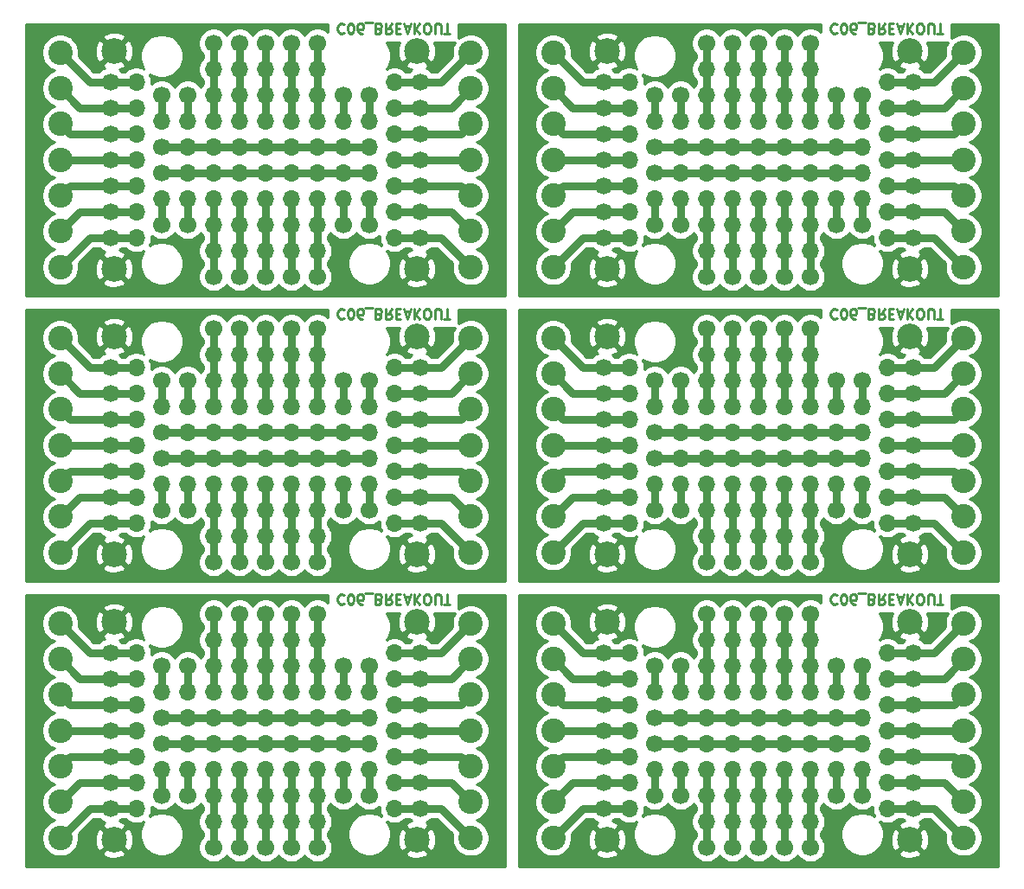
<source format=gbr>
G04 #@! TF.GenerationSoftware,KiCad,Pcbnew,5.1.5-52549c5~86~ubuntu18.04.1*
G04 #@! TF.CreationDate,2020-09-19T01:21:03-05:00*
G04 #@! TF.ProjectId,,58585858-5858-4585-9858-585858585858,rev?*
G04 #@! TF.SameCoordinates,Original*
G04 #@! TF.FileFunction,Copper,L2,Bot*
G04 #@! TF.FilePolarity,Positive*
%FSLAX46Y46*%
G04 Gerber Fmt 4.6, Leading zero omitted, Abs format (unit mm)*
G04 Created by KiCad (PCBNEW 5.1.5-52549c5~86~ubuntu18.04.1) date 2020-09-19 01:21:03*
%MOMM*%
%LPD*%
G04 APERTURE LIST*
%ADD10C,0.250000*%
%ADD11C,2.499360*%
%ADD12C,1.700000*%
%ADD13O,1.700000X1.700000*%
%ADD14C,2.400000*%
%ADD15C,0.750000*%
%ADD16C,0.254000*%
G04 APERTURE END LIST*
D10*
X151757666Y-88060257D02*
X151710047Y-88012638D01*
X151567190Y-87965019D01*
X151471952Y-87965019D01*
X151329095Y-88012638D01*
X151233857Y-88107876D01*
X151186238Y-88203114D01*
X151138619Y-88393590D01*
X151138619Y-88536447D01*
X151186238Y-88726923D01*
X151233857Y-88822161D01*
X151329095Y-88917400D01*
X151471952Y-88965019D01*
X151567190Y-88965019D01*
X151710047Y-88917400D01*
X151757666Y-88869780D01*
X152376714Y-88965019D02*
X152471952Y-88965019D01*
X152567190Y-88917400D01*
X152614809Y-88869780D01*
X152662428Y-88774542D01*
X152710047Y-88584066D01*
X152710047Y-88345971D01*
X152662428Y-88155495D01*
X152614809Y-88060257D01*
X152567190Y-88012638D01*
X152471952Y-87965019D01*
X152376714Y-87965019D01*
X152281476Y-88012638D01*
X152233857Y-88060257D01*
X152186238Y-88155495D01*
X152138619Y-88345971D01*
X152138619Y-88584066D01*
X152186238Y-88774542D01*
X152233857Y-88869780D01*
X152281476Y-88917400D01*
X152376714Y-88965019D01*
X153567190Y-88965019D02*
X153376714Y-88965019D01*
X153281476Y-88917400D01*
X153233857Y-88869780D01*
X153138619Y-88726923D01*
X153091000Y-88536447D01*
X153091000Y-88155495D01*
X153138619Y-88060257D01*
X153186238Y-88012638D01*
X153281476Y-87965019D01*
X153471952Y-87965019D01*
X153567190Y-88012638D01*
X153614809Y-88060257D01*
X153662428Y-88155495D01*
X153662428Y-88393590D01*
X153614809Y-88488828D01*
X153567190Y-88536447D01*
X153471952Y-88584066D01*
X153281476Y-88584066D01*
X153186238Y-88536447D01*
X153138619Y-88488828D01*
X153091000Y-88393590D01*
X153852904Y-87869780D02*
X154614809Y-87869780D01*
X155186238Y-88488828D02*
X155329095Y-88441209D01*
X155376714Y-88393590D01*
X155424333Y-88298352D01*
X155424333Y-88155495D01*
X155376714Y-88060257D01*
X155329095Y-88012638D01*
X155233857Y-87965019D01*
X154852904Y-87965019D01*
X154852904Y-88965019D01*
X155186238Y-88965019D01*
X155281476Y-88917400D01*
X155329095Y-88869780D01*
X155376714Y-88774542D01*
X155376714Y-88679304D01*
X155329095Y-88584066D01*
X155281476Y-88536447D01*
X155186238Y-88488828D01*
X154852904Y-88488828D01*
X156424333Y-87965019D02*
X156091000Y-88441209D01*
X155852904Y-87965019D02*
X155852904Y-88965019D01*
X156233857Y-88965019D01*
X156329095Y-88917400D01*
X156376714Y-88869780D01*
X156424333Y-88774542D01*
X156424333Y-88631685D01*
X156376714Y-88536447D01*
X156329095Y-88488828D01*
X156233857Y-88441209D01*
X155852904Y-88441209D01*
X156852904Y-88488828D02*
X157186238Y-88488828D01*
X157329095Y-87965019D02*
X156852904Y-87965019D01*
X156852904Y-88965019D01*
X157329095Y-88965019D01*
X157710047Y-88250733D02*
X158186238Y-88250733D01*
X157614809Y-87965019D02*
X157948142Y-88965019D01*
X158281476Y-87965019D01*
X158614809Y-87965019D02*
X158614809Y-88965019D01*
X159186238Y-87965019D02*
X158757666Y-88536447D01*
X159186238Y-88965019D02*
X158614809Y-88393590D01*
X159805285Y-88965019D02*
X159995761Y-88965019D01*
X160091000Y-88917400D01*
X160186238Y-88822161D01*
X160233857Y-88631685D01*
X160233857Y-88298352D01*
X160186238Y-88107876D01*
X160091000Y-88012638D01*
X159995761Y-87965019D01*
X159805285Y-87965019D01*
X159710047Y-88012638D01*
X159614809Y-88107876D01*
X159567190Y-88298352D01*
X159567190Y-88631685D01*
X159614809Y-88822161D01*
X159710047Y-88917400D01*
X159805285Y-88965019D01*
X160662428Y-88965019D02*
X160662428Y-88155495D01*
X160710047Y-88060257D01*
X160757666Y-88012638D01*
X160852904Y-87965019D01*
X161043380Y-87965019D01*
X161138619Y-88012638D01*
X161186238Y-88060257D01*
X161233857Y-88155495D01*
X161233857Y-88965019D01*
X161567190Y-88965019D02*
X162138619Y-88965019D01*
X161852904Y-87965019D02*
X161852904Y-88965019D01*
X103497666Y-88060257D02*
X103450047Y-88012638D01*
X103307190Y-87965019D01*
X103211952Y-87965019D01*
X103069095Y-88012638D01*
X102973857Y-88107876D01*
X102926238Y-88203114D01*
X102878619Y-88393590D01*
X102878619Y-88536447D01*
X102926238Y-88726923D01*
X102973857Y-88822161D01*
X103069095Y-88917400D01*
X103211952Y-88965019D01*
X103307190Y-88965019D01*
X103450047Y-88917400D01*
X103497666Y-88869780D01*
X104116714Y-88965019D02*
X104211952Y-88965019D01*
X104307190Y-88917400D01*
X104354809Y-88869780D01*
X104402428Y-88774542D01*
X104450047Y-88584066D01*
X104450047Y-88345971D01*
X104402428Y-88155495D01*
X104354809Y-88060257D01*
X104307190Y-88012638D01*
X104211952Y-87965019D01*
X104116714Y-87965019D01*
X104021476Y-88012638D01*
X103973857Y-88060257D01*
X103926238Y-88155495D01*
X103878619Y-88345971D01*
X103878619Y-88584066D01*
X103926238Y-88774542D01*
X103973857Y-88869780D01*
X104021476Y-88917400D01*
X104116714Y-88965019D01*
X105307190Y-88965019D02*
X105116714Y-88965019D01*
X105021476Y-88917400D01*
X104973857Y-88869780D01*
X104878619Y-88726923D01*
X104831000Y-88536447D01*
X104831000Y-88155495D01*
X104878619Y-88060257D01*
X104926238Y-88012638D01*
X105021476Y-87965019D01*
X105211952Y-87965019D01*
X105307190Y-88012638D01*
X105354809Y-88060257D01*
X105402428Y-88155495D01*
X105402428Y-88393590D01*
X105354809Y-88488828D01*
X105307190Y-88536447D01*
X105211952Y-88584066D01*
X105021476Y-88584066D01*
X104926238Y-88536447D01*
X104878619Y-88488828D01*
X104831000Y-88393590D01*
X105592904Y-87869780D02*
X106354809Y-87869780D01*
X106926238Y-88488828D02*
X107069095Y-88441209D01*
X107116714Y-88393590D01*
X107164333Y-88298352D01*
X107164333Y-88155495D01*
X107116714Y-88060257D01*
X107069095Y-88012638D01*
X106973857Y-87965019D01*
X106592904Y-87965019D01*
X106592904Y-88965019D01*
X106926238Y-88965019D01*
X107021476Y-88917400D01*
X107069095Y-88869780D01*
X107116714Y-88774542D01*
X107116714Y-88679304D01*
X107069095Y-88584066D01*
X107021476Y-88536447D01*
X106926238Y-88488828D01*
X106592904Y-88488828D01*
X108164333Y-87965019D02*
X107831000Y-88441209D01*
X107592904Y-87965019D02*
X107592904Y-88965019D01*
X107973857Y-88965019D01*
X108069095Y-88917400D01*
X108116714Y-88869780D01*
X108164333Y-88774542D01*
X108164333Y-88631685D01*
X108116714Y-88536447D01*
X108069095Y-88488828D01*
X107973857Y-88441209D01*
X107592904Y-88441209D01*
X108592904Y-88488828D02*
X108926238Y-88488828D01*
X109069095Y-87965019D02*
X108592904Y-87965019D01*
X108592904Y-88965019D01*
X109069095Y-88965019D01*
X109450047Y-88250733D02*
X109926238Y-88250733D01*
X109354809Y-87965019D02*
X109688142Y-88965019D01*
X110021476Y-87965019D01*
X110354809Y-87965019D02*
X110354809Y-88965019D01*
X110926238Y-87965019D02*
X110497666Y-88536447D01*
X110926238Y-88965019D02*
X110354809Y-88393590D01*
X111545285Y-88965019D02*
X111735761Y-88965019D01*
X111831000Y-88917400D01*
X111926238Y-88822161D01*
X111973857Y-88631685D01*
X111973857Y-88298352D01*
X111926238Y-88107876D01*
X111831000Y-88012638D01*
X111735761Y-87965019D01*
X111545285Y-87965019D01*
X111450047Y-88012638D01*
X111354809Y-88107876D01*
X111307190Y-88298352D01*
X111307190Y-88631685D01*
X111354809Y-88822161D01*
X111450047Y-88917400D01*
X111545285Y-88965019D01*
X112402428Y-88965019D02*
X112402428Y-88155495D01*
X112450047Y-88060257D01*
X112497666Y-88012638D01*
X112592904Y-87965019D01*
X112783380Y-87965019D01*
X112878619Y-88012638D01*
X112926238Y-88060257D01*
X112973857Y-88155495D01*
X112973857Y-88965019D01*
X113307190Y-88965019D02*
X113878619Y-88965019D01*
X113592904Y-87965019D02*
X113592904Y-88965019D01*
X151757666Y-60120257D02*
X151710047Y-60072638D01*
X151567190Y-60025019D01*
X151471952Y-60025019D01*
X151329095Y-60072638D01*
X151233857Y-60167876D01*
X151186238Y-60263114D01*
X151138619Y-60453590D01*
X151138619Y-60596447D01*
X151186238Y-60786923D01*
X151233857Y-60882161D01*
X151329095Y-60977400D01*
X151471952Y-61025019D01*
X151567190Y-61025019D01*
X151710047Y-60977400D01*
X151757666Y-60929780D01*
X152376714Y-61025019D02*
X152471952Y-61025019D01*
X152567190Y-60977400D01*
X152614809Y-60929780D01*
X152662428Y-60834542D01*
X152710047Y-60644066D01*
X152710047Y-60405971D01*
X152662428Y-60215495D01*
X152614809Y-60120257D01*
X152567190Y-60072638D01*
X152471952Y-60025019D01*
X152376714Y-60025019D01*
X152281476Y-60072638D01*
X152233857Y-60120257D01*
X152186238Y-60215495D01*
X152138619Y-60405971D01*
X152138619Y-60644066D01*
X152186238Y-60834542D01*
X152233857Y-60929780D01*
X152281476Y-60977400D01*
X152376714Y-61025019D01*
X153567190Y-61025019D02*
X153376714Y-61025019D01*
X153281476Y-60977400D01*
X153233857Y-60929780D01*
X153138619Y-60786923D01*
X153091000Y-60596447D01*
X153091000Y-60215495D01*
X153138619Y-60120257D01*
X153186238Y-60072638D01*
X153281476Y-60025019D01*
X153471952Y-60025019D01*
X153567190Y-60072638D01*
X153614809Y-60120257D01*
X153662428Y-60215495D01*
X153662428Y-60453590D01*
X153614809Y-60548828D01*
X153567190Y-60596447D01*
X153471952Y-60644066D01*
X153281476Y-60644066D01*
X153186238Y-60596447D01*
X153138619Y-60548828D01*
X153091000Y-60453590D01*
X153852904Y-59929780D02*
X154614809Y-59929780D01*
X155186238Y-60548828D02*
X155329095Y-60501209D01*
X155376714Y-60453590D01*
X155424333Y-60358352D01*
X155424333Y-60215495D01*
X155376714Y-60120257D01*
X155329095Y-60072638D01*
X155233857Y-60025019D01*
X154852904Y-60025019D01*
X154852904Y-61025019D01*
X155186238Y-61025019D01*
X155281476Y-60977400D01*
X155329095Y-60929780D01*
X155376714Y-60834542D01*
X155376714Y-60739304D01*
X155329095Y-60644066D01*
X155281476Y-60596447D01*
X155186238Y-60548828D01*
X154852904Y-60548828D01*
X156424333Y-60025019D02*
X156091000Y-60501209D01*
X155852904Y-60025019D02*
X155852904Y-61025019D01*
X156233857Y-61025019D01*
X156329095Y-60977400D01*
X156376714Y-60929780D01*
X156424333Y-60834542D01*
X156424333Y-60691685D01*
X156376714Y-60596447D01*
X156329095Y-60548828D01*
X156233857Y-60501209D01*
X155852904Y-60501209D01*
X156852904Y-60548828D02*
X157186238Y-60548828D01*
X157329095Y-60025019D02*
X156852904Y-60025019D01*
X156852904Y-61025019D01*
X157329095Y-61025019D01*
X157710047Y-60310733D02*
X158186238Y-60310733D01*
X157614809Y-60025019D02*
X157948142Y-61025019D01*
X158281476Y-60025019D01*
X158614809Y-60025019D02*
X158614809Y-61025019D01*
X159186238Y-60025019D02*
X158757666Y-60596447D01*
X159186238Y-61025019D02*
X158614809Y-60453590D01*
X159805285Y-61025019D02*
X159995761Y-61025019D01*
X160091000Y-60977400D01*
X160186238Y-60882161D01*
X160233857Y-60691685D01*
X160233857Y-60358352D01*
X160186238Y-60167876D01*
X160091000Y-60072638D01*
X159995761Y-60025019D01*
X159805285Y-60025019D01*
X159710047Y-60072638D01*
X159614809Y-60167876D01*
X159567190Y-60358352D01*
X159567190Y-60691685D01*
X159614809Y-60882161D01*
X159710047Y-60977400D01*
X159805285Y-61025019D01*
X160662428Y-61025019D02*
X160662428Y-60215495D01*
X160710047Y-60120257D01*
X160757666Y-60072638D01*
X160852904Y-60025019D01*
X161043380Y-60025019D01*
X161138619Y-60072638D01*
X161186238Y-60120257D01*
X161233857Y-60215495D01*
X161233857Y-61025019D01*
X161567190Y-61025019D02*
X162138619Y-61025019D01*
X161852904Y-60025019D02*
X161852904Y-61025019D01*
X103497666Y-60120257D02*
X103450047Y-60072638D01*
X103307190Y-60025019D01*
X103211952Y-60025019D01*
X103069095Y-60072638D01*
X102973857Y-60167876D01*
X102926238Y-60263114D01*
X102878619Y-60453590D01*
X102878619Y-60596447D01*
X102926238Y-60786923D01*
X102973857Y-60882161D01*
X103069095Y-60977400D01*
X103211952Y-61025019D01*
X103307190Y-61025019D01*
X103450047Y-60977400D01*
X103497666Y-60929780D01*
X104116714Y-61025019D02*
X104211952Y-61025019D01*
X104307190Y-60977400D01*
X104354809Y-60929780D01*
X104402428Y-60834542D01*
X104450047Y-60644066D01*
X104450047Y-60405971D01*
X104402428Y-60215495D01*
X104354809Y-60120257D01*
X104307190Y-60072638D01*
X104211952Y-60025019D01*
X104116714Y-60025019D01*
X104021476Y-60072638D01*
X103973857Y-60120257D01*
X103926238Y-60215495D01*
X103878619Y-60405971D01*
X103878619Y-60644066D01*
X103926238Y-60834542D01*
X103973857Y-60929780D01*
X104021476Y-60977400D01*
X104116714Y-61025019D01*
X105307190Y-61025019D02*
X105116714Y-61025019D01*
X105021476Y-60977400D01*
X104973857Y-60929780D01*
X104878619Y-60786923D01*
X104831000Y-60596447D01*
X104831000Y-60215495D01*
X104878619Y-60120257D01*
X104926238Y-60072638D01*
X105021476Y-60025019D01*
X105211952Y-60025019D01*
X105307190Y-60072638D01*
X105354809Y-60120257D01*
X105402428Y-60215495D01*
X105402428Y-60453590D01*
X105354809Y-60548828D01*
X105307190Y-60596447D01*
X105211952Y-60644066D01*
X105021476Y-60644066D01*
X104926238Y-60596447D01*
X104878619Y-60548828D01*
X104831000Y-60453590D01*
X105592904Y-59929780D02*
X106354809Y-59929780D01*
X106926238Y-60548828D02*
X107069095Y-60501209D01*
X107116714Y-60453590D01*
X107164333Y-60358352D01*
X107164333Y-60215495D01*
X107116714Y-60120257D01*
X107069095Y-60072638D01*
X106973857Y-60025019D01*
X106592904Y-60025019D01*
X106592904Y-61025019D01*
X106926238Y-61025019D01*
X107021476Y-60977400D01*
X107069095Y-60929780D01*
X107116714Y-60834542D01*
X107116714Y-60739304D01*
X107069095Y-60644066D01*
X107021476Y-60596447D01*
X106926238Y-60548828D01*
X106592904Y-60548828D01*
X108164333Y-60025019D02*
X107831000Y-60501209D01*
X107592904Y-60025019D02*
X107592904Y-61025019D01*
X107973857Y-61025019D01*
X108069095Y-60977400D01*
X108116714Y-60929780D01*
X108164333Y-60834542D01*
X108164333Y-60691685D01*
X108116714Y-60596447D01*
X108069095Y-60548828D01*
X107973857Y-60501209D01*
X107592904Y-60501209D01*
X108592904Y-60548828D02*
X108926238Y-60548828D01*
X109069095Y-60025019D02*
X108592904Y-60025019D01*
X108592904Y-61025019D01*
X109069095Y-61025019D01*
X109450047Y-60310733D02*
X109926238Y-60310733D01*
X109354809Y-60025019D02*
X109688142Y-61025019D01*
X110021476Y-60025019D01*
X110354809Y-60025019D02*
X110354809Y-61025019D01*
X110926238Y-60025019D02*
X110497666Y-60596447D01*
X110926238Y-61025019D02*
X110354809Y-60453590D01*
X111545285Y-61025019D02*
X111735761Y-61025019D01*
X111831000Y-60977400D01*
X111926238Y-60882161D01*
X111973857Y-60691685D01*
X111973857Y-60358352D01*
X111926238Y-60167876D01*
X111831000Y-60072638D01*
X111735761Y-60025019D01*
X111545285Y-60025019D01*
X111450047Y-60072638D01*
X111354809Y-60167876D01*
X111307190Y-60358352D01*
X111307190Y-60691685D01*
X111354809Y-60882161D01*
X111450047Y-60977400D01*
X111545285Y-61025019D01*
X112402428Y-61025019D02*
X112402428Y-60215495D01*
X112450047Y-60120257D01*
X112497666Y-60072638D01*
X112592904Y-60025019D01*
X112783380Y-60025019D01*
X112878619Y-60072638D01*
X112926238Y-60120257D01*
X112973857Y-60215495D01*
X112973857Y-61025019D01*
X113307190Y-61025019D02*
X113878619Y-61025019D01*
X113592904Y-60025019D02*
X113592904Y-61025019D01*
X151757666Y-32180257D02*
X151710047Y-32132638D01*
X151567190Y-32085019D01*
X151471952Y-32085019D01*
X151329095Y-32132638D01*
X151233857Y-32227876D01*
X151186238Y-32323114D01*
X151138619Y-32513590D01*
X151138619Y-32656447D01*
X151186238Y-32846923D01*
X151233857Y-32942161D01*
X151329095Y-33037400D01*
X151471952Y-33085019D01*
X151567190Y-33085019D01*
X151710047Y-33037400D01*
X151757666Y-32989780D01*
X152376714Y-33085019D02*
X152471952Y-33085019D01*
X152567190Y-33037400D01*
X152614809Y-32989780D01*
X152662428Y-32894542D01*
X152710047Y-32704066D01*
X152710047Y-32465971D01*
X152662428Y-32275495D01*
X152614809Y-32180257D01*
X152567190Y-32132638D01*
X152471952Y-32085019D01*
X152376714Y-32085019D01*
X152281476Y-32132638D01*
X152233857Y-32180257D01*
X152186238Y-32275495D01*
X152138619Y-32465971D01*
X152138619Y-32704066D01*
X152186238Y-32894542D01*
X152233857Y-32989780D01*
X152281476Y-33037400D01*
X152376714Y-33085019D01*
X153567190Y-33085019D02*
X153376714Y-33085019D01*
X153281476Y-33037400D01*
X153233857Y-32989780D01*
X153138619Y-32846923D01*
X153091000Y-32656447D01*
X153091000Y-32275495D01*
X153138619Y-32180257D01*
X153186238Y-32132638D01*
X153281476Y-32085019D01*
X153471952Y-32085019D01*
X153567190Y-32132638D01*
X153614809Y-32180257D01*
X153662428Y-32275495D01*
X153662428Y-32513590D01*
X153614809Y-32608828D01*
X153567190Y-32656447D01*
X153471952Y-32704066D01*
X153281476Y-32704066D01*
X153186238Y-32656447D01*
X153138619Y-32608828D01*
X153091000Y-32513590D01*
X153852904Y-31989780D02*
X154614809Y-31989780D01*
X155186238Y-32608828D02*
X155329095Y-32561209D01*
X155376714Y-32513590D01*
X155424333Y-32418352D01*
X155424333Y-32275495D01*
X155376714Y-32180257D01*
X155329095Y-32132638D01*
X155233857Y-32085019D01*
X154852904Y-32085019D01*
X154852904Y-33085019D01*
X155186238Y-33085019D01*
X155281476Y-33037400D01*
X155329095Y-32989780D01*
X155376714Y-32894542D01*
X155376714Y-32799304D01*
X155329095Y-32704066D01*
X155281476Y-32656447D01*
X155186238Y-32608828D01*
X154852904Y-32608828D01*
X156424333Y-32085019D02*
X156091000Y-32561209D01*
X155852904Y-32085019D02*
X155852904Y-33085019D01*
X156233857Y-33085019D01*
X156329095Y-33037400D01*
X156376714Y-32989780D01*
X156424333Y-32894542D01*
X156424333Y-32751685D01*
X156376714Y-32656447D01*
X156329095Y-32608828D01*
X156233857Y-32561209D01*
X155852904Y-32561209D01*
X156852904Y-32608828D02*
X157186238Y-32608828D01*
X157329095Y-32085019D02*
X156852904Y-32085019D01*
X156852904Y-33085019D01*
X157329095Y-33085019D01*
X157710047Y-32370733D02*
X158186238Y-32370733D01*
X157614809Y-32085019D02*
X157948142Y-33085019D01*
X158281476Y-32085019D01*
X158614809Y-32085019D02*
X158614809Y-33085019D01*
X159186238Y-32085019D02*
X158757666Y-32656447D01*
X159186238Y-33085019D02*
X158614809Y-32513590D01*
X159805285Y-33085019D02*
X159995761Y-33085019D01*
X160091000Y-33037400D01*
X160186238Y-32942161D01*
X160233857Y-32751685D01*
X160233857Y-32418352D01*
X160186238Y-32227876D01*
X160091000Y-32132638D01*
X159995761Y-32085019D01*
X159805285Y-32085019D01*
X159710047Y-32132638D01*
X159614809Y-32227876D01*
X159567190Y-32418352D01*
X159567190Y-32751685D01*
X159614809Y-32942161D01*
X159710047Y-33037400D01*
X159805285Y-33085019D01*
X160662428Y-33085019D02*
X160662428Y-32275495D01*
X160710047Y-32180257D01*
X160757666Y-32132638D01*
X160852904Y-32085019D01*
X161043380Y-32085019D01*
X161138619Y-32132638D01*
X161186238Y-32180257D01*
X161233857Y-32275495D01*
X161233857Y-33085019D01*
X161567190Y-33085019D02*
X162138619Y-33085019D01*
X161852904Y-32085019D02*
X161852904Y-33085019D01*
X103497666Y-32180257D02*
X103450047Y-32132638D01*
X103307190Y-32085019D01*
X103211952Y-32085019D01*
X103069095Y-32132638D01*
X102973857Y-32227876D01*
X102926238Y-32323114D01*
X102878619Y-32513590D01*
X102878619Y-32656447D01*
X102926238Y-32846923D01*
X102973857Y-32942161D01*
X103069095Y-33037400D01*
X103211952Y-33085019D01*
X103307190Y-33085019D01*
X103450047Y-33037400D01*
X103497666Y-32989780D01*
X104116714Y-33085019D02*
X104211952Y-33085019D01*
X104307190Y-33037400D01*
X104354809Y-32989780D01*
X104402428Y-32894542D01*
X104450047Y-32704066D01*
X104450047Y-32465971D01*
X104402428Y-32275495D01*
X104354809Y-32180257D01*
X104307190Y-32132638D01*
X104211952Y-32085019D01*
X104116714Y-32085019D01*
X104021476Y-32132638D01*
X103973857Y-32180257D01*
X103926238Y-32275495D01*
X103878619Y-32465971D01*
X103878619Y-32704066D01*
X103926238Y-32894542D01*
X103973857Y-32989780D01*
X104021476Y-33037400D01*
X104116714Y-33085019D01*
X105307190Y-33085019D02*
X105116714Y-33085019D01*
X105021476Y-33037400D01*
X104973857Y-32989780D01*
X104878619Y-32846923D01*
X104831000Y-32656447D01*
X104831000Y-32275495D01*
X104878619Y-32180257D01*
X104926238Y-32132638D01*
X105021476Y-32085019D01*
X105211952Y-32085019D01*
X105307190Y-32132638D01*
X105354809Y-32180257D01*
X105402428Y-32275495D01*
X105402428Y-32513590D01*
X105354809Y-32608828D01*
X105307190Y-32656447D01*
X105211952Y-32704066D01*
X105021476Y-32704066D01*
X104926238Y-32656447D01*
X104878619Y-32608828D01*
X104831000Y-32513590D01*
X105592904Y-31989780D02*
X106354809Y-31989780D01*
X106926238Y-32608828D02*
X107069095Y-32561209D01*
X107116714Y-32513590D01*
X107164333Y-32418352D01*
X107164333Y-32275495D01*
X107116714Y-32180257D01*
X107069095Y-32132638D01*
X106973857Y-32085019D01*
X106592904Y-32085019D01*
X106592904Y-33085019D01*
X106926238Y-33085019D01*
X107021476Y-33037400D01*
X107069095Y-32989780D01*
X107116714Y-32894542D01*
X107116714Y-32799304D01*
X107069095Y-32704066D01*
X107021476Y-32656447D01*
X106926238Y-32608828D01*
X106592904Y-32608828D01*
X108164333Y-32085019D02*
X107831000Y-32561209D01*
X107592904Y-32085019D02*
X107592904Y-33085019D01*
X107973857Y-33085019D01*
X108069095Y-33037400D01*
X108116714Y-32989780D01*
X108164333Y-32894542D01*
X108164333Y-32751685D01*
X108116714Y-32656447D01*
X108069095Y-32608828D01*
X107973857Y-32561209D01*
X107592904Y-32561209D01*
X108592904Y-32608828D02*
X108926238Y-32608828D01*
X109069095Y-32085019D02*
X108592904Y-32085019D01*
X108592904Y-33085019D01*
X109069095Y-33085019D01*
X109450047Y-32370733D02*
X109926238Y-32370733D01*
X109354809Y-32085019D02*
X109688142Y-33085019D01*
X110021476Y-32085019D01*
X110354809Y-32085019D02*
X110354809Y-33085019D01*
X110926238Y-32085019D02*
X110497666Y-32656447D01*
X110926238Y-33085019D02*
X110354809Y-32513590D01*
X111545285Y-33085019D02*
X111735761Y-33085019D01*
X111831000Y-33037400D01*
X111926238Y-32942161D01*
X111973857Y-32751685D01*
X111973857Y-32418352D01*
X111926238Y-32227876D01*
X111831000Y-32132638D01*
X111735761Y-32085019D01*
X111545285Y-32085019D01*
X111450047Y-32132638D01*
X111354809Y-32227876D01*
X111307190Y-32418352D01*
X111307190Y-32751685D01*
X111354809Y-32942161D01*
X111450047Y-33037400D01*
X111545285Y-33085019D01*
X112402428Y-33085019D02*
X112402428Y-32275495D01*
X112450047Y-32180257D01*
X112497666Y-32132638D01*
X112592904Y-32085019D01*
X112783380Y-32085019D01*
X112878619Y-32132638D01*
X112926238Y-32180257D01*
X112973857Y-32275495D01*
X112973857Y-33085019D01*
X113307190Y-33085019D02*
X113878619Y-33085019D01*
X113592904Y-32085019D02*
X113592904Y-33085019D01*
D11*
X158897400Y-90678000D03*
X110637400Y-90678000D03*
X158897400Y-62738000D03*
X110637400Y-62738000D03*
X158897400Y-34798000D03*
X129260600Y-90678000D03*
X81000600Y-90678000D03*
X129260600Y-62738000D03*
X81000600Y-62738000D03*
X129260600Y-34798000D03*
D12*
X146619000Y-112760800D03*
D13*
X146619000Y-110220800D03*
X146619000Y-107680800D03*
X146619000Y-105140800D03*
D12*
X98359000Y-112760800D03*
D13*
X98359000Y-110220800D03*
X98359000Y-107680800D03*
X98359000Y-105140800D03*
D12*
X146619000Y-84820800D03*
D13*
X146619000Y-82280800D03*
X146619000Y-79740800D03*
X146619000Y-77200800D03*
D12*
X98359000Y-84820800D03*
D13*
X98359000Y-82280800D03*
X98359000Y-79740800D03*
X98359000Y-77200800D03*
D12*
X146619000Y-56880800D03*
D13*
X146619000Y-54340800D03*
X146619000Y-51800800D03*
X146619000Y-49260800D03*
D12*
X128905000Y-103870800D03*
D13*
X131445000Y-103870800D03*
D12*
X80645000Y-103870800D03*
D13*
X83185000Y-103870800D03*
D12*
X128905000Y-75930800D03*
D13*
X131445000Y-75930800D03*
D12*
X80645000Y-75930800D03*
D13*
X83185000Y-75930800D03*
D12*
X128905000Y-47990800D03*
D13*
X131445000Y-47990800D03*
D11*
X158897400Y-111983600D03*
X110637400Y-111983600D03*
X158897400Y-84043600D03*
X110637400Y-84043600D03*
X158897400Y-56103600D03*
D14*
X123982200Y-90830800D03*
X123982200Y-94330800D03*
X123982200Y-97830800D03*
X123982200Y-101330800D03*
X123982200Y-104830800D03*
X123982200Y-108330800D03*
X123982200Y-111830800D03*
X75722200Y-90830800D03*
X75722200Y-94330800D03*
X75722200Y-97830800D03*
X75722200Y-101330800D03*
X75722200Y-104830800D03*
X75722200Y-108330800D03*
X75722200Y-111830800D03*
X123982200Y-62890800D03*
X123982200Y-66390800D03*
X123982200Y-69890800D03*
X123982200Y-73390800D03*
X123982200Y-76890800D03*
X123982200Y-80390800D03*
X123982200Y-83890800D03*
X75722200Y-62890800D03*
X75722200Y-66390800D03*
X75722200Y-69890800D03*
X75722200Y-73390800D03*
X75722200Y-76890800D03*
X75722200Y-80390800D03*
X75722200Y-83890800D03*
X123982200Y-34950800D03*
X123982200Y-38450800D03*
X123982200Y-41950800D03*
X123982200Y-45450800D03*
X123982200Y-48950800D03*
X123982200Y-52450800D03*
X123982200Y-55950800D03*
D12*
X141539000Y-112760800D03*
D13*
X141539000Y-110220800D03*
X141539000Y-107680800D03*
X141539000Y-105140800D03*
D12*
X93279000Y-112760800D03*
D13*
X93279000Y-110220800D03*
X93279000Y-107680800D03*
X93279000Y-105140800D03*
D12*
X141539000Y-84820800D03*
D13*
X141539000Y-82280800D03*
X141539000Y-79740800D03*
X141539000Y-77200800D03*
D12*
X93279000Y-84820800D03*
D13*
X93279000Y-82280800D03*
X93279000Y-79740800D03*
X93279000Y-77200800D03*
D12*
X141539000Y-56880800D03*
D13*
X141539000Y-54340800D03*
X141539000Y-51800800D03*
X141539000Y-49260800D03*
D12*
X136459000Y-107680800D03*
D13*
X136459000Y-105140800D03*
D12*
X88199000Y-107680800D03*
D13*
X88199000Y-105140800D03*
D12*
X136459000Y-79740800D03*
D13*
X136459000Y-77200800D03*
D12*
X88199000Y-79740800D03*
D13*
X88199000Y-77200800D03*
D12*
X136459000Y-51800800D03*
D13*
X136459000Y-49260800D03*
D12*
X159253000Y-93710800D03*
D13*
X156713000Y-93710800D03*
D12*
X110993000Y-93710800D03*
D13*
X108453000Y-93710800D03*
D12*
X159253000Y-65770800D03*
D13*
X156713000Y-65770800D03*
D12*
X110993000Y-65770800D03*
D13*
X108453000Y-65770800D03*
D12*
X159253000Y-37830800D03*
D13*
X156713000Y-37830800D03*
D12*
X141539000Y-89900800D03*
D13*
X141539000Y-92440800D03*
X141539000Y-94980800D03*
X141539000Y-97520800D03*
D12*
X93279000Y-89900800D03*
D13*
X93279000Y-92440800D03*
X93279000Y-94980800D03*
X93279000Y-97520800D03*
D12*
X141539000Y-61960800D03*
D13*
X141539000Y-64500800D03*
X141539000Y-67040800D03*
X141539000Y-69580800D03*
D12*
X93279000Y-61960800D03*
D13*
X93279000Y-64500800D03*
X93279000Y-67040800D03*
X93279000Y-69580800D03*
D12*
X141539000Y-34020800D03*
D13*
X141539000Y-36560800D03*
X141539000Y-39100800D03*
X141539000Y-41640800D03*
D12*
X154239000Y-107680800D03*
D13*
X154239000Y-105140800D03*
D12*
X105979000Y-107680800D03*
D13*
X105979000Y-105140800D03*
D12*
X154239000Y-79740800D03*
D13*
X154239000Y-77200800D03*
D12*
X105979000Y-79740800D03*
D13*
X105979000Y-77200800D03*
D12*
X154239000Y-51800800D03*
D13*
X154239000Y-49260800D03*
D12*
X136459000Y-94980800D03*
D13*
X136459000Y-97520800D03*
D12*
X88199000Y-94980800D03*
D13*
X88199000Y-97520800D03*
D12*
X136459000Y-67040800D03*
D13*
X136459000Y-69580800D03*
D12*
X88199000Y-67040800D03*
D13*
X88199000Y-69580800D03*
D12*
X136459000Y-39100800D03*
D13*
X136459000Y-41640800D03*
D12*
X151699000Y-94980800D03*
D13*
X151699000Y-97520800D03*
D12*
X103439000Y-94980800D03*
D13*
X103439000Y-97520800D03*
D12*
X151699000Y-67040800D03*
D13*
X151699000Y-69580800D03*
D12*
X103439000Y-67040800D03*
D13*
X103439000Y-69580800D03*
D12*
X151699000Y-39100800D03*
D13*
X151699000Y-41640800D03*
D12*
X128905000Y-101330800D03*
D13*
X131445000Y-101330800D03*
D12*
X80645000Y-101330800D03*
D13*
X83185000Y-101330800D03*
D12*
X128905000Y-73390800D03*
D13*
X131445000Y-73390800D03*
D12*
X80645000Y-73390800D03*
D13*
X83185000Y-73390800D03*
D12*
X128905000Y-45450800D03*
D13*
X131445000Y-45450800D03*
D12*
X133919000Y-94980800D03*
D13*
X133919000Y-97520800D03*
D12*
X85659000Y-94980800D03*
D13*
X85659000Y-97520800D03*
D12*
X133919000Y-67040800D03*
D13*
X133919000Y-69580800D03*
D12*
X85659000Y-67040800D03*
D13*
X85659000Y-69580800D03*
D12*
X133919000Y-39100800D03*
D13*
X133919000Y-41640800D03*
D12*
X133919000Y-102600800D03*
D13*
X136459000Y-102600800D03*
X138999000Y-102600800D03*
X141539000Y-102600800D03*
X144079000Y-102600800D03*
X146619000Y-102600800D03*
X149159000Y-102600800D03*
X151699000Y-102600800D03*
X154239000Y-102600800D03*
D12*
X85659000Y-102600800D03*
D13*
X88199000Y-102600800D03*
X90739000Y-102600800D03*
X93279000Y-102600800D03*
X95819000Y-102600800D03*
X98359000Y-102600800D03*
X100899000Y-102600800D03*
X103439000Y-102600800D03*
X105979000Y-102600800D03*
D12*
X133919000Y-74660800D03*
D13*
X136459000Y-74660800D03*
X138999000Y-74660800D03*
X141539000Y-74660800D03*
X144079000Y-74660800D03*
X146619000Y-74660800D03*
X149159000Y-74660800D03*
X151699000Y-74660800D03*
X154239000Y-74660800D03*
D12*
X85659000Y-74660800D03*
D13*
X88199000Y-74660800D03*
X90739000Y-74660800D03*
X93279000Y-74660800D03*
X95819000Y-74660800D03*
X98359000Y-74660800D03*
X100899000Y-74660800D03*
X103439000Y-74660800D03*
X105979000Y-74660800D03*
D12*
X133919000Y-46720800D03*
D13*
X136459000Y-46720800D03*
X138999000Y-46720800D03*
X141539000Y-46720800D03*
X144079000Y-46720800D03*
X146619000Y-46720800D03*
X149159000Y-46720800D03*
X151699000Y-46720800D03*
X154239000Y-46720800D03*
D12*
X159253000Y-101330800D03*
D13*
X156713000Y-101330800D03*
D12*
X110993000Y-101330800D03*
D13*
X108453000Y-101330800D03*
D12*
X159253000Y-73390800D03*
D13*
X156713000Y-73390800D03*
D12*
X110993000Y-73390800D03*
D13*
X108453000Y-73390800D03*
D12*
X159253000Y-45450800D03*
D13*
X156713000Y-45450800D03*
D12*
X133919000Y-107680800D03*
D13*
X133919000Y-105140800D03*
D12*
X85659000Y-107680800D03*
D13*
X85659000Y-105140800D03*
D12*
X133919000Y-79740800D03*
D13*
X133919000Y-77200800D03*
D12*
X85659000Y-79740800D03*
D13*
X85659000Y-77200800D03*
D12*
X133919000Y-51800800D03*
D13*
X133919000Y-49260800D03*
D12*
X159253000Y-106410800D03*
D13*
X156713000Y-106410800D03*
D12*
X110993000Y-106410800D03*
D13*
X108453000Y-106410800D03*
D12*
X159253000Y-78470800D03*
D13*
X156713000Y-78470800D03*
D12*
X110993000Y-78470800D03*
D13*
X108453000Y-78470800D03*
D12*
X159253000Y-50530800D03*
D13*
X156713000Y-50530800D03*
D12*
X149159000Y-89900800D03*
D13*
X149159000Y-92440800D03*
X149159000Y-94980800D03*
X149159000Y-97520800D03*
D12*
X100899000Y-89900800D03*
D13*
X100899000Y-92440800D03*
X100899000Y-94980800D03*
X100899000Y-97520800D03*
D12*
X149159000Y-61960800D03*
D13*
X149159000Y-64500800D03*
X149159000Y-67040800D03*
X149159000Y-69580800D03*
D12*
X100899000Y-61960800D03*
D13*
X100899000Y-64500800D03*
X100899000Y-67040800D03*
X100899000Y-69580800D03*
D12*
X149159000Y-34020800D03*
D13*
X149159000Y-36560800D03*
X149159000Y-39100800D03*
X149159000Y-41640800D03*
D12*
X133919000Y-100060800D03*
D13*
X136459000Y-100060800D03*
X138999000Y-100060800D03*
X141539000Y-100060800D03*
X144079000Y-100060800D03*
X146619000Y-100060800D03*
X149159000Y-100060800D03*
X151699000Y-100060800D03*
X154239000Y-100060800D03*
D12*
X85659000Y-100060800D03*
D13*
X88199000Y-100060800D03*
X90739000Y-100060800D03*
X93279000Y-100060800D03*
X95819000Y-100060800D03*
X98359000Y-100060800D03*
X100899000Y-100060800D03*
X103439000Y-100060800D03*
X105979000Y-100060800D03*
D12*
X133919000Y-72120800D03*
D13*
X136459000Y-72120800D03*
X138999000Y-72120800D03*
X141539000Y-72120800D03*
X144079000Y-72120800D03*
X146619000Y-72120800D03*
X149159000Y-72120800D03*
X151699000Y-72120800D03*
X154239000Y-72120800D03*
D12*
X85659000Y-72120800D03*
D13*
X88199000Y-72120800D03*
X90739000Y-72120800D03*
X93279000Y-72120800D03*
X95819000Y-72120800D03*
X98359000Y-72120800D03*
X100899000Y-72120800D03*
X103439000Y-72120800D03*
X105979000Y-72120800D03*
D12*
X133919000Y-44180800D03*
D13*
X136459000Y-44180800D03*
X138999000Y-44180800D03*
X141539000Y-44180800D03*
X144079000Y-44180800D03*
X146619000Y-44180800D03*
X149159000Y-44180800D03*
X151699000Y-44180800D03*
X154239000Y-44180800D03*
D12*
X159253000Y-96250800D03*
D13*
X156713000Y-96250800D03*
D12*
X110993000Y-96250800D03*
D13*
X108453000Y-96250800D03*
D12*
X159253000Y-68310800D03*
D13*
X156713000Y-68310800D03*
D12*
X110993000Y-68310800D03*
D13*
X108453000Y-68310800D03*
D12*
X159253000Y-40370800D03*
D13*
X156713000Y-40370800D03*
D12*
X159253000Y-103870800D03*
D13*
X156713000Y-103870800D03*
D12*
X110993000Y-103870800D03*
D13*
X108453000Y-103870800D03*
D12*
X159253000Y-75930800D03*
D13*
X156713000Y-75930800D03*
D12*
X110993000Y-75930800D03*
D13*
X108453000Y-75930800D03*
D12*
X159253000Y-47990800D03*
D13*
X156713000Y-47990800D03*
D12*
X159253000Y-108950800D03*
D13*
X156713000Y-108950800D03*
D12*
X110993000Y-108950800D03*
D13*
X108453000Y-108950800D03*
D12*
X159253000Y-81010800D03*
D13*
X156713000Y-81010800D03*
D12*
X110993000Y-81010800D03*
D13*
X108453000Y-81010800D03*
D12*
X159253000Y-53070800D03*
D13*
X156713000Y-53070800D03*
D12*
X138999000Y-89900800D03*
D13*
X138999000Y-92440800D03*
X138999000Y-94980800D03*
X138999000Y-97520800D03*
D12*
X90739000Y-89900800D03*
D13*
X90739000Y-92440800D03*
X90739000Y-94980800D03*
X90739000Y-97520800D03*
D12*
X138999000Y-61960800D03*
D13*
X138999000Y-64500800D03*
X138999000Y-67040800D03*
X138999000Y-69580800D03*
D12*
X90739000Y-61960800D03*
D13*
X90739000Y-64500800D03*
X90739000Y-67040800D03*
X90739000Y-69580800D03*
D12*
X138999000Y-34020800D03*
D13*
X138999000Y-36560800D03*
X138999000Y-39100800D03*
X138999000Y-41640800D03*
D12*
X144079000Y-112760800D03*
D13*
X144079000Y-110220800D03*
X144079000Y-107680800D03*
X144079000Y-105140800D03*
D12*
X95819000Y-112760800D03*
D13*
X95819000Y-110220800D03*
X95819000Y-107680800D03*
X95819000Y-105140800D03*
D12*
X144079000Y-84820800D03*
D13*
X144079000Y-82280800D03*
X144079000Y-79740800D03*
X144079000Y-77200800D03*
D12*
X95819000Y-84820800D03*
D13*
X95819000Y-82280800D03*
X95819000Y-79740800D03*
X95819000Y-77200800D03*
D12*
X144079000Y-56880800D03*
D13*
X144079000Y-54340800D03*
X144079000Y-51800800D03*
X144079000Y-49260800D03*
D12*
X138999000Y-112760800D03*
D13*
X138999000Y-110220800D03*
X138999000Y-107680800D03*
X138999000Y-105140800D03*
D12*
X90739000Y-112760800D03*
D13*
X90739000Y-110220800D03*
X90739000Y-107680800D03*
X90739000Y-105140800D03*
D12*
X138999000Y-84820800D03*
D13*
X138999000Y-82280800D03*
X138999000Y-79740800D03*
X138999000Y-77200800D03*
D12*
X90739000Y-84820800D03*
D13*
X90739000Y-82280800D03*
X90739000Y-79740800D03*
X90739000Y-77200800D03*
D12*
X138999000Y-56880800D03*
D13*
X138999000Y-54340800D03*
X138999000Y-51800800D03*
X138999000Y-49260800D03*
D12*
X128905000Y-96250800D03*
D13*
X131445000Y-96250800D03*
D12*
X80645000Y-96250800D03*
D13*
X83185000Y-96250800D03*
D12*
X128905000Y-68310800D03*
D13*
X131445000Y-68310800D03*
D12*
X80645000Y-68310800D03*
D13*
X83185000Y-68310800D03*
D12*
X128905000Y-40370800D03*
D13*
X131445000Y-40370800D03*
D12*
X128905000Y-98790800D03*
D13*
X131445000Y-98790800D03*
D12*
X80645000Y-98790800D03*
D13*
X83185000Y-98790800D03*
D12*
X128905000Y-70850800D03*
D13*
X131445000Y-70850800D03*
D12*
X80645000Y-70850800D03*
D13*
X83185000Y-70850800D03*
D12*
X128905000Y-42910800D03*
D13*
X131445000Y-42910800D03*
D12*
X144079000Y-89900800D03*
D13*
X144079000Y-92440800D03*
X144079000Y-94980800D03*
X144079000Y-97520800D03*
D12*
X95819000Y-89900800D03*
D13*
X95819000Y-92440800D03*
X95819000Y-94980800D03*
X95819000Y-97520800D03*
D12*
X144079000Y-61960800D03*
D13*
X144079000Y-64500800D03*
X144079000Y-67040800D03*
X144079000Y-69580800D03*
D12*
X95819000Y-61960800D03*
D13*
X95819000Y-64500800D03*
X95819000Y-67040800D03*
X95819000Y-69580800D03*
D12*
X144079000Y-34020800D03*
D13*
X144079000Y-36560800D03*
X144079000Y-39100800D03*
X144079000Y-41640800D03*
D14*
X164175800Y-111830800D03*
X164175800Y-108330800D03*
X164175800Y-104830800D03*
X164175800Y-101330800D03*
X164175800Y-97830800D03*
X164175800Y-94330800D03*
X164175800Y-90830800D03*
X115915800Y-111830800D03*
X115915800Y-108330800D03*
X115915800Y-104830800D03*
X115915800Y-101330800D03*
X115915800Y-97830800D03*
X115915800Y-94330800D03*
X115915800Y-90830800D03*
X164175800Y-83890800D03*
X164175800Y-80390800D03*
X164175800Y-76890800D03*
X164175800Y-73390800D03*
X164175800Y-69890800D03*
X164175800Y-66390800D03*
X164175800Y-62890800D03*
X115915800Y-83890800D03*
X115915800Y-80390800D03*
X115915800Y-76890800D03*
X115915800Y-73390800D03*
X115915800Y-69890800D03*
X115915800Y-66390800D03*
X115915800Y-62890800D03*
X164175800Y-55950800D03*
X164175800Y-52450800D03*
X164175800Y-48950800D03*
X164175800Y-45450800D03*
X164175800Y-41950800D03*
X164175800Y-38450800D03*
X164175800Y-34950800D03*
D12*
X146619000Y-89900800D03*
D13*
X146619000Y-92440800D03*
X146619000Y-94980800D03*
X146619000Y-97520800D03*
D12*
X98359000Y-89900800D03*
D13*
X98359000Y-92440800D03*
X98359000Y-94980800D03*
X98359000Y-97520800D03*
D12*
X146619000Y-61960800D03*
D13*
X146619000Y-64500800D03*
X146619000Y-67040800D03*
X146619000Y-69580800D03*
D12*
X98359000Y-61960800D03*
D13*
X98359000Y-64500800D03*
X98359000Y-67040800D03*
X98359000Y-69580800D03*
D12*
X146619000Y-34020800D03*
D13*
X146619000Y-36560800D03*
X146619000Y-39100800D03*
X146619000Y-41640800D03*
D11*
X129260600Y-111983600D03*
X81000600Y-111983600D03*
X129260600Y-84043600D03*
X81000600Y-84043600D03*
X129260600Y-56103600D03*
D12*
X128905000Y-106410800D03*
D13*
X131445000Y-106410800D03*
D12*
X80645000Y-106410800D03*
D13*
X83185000Y-106410800D03*
D12*
X128905000Y-78470800D03*
D13*
X131445000Y-78470800D03*
D12*
X80645000Y-78470800D03*
D13*
X83185000Y-78470800D03*
D12*
X128905000Y-50530800D03*
D13*
X131445000Y-50530800D03*
D12*
X128905000Y-93710800D03*
D13*
X131445000Y-93710800D03*
D12*
X80645000Y-93710800D03*
D13*
X83185000Y-93710800D03*
D12*
X128905000Y-65770800D03*
D13*
X131445000Y-65770800D03*
D12*
X80645000Y-65770800D03*
D13*
X83185000Y-65770800D03*
D12*
X128905000Y-37830800D03*
D13*
X131445000Y-37830800D03*
D12*
X154239000Y-94980800D03*
D13*
X154239000Y-97520800D03*
D12*
X105979000Y-94980800D03*
D13*
X105979000Y-97520800D03*
D12*
X154239000Y-67040800D03*
D13*
X154239000Y-69580800D03*
D12*
X105979000Y-67040800D03*
D13*
X105979000Y-69580800D03*
D12*
X154239000Y-39100800D03*
D13*
X154239000Y-41640800D03*
D12*
X149159000Y-112760800D03*
D13*
X149159000Y-110220800D03*
X149159000Y-107680800D03*
X149159000Y-105140800D03*
D12*
X100899000Y-112760800D03*
D13*
X100899000Y-110220800D03*
X100899000Y-107680800D03*
X100899000Y-105140800D03*
D12*
X149159000Y-84820800D03*
D13*
X149159000Y-82280800D03*
X149159000Y-79740800D03*
X149159000Y-77200800D03*
D12*
X100899000Y-84820800D03*
D13*
X100899000Y-82280800D03*
X100899000Y-79740800D03*
X100899000Y-77200800D03*
D12*
X149159000Y-56880800D03*
D13*
X149159000Y-54340800D03*
X149159000Y-51800800D03*
X149159000Y-49260800D03*
D12*
X151699000Y-107680800D03*
D13*
X151699000Y-105140800D03*
D12*
X103439000Y-107680800D03*
D13*
X103439000Y-105140800D03*
D12*
X151699000Y-79740800D03*
D13*
X151699000Y-77200800D03*
D12*
X103439000Y-79740800D03*
D13*
X103439000Y-77200800D03*
D12*
X151699000Y-51800800D03*
D13*
X151699000Y-49260800D03*
D12*
X159253000Y-98790800D03*
D13*
X156713000Y-98790800D03*
D12*
X110993000Y-98790800D03*
D13*
X108453000Y-98790800D03*
D12*
X159253000Y-70850800D03*
D13*
X156713000Y-70850800D03*
D12*
X110993000Y-70850800D03*
D13*
X108453000Y-70850800D03*
D12*
X159253000Y-42910800D03*
D13*
X156713000Y-42910800D03*
D12*
X128905000Y-108950800D03*
D13*
X131445000Y-108950800D03*
D12*
X80645000Y-108950800D03*
D13*
X83185000Y-108950800D03*
D12*
X128905000Y-81010800D03*
D13*
X131445000Y-81010800D03*
D12*
X80645000Y-81010800D03*
D13*
X83185000Y-81010800D03*
D12*
X128905000Y-53070800D03*
D13*
X131445000Y-53070800D03*
D11*
X110637400Y-56103600D03*
X110637400Y-34798000D03*
X81000600Y-56103600D03*
X81000600Y-34798000D03*
D13*
X100899000Y-49260800D03*
X100899000Y-51800800D03*
X100899000Y-54340800D03*
D12*
X100899000Y-56880800D03*
D13*
X98359000Y-49260800D03*
X98359000Y-51800800D03*
X98359000Y-54340800D03*
D12*
X98359000Y-56880800D03*
D13*
X95819000Y-49260800D03*
X95819000Y-51800800D03*
X95819000Y-54340800D03*
D12*
X95819000Y-56880800D03*
D13*
X93279000Y-49260800D03*
X93279000Y-51800800D03*
X93279000Y-54340800D03*
D12*
X93279000Y-56880800D03*
D13*
X90739000Y-49260800D03*
X90739000Y-51800800D03*
X90739000Y-54340800D03*
D12*
X90739000Y-56880800D03*
D13*
X100899000Y-41640800D03*
X100899000Y-39100800D03*
X100899000Y-36560800D03*
D12*
X100899000Y-34020800D03*
D13*
X98359000Y-41640800D03*
X98359000Y-39100800D03*
X98359000Y-36560800D03*
D12*
X98359000Y-34020800D03*
D13*
X95819000Y-41640800D03*
X95819000Y-39100800D03*
X95819000Y-36560800D03*
D12*
X95819000Y-34020800D03*
D13*
X93279000Y-41640800D03*
X93279000Y-39100800D03*
X93279000Y-36560800D03*
D12*
X93279000Y-34020800D03*
D13*
X90739000Y-41640800D03*
X90739000Y-39100800D03*
X90739000Y-36560800D03*
D12*
X90739000Y-34020800D03*
D13*
X105979000Y-49260800D03*
D12*
X105979000Y-51800800D03*
D13*
X103439000Y-49260800D03*
D12*
X103439000Y-51800800D03*
D13*
X88199000Y-49260800D03*
D12*
X88199000Y-51800800D03*
D13*
X85659000Y-49260800D03*
D12*
X85659000Y-51800800D03*
D13*
X105979000Y-41640800D03*
D12*
X105979000Y-39100800D03*
D13*
X103439000Y-41640800D03*
D12*
X103439000Y-39100800D03*
D13*
X88199000Y-41640800D03*
D12*
X88199000Y-39100800D03*
D13*
X85659000Y-41640800D03*
D12*
X85659000Y-39100800D03*
D13*
X108453000Y-53070800D03*
D12*
X110993000Y-53070800D03*
D13*
X108453000Y-50530800D03*
D12*
X110993000Y-50530800D03*
D13*
X108453000Y-47990800D03*
D12*
X110993000Y-47990800D03*
D13*
X108453000Y-45450800D03*
D12*
X110993000Y-45450800D03*
D13*
X108453000Y-42910800D03*
D12*
X110993000Y-42910800D03*
D13*
X108453000Y-40370800D03*
D12*
X110993000Y-40370800D03*
D13*
X108453000Y-37830800D03*
D12*
X110993000Y-37830800D03*
D13*
X83185000Y-53070800D03*
D12*
X80645000Y-53070800D03*
D13*
X83185000Y-50530800D03*
D12*
X80645000Y-50530800D03*
D13*
X83185000Y-47990800D03*
D12*
X80645000Y-47990800D03*
D13*
X83185000Y-45450800D03*
D12*
X80645000Y-45450800D03*
D13*
X83185000Y-42910800D03*
D12*
X80645000Y-42910800D03*
D13*
X83185000Y-40370800D03*
D12*
X80645000Y-40370800D03*
D13*
X83185000Y-37830800D03*
D12*
X80645000Y-37830800D03*
D13*
X105979000Y-46720800D03*
X103439000Y-46720800D03*
X100899000Y-46720800D03*
X98359000Y-46720800D03*
X95819000Y-46720800D03*
X93279000Y-46720800D03*
X90739000Y-46720800D03*
X88199000Y-46720800D03*
D12*
X85659000Y-46720800D03*
D13*
X105979000Y-44180800D03*
X103439000Y-44180800D03*
X100899000Y-44180800D03*
X98359000Y-44180800D03*
X95819000Y-44180800D03*
X93279000Y-44180800D03*
X90739000Y-44180800D03*
X88199000Y-44180800D03*
D12*
X85659000Y-44180800D03*
D14*
X115915800Y-34950800D03*
X115915800Y-38450800D03*
X115915800Y-41950800D03*
X115915800Y-45450800D03*
X115915800Y-48950800D03*
X115915800Y-52450800D03*
X115915800Y-55950800D03*
X75722200Y-55950800D03*
X75722200Y-52450800D03*
X75722200Y-48950800D03*
X75722200Y-45450800D03*
X75722200Y-41950800D03*
X75722200Y-38450800D03*
X75722200Y-34950800D03*
D15*
X108453000Y-40370800D02*
X110993000Y-40370800D01*
X113995800Y-40370800D02*
X115915800Y-38450800D01*
X110993000Y-40370800D02*
X113995800Y-40370800D01*
X159253000Y-40370800D02*
X162255800Y-40370800D01*
X110993000Y-68310800D02*
X113995800Y-68310800D01*
X159253000Y-68310800D02*
X162255800Y-68310800D01*
X110993000Y-96250800D02*
X113995800Y-96250800D01*
X159253000Y-96250800D02*
X162255800Y-96250800D01*
X156713000Y-40370800D02*
X159253000Y-40370800D01*
X108453000Y-68310800D02*
X110993000Y-68310800D01*
X156713000Y-68310800D02*
X159253000Y-68310800D01*
X108453000Y-96250800D02*
X110993000Y-96250800D01*
X156713000Y-96250800D02*
X159253000Y-96250800D01*
X162255800Y-40370800D02*
X164175800Y-38450800D01*
X113995800Y-68310800D02*
X115915800Y-66390800D01*
X162255800Y-68310800D02*
X164175800Y-66390800D01*
X113995800Y-96250800D02*
X115915800Y-94330800D01*
X162255800Y-96250800D02*
X164175800Y-94330800D01*
X83185000Y-37830800D02*
X80645000Y-37830800D01*
X78602200Y-37830800D02*
X75722200Y-34950800D01*
X80645000Y-37830800D02*
X78602200Y-37830800D01*
X126862200Y-37830800D02*
X123982200Y-34950800D01*
X78602200Y-65770800D02*
X75722200Y-62890800D01*
X126862200Y-65770800D02*
X123982200Y-62890800D01*
X78602200Y-93710800D02*
X75722200Y-90830800D01*
X126862200Y-93710800D02*
X123982200Y-90830800D01*
X128905000Y-37830800D02*
X126862200Y-37830800D01*
X80645000Y-65770800D02*
X78602200Y-65770800D01*
X128905000Y-65770800D02*
X126862200Y-65770800D01*
X80645000Y-93710800D02*
X78602200Y-93710800D01*
X128905000Y-93710800D02*
X126862200Y-93710800D01*
X131445000Y-37830800D02*
X128905000Y-37830800D01*
X83185000Y-65770800D02*
X80645000Y-65770800D01*
X131445000Y-65770800D02*
X128905000Y-65770800D01*
X83185000Y-93710800D02*
X80645000Y-93710800D01*
X131445000Y-93710800D02*
X128905000Y-93710800D01*
X83185000Y-40370800D02*
X80645000Y-40370800D01*
X77642200Y-40370800D02*
X75722200Y-38450800D01*
X80645000Y-40370800D02*
X77642200Y-40370800D01*
X128905000Y-40370800D02*
X125902200Y-40370800D01*
X80645000Y-68310800D02*
X77642200Y-68310800D01*
X128905000Y-68310800D02*
X125902200Y-68310800D01*
X80645000Y-96250800D02*
X77642200Y-96250800D01*
X128905000Y-96250800D02*
X125902200Y-96250800D01*
X131445000Y-40370800D02*
X128905000Y-40370800D01*
X83185000Y-68310800D02*
X80645000Y-68310800D01*
X131445000Y-68310800D02*
X128905000Y-68310800D01*
X83185000Y-96250800D02*
X80645000Y-96250800D01*
X131445000Y-96250800D02*
X128905000Y-96250800D01*
X125902200Y-40370800D02*
X123982200Y-38450800D01*
X77642200Y-68310800D02*
X75722200Y-66390800D01*
X125902200Y-68310800D02*
X123982200Y-66390800D01*
X77642200Y-96250800D02*
X75722200Y-94330800D01*
X125902200Y-96250800D02*
X123982200Y-94330800D01*
X108453000Y-37830800D02*
X110993000Y-37830800D01*
X113035800Y-37830800D02*
X115915800Y-34950800D01*
X110993000Y-37830800D02*
X113035800Y-37830800D01*
X156713000Y-37830800D02*
X159253000Y-37830800D01*
X108453000Y-65770800D02*
X110993000Y-65770800D01*
X156713000Y-65770800D02*
X159253000Y-65770800D01*
X108453000Y-93710800D02*
X110993000Y-93710800D01*
X156713000Y-93710800D02*
X159253000Y-93710800D01*
X159253000Y-37830800D02*
X161295800Y-37830800D01*
X110993000Y-65770800D02*
X113035800Y-65770800D01*
X159253000Y-65770800D02*
X161295800Y-65770800D01*
X110993000Y-93710800D02*
X113035800Y-93710800D01*
X159253000Y-93710800D02*
X161295800Y-93710800D01*
X161295800Y-37830800D02*
X164175800Y-34950800D01*
X113035800Y-65770800D02*
X115915800Y-62890800D01*
X161295800Y-65770800D02*
X164175800Y-62890800D01*
X113035800Y-93710800D02*
X115915800Y-90830800D01*
X161295800Y-93710800D02*
X164175800Y-90830800D01*
X85659000Y-44180800D02*
X88199000Y-44180800D01*
X88199000Y-44180800D02*
X90739000Y-44180800D01*
X90739000Y-44180800D02*
X93279000Y-44180800D01*
X93279000Y-44180800D02*
X95819000Y-44180800D01*
X95819000Y-44180800D02*
X98359000Y-44180800D01*
X98359000Y-44180800D02*
X100899000Y-44180800D01*
X100899000Y-44180800D02*
X103439000Y-44180800D01*
X103439000Y-44180800D02*
X105979000Y-44180800D01*
X144079000Y-44180800D02*
X146619000Y-44180800D01*
X95819000Y-72120800D02*
X98359000Y-72120800D01*
X144079000Y-72120800D02*
X146619000Y-72120800D01*
X95819000Y-100060800D02*
X98359000Y-100060800D01*
X144079000Y-100060800D02*
X146619000Y-100060800D01*
X136459000Y-44180800D02*
X138999000Y-44180800D01*
X88199000Y-72120800D02*
X90739000Y-72120800D01*
X136459000Y-72120800D02*
X138999000Y-72120800D01*
X88199000Y-100060800D02*
X90739000Y-100060800D01*
X136459000Y-100060800D02*
X138999000Y-100060800D01*
X133919000Y-44180800D02*
X136459000Y-44180800D01*
X85659000Y-72120800D02*
X88199000Y-72120800D01*
X133919000Y-72120800D02*
X136459000Y-72120800D01*
X85659000Y-100060800D02*
X88199000Y-100060800D01*
X133919000Y-100060800D02*
X136459000Y-100060800D01*
X141539000Y-44180800D02*
X144079000Y-44180800D01*
X93279000Y-72120800D02*
X95819000Y-72120800D01*
X141539000Y-72120800D02*
X144079000Y-72120800D01*
X93279000Y-100060800D02*
X95819000Y-100060800D01*
X141539000Y-100060800D02*
X144079000Y-100060800D01*
X138999000Y-44180800D02*
X141539000Y-44180800D01*
X90739000Y-72120800D02*
X93279000Y-72120800D01*
X138999000Y-72120800D02*
X141539000Y-72120800D01*
X90739000Y-100060800D02*
X93279000Y-100060800D01*
X138999000Y-100060800D02*
X141539000Y-100060800D01*
X149159000Y-44180800D02*
X151699000Y-44180800D01*
X100899000Y-72120800D02*
X103439000Y-72120800D01*
X149159000Y-72120800D02*
X151699000Y-72120800D01*
X100899000Y-100060800D02*
X103439000Y-100060800D01*
X149159000Y-100060800D02*
X151699000Y-100060800D01*
X151699000Y-44180800D02*
X154239000Y-44180800D01*
X103439000Y-72120800D02*
X105979000Y-72120800D01*
X151699000Y-72120800D02*
X154239000Y-72120800D01*
X103439000Y-100060800D02*
X105979000Y-100060800D01*
X151699000Y-100060800D02*
X154239000Y-100060800D01*
X146619000Y-44180800D02*
X149159000Y-44180800D01*
X98359000Y-72120800D02*
X100899000Y-72120800D01*
X146619000Y-72120800D02*
X149159000Y-72120800D01*
X98359000Y-100060800D02*
X100899000Y-100060800D01*
X146619000Y-100060800D02*
X149159000Y-100060800D01*
X85659000Y-46720800D02*
X88199000Y-46720800D01*
X88199000Y-46720800D02*
X90739000Y-46720800D01*
X90739000Y-46720800D02*
X93279000Y-46720800D01*
X95819000Y-46720800D02*
X93279000Y-46720800D01*
X95819000Y-46720800D02*
X98359000Y-46720800D01*
X98359000Y-46720800D02*
X100899000Y-46720800D01*
X100899000Y-46720800D02*
X103439000Y-46720800D01*
X103439000Y-46720800D02*
X105979000Y-46720800D01*
X144079000Y-46720800D02*
X146619000Y-46720800D01*
X95819000Y-74660800D02*
X98359000Y-74660800D01*
X144079000Y-74660800D02*
X146619000Y-74660800D01*
X95819000Y-102600800D02*
X98359000Y-102600800D01*
X144079000Y-102600800D02*
X146619000Y-102600800D01*
X138999000Y-46720800D02*
X141539000Y-46720800D01*
X90739000Y-74660800D02*
X93279000Y-74660800D01*
X138999000Y-74660800D02*
X141539000Y-74660800D01*
X90739000Y-102600800D02*
X93279000Y-102600800D01*
X138999000Y-102600800D02*
X141539000Y-102600800D01*
X133919000Y-46720800D02*
X136459000Y-46720800D01*
X85659000Y-74660800D02*
X88199000Y-74660800D01*
X133919000Y-74660800D02*
X136459000Y-74660800D01*
X85659000Y-102600800D02*
X88199000Y-102600800D01*
X133919000Y-102600800D02*
X136459000Y-102600800D01*
X151699000Y-46720800D02*
X154239000Y-46720800D01*
X103439000Y-74660800D02*
X105979000Y-74660800D01*
X151699000Y-74660800D02*
X154239000Y-74660800D01*
X103439000Y-102600800D02*
X105979000Y-102600800D01*
X151699000Y-102600800D02*
X154239000Y-102600800D01*
X146619000Y-46720800D02*
X149159000Y-46720800D01*
X98359000Y-74660800D02*
X100899000Y-74660800D01*
X146619000Y-74660800D02*
X149159000Y-74660800D01*
X98359000Y-102600800D02*
X100899000Y-102600800D01*
X146619000Y-102600800D02*
X149159000Y-102600800D01*
X136459000Y-46720800D02*
X138999000Y-46720800D01*
X88199000Y-74660800D02*
X90739000Y-74660800D01*
X136459000Y-74660800D02*
X138999000Y-74660800D01*
X88199000Y-102600800D02*
X90739000Y-102600800D01*
X136459000Y-102600800D02*
X138999000Y-102600800D01*
X149159000Y-46720800D02*
X151699000Y-46720800D01*
X100899000Y-74660800D02*
X103439000Y-74660800D01*
X149159000Y-74660800D02*
X151699000Y-74660800D01*
X100899000Y-102600800D02*
X103439000Y-102600800D01*
X149159000Y-102600800D02*
X151699000Y-102600800D01*
X144079000Y-46720800D02*
X141539000Y-46720800D01*
X95819000Y-74660800D02*
X93279000Y-74660800D01*
X144079000Y-74660800D02*
X141539000Y-74660800D01*
X95819000Y-102600800D02*
X93279000Y-102600800D01*
X144079000Y-102600800D02*
X141539000Y-102600800D01*
X85659000Y-41640800D02*
X85659000Y-39100800D01*
X133919000Y-41640800D02*
X133919000Y-39100800D01*
X85659000Y-69580800D02*
X85659000Y-67040800D01*
X133919000Y-69580800D02*
X133919000Y-67040800D01*
X85659000Y-97520800D02*
X85659000Y-94980800D01*
X133919000Y-97520800D02*
X133919000Y-94980800D01*
X88199000Y-41640800D02*
X88199000Y-39100800D01*
X136459000Y-41640800D02*
X136459000Y-39100800D01*
X88199000Y-69580800D02*
X88199000Y-67040800D01*
X136459000Y-69580800D02*
X136459000Y-67040800D01*
X88199000Y-97520800D02*
X88199000Y-94980800D01*
X136459000Y-97520800D02*
X136459000Y-94980800D01*
X83185000Y-42910800D02*
X80645000Y-42910800D01*
X76682200Y-42910800D02*
X75722200Y-41950800D01*
X80645000Y-42910800D02*
X76682200Y-42910800D01*
X131445000Y-42910800D02*
X128905000Y-42910800D01*
X83185000Y-70850800D02*
X80645000Y-70850800D01*
X131445000Y-70850800D02*
X128905000Y-70850800D01*
X83185000Y-98790800D02*
X80645000Y-98790800D01*
X131445000Y-98790800D02*
X128905000Y-98790800D01*
X124942200Y-42910800D02*
X123982200Y-41950800D01*
X76682200Y-70850800D02*
X75722200Y-69890800D01*
X124942200Y-70850800D02*
X123982200Y-69890800D01*
X76682200Y-98790800D02*
X75722200Y-97830800D01*
X124942200Y-98790800D02*
X123982200Y-97830800D01*
X128905000Y-42910800D02*
X124942200Y-42910800D01*
X80645000Y-70850800D02*
X76682200Y-70850800D01*
X128905000Y-70850800D02*
X124942200Y-70850800D01*
X80645000Y-98790800D02*
X76682200Y-98790800D01*
X128905000Y-98790800D02*
X124942200Y-98790800D01*
X83185000Y-45450800D02*
X80645000Y-45450800D01*
X80645000Y-45450800D02*
X75722200Y-45450800D01*
X131445000Y-45450800D02*
X128905000Y-45450800D01*
X83185000Y-73390800D02*
X80645000Y-73390800D01*
X131445000Y-73390800D02*
X128905000Y-73390800D01*
X83185000Y-101330800D02*
X80645000Y-101330800D01*
X131445000Y-101330800D02*
X128905000Y-101330800D01*
X128905000Y-45450800D02*
X123982200Y-45450800D01*
X80645000Y-73390800D02*
X75722200Y-73390800D01*
X128905000Y-73390800D02*
X123982200Y-73390800D01*
X80645000Y-101330800D02*
X75722200Y-101330800D01*
X128905000Y-101330800D02*
X123982200Y-101330800D01*
X83185000Y-47990800D02*
X80645000Y-47990800D01*
X76682200Y-47990800D02*
X75722200Y-48950800D01*
X80645000Y-47990800D02*
X76682200Y-47990800D01*
X128905000Y-47990800D02*
X124942200Y-47990800D01*
X80645000Y-75930800D02*
X76682200Y-75930800D01*
X128905000Y-75930800D02*
X124942200Y-75930800D01*
X80645000Y-103870800D02*
X76682200Y-103870800D01*
X128905000Y-103870800D02*
X124942200Y-103870800D01*
X124942200Y-47990800D02*
X123982200Y-48950800D01*
X76682200Y-75930800D02*
X75722200Y-76890800D01*
X124942200Y-75930800D02*
X123982200Y-76890800D01*
X76682200Y-103870800D02*
X75722200Y-104830800D01*
X124942200Y-103870800D02*
X123982200Y-104830800D01*
X131445000Y-47990800D02*
X128905000Y-47990800D01*
X83185000Y-75930800D02*
X80645000Y-75930800D01*
X131445000Y-75930800D02*
X128905000Y-75930800D01*
X83185000Y-103870800D02*
X80645000Y-103870800D01*
X131445000Y-103870800D02*
X128905000Y-103870800D01*
X83185000Y-50530800D02*
X80645000Y-50530800D01*
X77642200Y-50530800D02*
X75722200Y-52450800D01*
X80645000Y-50530800D02*
X77642200Y-50530800D01*
X128905000Y-50530800D02*
X125902200Y-50530800D01*
X80645000Y-78470800D02*
X77642200Y-78470800D01*
X128905000Y-78470800D02*
X125902200Y-78470800D01*
X80645000Y-106410800D02*
X77642200Y-106410800D01*
X128905000Y-106410800D02*
X125902200Y-106410800D01*
X125902200Y-50530800D02*
X123982200Y-52450800D01*
X77642200Y-78470800D02*
X75722200Y-80390800D01*
X125902200Y-78470800D02*
X123982200Y-80390800D01*
X77642200Y-106410800D02*
X75722200Y-108330800D01*
X125902200Y-106410800D02*
X123982200Y-108330800D01*
X131445000Y-50530800D02*
X128905000Y-50530800D01*
X83185000Y-78470800D02*
X80645000Y-78470800D01*
X131445000Y-78470800D02*
X128905000Y-78470800D01*
X83185000Y-106410800D02*
X80645000Y-106410800D01*
X131445000Y-106410800D02*
X128905000Y-106410800D01*
X83185000Y-53070800D02*
X80645000Y-53070800D01*
X78602200Y-53070800D02*
X75722200Y-55950800D01*
X80645000Y-53070800D02*
X78602200Y-53070800D01*
X128905000Y-53070800D02*
X126862200Y-53070800D01*
X80645000Y-81010800D02*
X78602200Y-81010800D01*
X128905000Y-81010800D02*
X126862200Y-81010800D01*
X80645000Y-108950800D02*
X78602200Y-108950800D01*
X128905000Y-108950800D02*
X126862200Y-108950800D01*
X131445000Y-53070800D02*
X128905000Y-53070800D01*
X83185000Y-81010800D02*
X80645000Y-81010800D01*
X131445000Y-81010800D02*
X128905000Y-81010800D01*
X83185000Y-108950800D02*
X80645000Y-108950800D01*
X131445000Y-108950800D02*
X128905000Y-108950800D01*
X126862200Y-53070800D02*
X123982200Y-55950800D01*
X78602200Y-81010800D02*
X75722200Y-83890800D01*
X126862200Y-81010800D02*
X123982200Y-83890800D01*
X78602200Y-108950800D02*
X75722200Y-111830800D01*
X126862200Y-108950800D02*
X123982200Y-111830800D01*
X108453000Y-42910800D02*
X110993000Y-42910800D01*
X114955800Y-42910800D02*
X115915800Y-41950800D01*
X110993000Y-42910800D02*
X114955800Y-42910800D01*
X159253000Y-42910800D02*
X163215800Y-42910800D01*
X110993000Y-70850800D02*
X114955800Y-70850800D01*
X159253000Y-70850800D02*
X163215800Y-70850800D01*
X110993000Y-98790800D02*
X114955800Y-98790800D01*
X159253000Y-98790800D02*
X163215800Y-98790800D01*
X156713000Y-42910800D02*
X159253000Y-42910800D01*
X108453000Y-70850800D02*
X110993000Y-70850800D01*
X156713000Y-70850800D02*
X159253000Y-70850800D01*
X108453000Y-98790800D02*
X110993000Y-98790800D01*
X156713000Y-98790800D02*
X159253000Y-98790800D01*
X163215800Y-42910800D02*
X164175800Y-41950800D01*
X114955800Y-70850800D02*
X115915800Y-69890800D01*
X163215800Y-70850800D02*
X164175800Y-69890800D01*
X114955800Y-98790800D02*
X115915800Y-97830800D01*
X163215800Y-98790800D02*
X164175800Y-97830800D01*
X108453000Y-45450800D02*
X110993000Y-45450800D01*
X110993000Y-45450800D02*
X115915800Y-45450800D01*
X156713000Y-45450800D02*
X159253000Y-45450800D01*
X108453000Y-73390800D02*
X110993000Y-73390800D01*
X156713000Y-73390800D02*
X159253000Y-73390800D01*
X108453000Y-101330800D02*
X110993000Y-101330800D01*
X156713000Y-101330800D02*
X159253000Y-101330800D01*
X159253000Y-45450800D02*
X164175800Y-45450800D01*
X110993000Y-73390800D02*
X115915800Y-73390800D01*
X159253000Y-73390800D02*
X164175800Y-73390800D01*
X110993000Y-101330800D02*
X115915800Y-101330800D01*
X159253000Y-101330800D02*
X164175800Y-101330800D01*
X108453000Y-47990800D02*
X110993000Y-47990800D01*
X114955800Y-47990800D02*
X115915800Y-48950800D01*
X110993000Y-47990800D02*
X114955800Y-47990800D01*
X156713000Y-47990800D02*
X159253000Y-47990800D01*
X108453000Y-75930800D02*
X110993000Y-75930800D01*
X156713000Y-75930800D02*
X159253000Y-75930800D01*
X108453000Y-103870800D02*
X110993000Y-103870800D01*
X156713000Y-103870800D02*
X159253000Y-103870800D01*
X163215800Y-47990800D02*
X164175800Y-48950800D01*
X114955800Y-75930800D02*
X115915800Y-76890800D01*
X163215800Y-75930800D02*
X164175800Y-76890800D01*
X114955800Y-103870800D02*
X115915800Y-104830800D01*
X163215800Y-103870800D02*
X164175800Y-104830800D01*
X159253000Y-47990800D02*
X163215800Y-47990800D01*
X110993000Y-75930800D02*
X114955800Y-75930800D01*
X159253000Y-75930800D02*
X163215800Y-75930800D01*
X110993000Y-103870800D02*
X114955800Y-103870800D01*
X159253000Y-103870800D02*
X163215800Y-103870800D01*
X108453000Y-50530800D02*
X110993000Y-50530800D01*
X113995800Y-50530800D02*
X115915800Y-52450800D01*
X110993000Y-50530800D02*
X113995800Y-50530800D01*
X156713000Y-50530800D02*
X159253000Y-50530800D01*
X108453000Y-78470800D02*
X110993000Y-78470800D01*
X156713000Y-78470800D02*
X159253000Y-78470800D01*
X108453000Y-106410800D02*
X110993000Y-106410800D01*
X156713000Y-106410800D02*
X159253000Y-106410800D01*
X162255800Y-50530800D02*
X164175800Y-52450800D01*
X113995800Y-78470800D02*
X115915800Y-80390800D01*
X162255800Y-78470800D02*
X164175800Y-80390800D01*
X113995800Y-106410800D02*
X115915800Y-108330800D01*
X162255800Y-106410800D02*
X164175800Y-108330800D01*
X159253000Y-50530800D02*
X162255800Y-50530800D01*
X110993000Y-78470800D02*
X113995800Y-78470800D01*
X159253000Y-78470800D02*
X162255800Y-78470800D01*
X110993000Y-106410800D02*
X113995800Y-106410800D01*
X159253000Y-106410800D02*
X162255800Y-106410800D01*
X108453000Y-53070800D02*
X110993000Y-53070800D01*
X113035800Y-53070800D02*
X115915800Y-55950800D01*
X110993000Y-53070800D02*
X113035800Y-53070800D01*
X156713000Y-53070800D02*
X159253000Y-53070800D01*
X108453000Y-81010800D02*
X110993000Y-81010800D01*
X156713000Y-81010800D02*
X159253000Y-81010800D01*
X108453000Y-108950800D02*
X110993000Y-108950800D01*
X156713000Y-108950800D02*
X159253000Y-108950800D01*
X161295800Y-53070800D02*
X164175800Y-55950800D01*
X113035800Y-81010800D02*
X115915800Y-83890800D01*
X161295800Y-81010800D02*
X164175800Y-83890800D01*
X113035800Y-108950800D02*
X115915800Y-111830800D01*
X161295800Y-108950800D02*
X164175800Y-111830800D01*
X159253000Y-53070800D02*
X161295800Y-53070800D01*
X110993000Y-81010800D02*
X113035800Y-81010800D01*
X159253000Y-81010800D02*
X161295800Y-81010800D01*
X110993000Y-108950800D02*
X113035800Y-108950800D01*
X159253000Y-108950800D02*
X161295800Y-108950800D01*
X103439000Y-39100800D02*
X103439000Y-41640800D01*
X151699000Y-39100800D02*
X151699000Y-41640800D01*
X103439000Y-67040800D02*
X103439000Y-69580800D01*
X151699000Y-67040800D02*
X151699000Y-69580800D01*
X103439000Y-94980800D02*
X103439000Y-97520800D01*
X151699000Y-94980800D02*
X151699000Y-97520800D01*
X105979000Y-39100800D02*
X105979000Y-41640800D01*
X154239000Y-39100800D02*
X154239000Y-41640800D01*
X105979000Y-67040800D02*
X105979000Y-69580800D01*
X154239000Y-67040800D02*
X154239000Y-69580800D01*
X105979000Y-94980800D02*
X105979000Y-97520800D01*
X154239000Y-94980800D02*
X154239000Y-97520800D01*
X85659000Y-49260800D02*
X85659000Y-51800800D01*
X133919000Y-49260800D02*
X133919000Y-51800800D01*
X85659000Y-77200800D02*
X85659000Y-79740800D01*
X133919000Y-77200800D02*
X133919000Y-79740800D01*
X85659000Y-105140800D02*
X85659000Y-107680800D01*
X133919000Y-105140800D02*
X133919000Y-107680800D01*
X88199000Y-49260800D02*
X88199000Y-51800800D01*
X136459000Y-49260800D02*
X136459000Y-51800800D01*
X88199000Y-77200800D02*
X88199000Y-79740800D01*
X136459000Y-77200800D02*
X136459000Y-79740800D01*
X88199000Y-105140800D02*
X88199000Y-107680800D01*
X136459000Y-105140800D02*
X136459000Y-107680800D01*
X103439000Y-51800800D02*
X103439000Y-49260800D01*
X151699000Y-51800800D02*
X151699000Y-49260800D01*
X103439000Y-79740800D02*
X103439000Y-77200800D01*
X151699000Y-79740800D02*
X151699000Y-77200800D01*
X103439000Y-107680800D02*
X103439000Y-105140800D01*
X151699000Y-107680800D02*
X151699000Y-105140800D01*
X105979000Y-49260800D02*
X105979000Y-51800800D01*
X154239000Y-49260800D02*
X154239000Y-51800800D01*
X105979000Y-77200800D02*
X105979000Y-79740800D01*
X154239000Y-77200800D02*
X154239000Y-79740800D01*
X105979000Y-105140800D02*
X105979000Y-107680800D01*
X154239000Y-105140800D02*
X154239000Y-107680800D01*
X90739000Y-41640800D02*
X90739000Y-39100800D01*
X90739000Y-39100800D02*
X90739000Y-36560800D01*
X90739000Y-36560800D02*
X90739000Y-34020800D01*
X138999000Y-41640800D02*
X138999000Y-39100800D01*
X90739000Y-69580800D02*
X90739000Y-67040800D01*
X138999000Y-69580800D02*
X138999000Y-67040800D01*
X90739000Y-97520800D02*
X90739000Y-94980800D01*
X138999000Y-97520800D02*
X138999000Y-94980800D01*
X138999000Y-39100800D02*
X138999000Y-36560800D01*
X90739000Y-67040800D02*
X90739000Y-64500800D01*
X138999000Y-67040800D02*
X138999000Y-64500800D01*
X90739000Y-94980800D02*
X90739000Y-92440800D01*
X138999000Y-94980800D02*
X138999000Y-92440800D01*
X138999000Y-36560800D02*
X138999000Y-34020800D01*
X90739000Y-64500800D02*
X90739000Y-61960800D01*
X138999000Y-64500800D02*
X138999000Y-61960800D01*
X90739000Y-92440800D02*
X90739000Y-89900800D01*
X138999000Y-92440800D02*
X138999000Y-89900800D01*
X93279000Y-34020800D02*
X93279000Y-36560800D01*
X93279000Y-36560800D02*
X93279000Y-39100800D01*
X93279000Y-39100800D02*
X93279000Y-41640800D01*
X141539000Y-36560800D02*
X141539000Y-39100800D01*
X93279000Y-64500800D02*
X93279000Y-67040800D01*
X141539000Y-64500800D02*
X141539000Y-67040800D01*
X93279000Y-92440800D02*
X93279000Y-94980800D01*
X141539000Y-92440800D02*
X141539000Y-94980800D01*
X141539000Y-34020800D02*
X141539000Y-36560800D01*
X93279000Y-61960800D02*
X93279000Y-64500800D01*
X141539000Y-61960800D02*
X141539000Y-64500800D01*
X93279000Y-89900800D02*
X93279000Y-92440800D01*
X141539000Y-89900800D02*
X141539000Y-92440800D01*
X141539000Y-39100800D02*
X141539000Y-41640800D01*
X93279000Y-67040800D02*
X93279000Y-69580800D01*
X141539000Y-67040800D02*
X141539000Y-69580800D01*
X93279000Y-94980800D02*
X93279000Y-97520800D01*
X141539000Y-94980800D02*
X141539000Y-97520800D01*
X95819000Y-41640800D02*
X95819000Y-39100800D01*
X95819000Y-39100800D02*
X95819000Y-36560800D01*
X95819000Y-36560800D02*
X95819000Y-34020800D01*
X144079000Y-36560800D02*
X144079000Y-34020800D01*
X95819000Y-64500800D02*
X95819000Y-61960800D01*
X144079000Y-64500800D02*
X144079000Y-61960800D01*
X95819000Y-92440800D02*
X95819000Y-89900800D01*
X144079000Y-92440800D02*
X144079000Y-89900800D01*
X144079000Y-39100800D02*
X144079000Y-36560800D01*
X95819000Y-67040800D02*
X95819000Y-64500800D01*
X144079000Y-67040800D02*
X144079000Y-64500800D01*
X95819000Y-94980800D02*
X95819000Y-92440800D01*
X144079000Y-94980800D02*
X144079000Y-92440800D01*
X144079000Y-41640800D02*
X144079000Y-39100800D01*
X95819000Y-69580800D02*
X95819000Y-67040800D01*
X144079000Y-69580800D02*
X144079000Y-67040800D01*
X95819000Y-97520800D02*
X95819000Y-94980800D01*
X144079000Y-97520800D02*
X144079000Y-94980800D01*
X98359000Y-34020800D02*
X98359000Y-36560800D01*
X98359000Y-36560800D02*
X98359000Y-39100800D01*
X98359000Y-39100800D02*
X98359000Y-41640800D01*
X146619000Y-34020800D02*
X146619000Y-36560800D01*
X98359000Y-61960800D02*
X98359000Y-64500800D01*
X146619000Y-61960800D02*
X146619000Y-64500800D01*
X98359000Y-89900800D02*
X98359000Y-92440800D01*
X146619000Y-89900800D02*
X146619000Y-92440800D01*
X146619000Y-39100800D02*
X146619000Y-41640800D01*
X98359000Y-67040800D02*
X98359000Y-69580800D01*
X146619000Y-67040800D02*
X146619000Y-69580800D01*
X98359000Y-94980800D02*
X98359000Y-97520800D01*
X146619000Y-94980800D02*
X146619000Y-97520800D01*
X146619000Y-36560800D02*
X146619000Y-39100800D01*
X98359000Y-64500800D02*
X98359000Y-67040800D01*
X146619000Y-64500800D02*
X146619000Y-67040800D01*
X98359000Y-92440800D02*
X98359000Y-94980800D01*
X146619000Y-92440800D02*
X146619000Y-94980800D01*
X100899000Y-41640800D02*
X100899000Y-39100800D01*
X100899000Y-39100800D02*
X100899000Y-36560800D01*
X100899000Y-36560800D02*
X100899000Y-34020800D01*
X149159000Y-39100800D02*
X149159000Y-36560800D01*
X100899000Y-67040800D02*
X100899000Y-64500800D01*
X149159000Y-67040800D02*
X149159000Y-64500800D01*
X100899000Y-94980800D02*
X100899000Y-92440800D01*
X149159000Y-94980800D02*
X149159000Y-92440800D01*
X149159000Y-36560800D02*
X149159000Y-34020800D01*
X100899000Y-64500800D02*
X100899000Y-61960800D01*
X149159000Y-64500800D02*
X149159000Y-61960800D01*
X100899000Y-92440800D02*
X100899000Y-89900800D01*
X149159000Y-92440800D02*
X149159000Y-89900800D01*
X149159000Y-41640800D02*
X149159000Y-39100800D01*
X100899000Y-69580800D02*
X100899000Y-67040800D01*
X149159000Y-69580800D02*
X149159000Y-67040800D01*
X100899000Y-97520800D02*
X100899000Y-94980800D01*
X149159000Y-97520800D02*
X149159000Y-94980800D01*
X90739000Y-49260800D02*
X90739000Y-51800800D01*
X90739000Y-51800800D02*
X90739000Y-54340800D01*
X90739000Y-54340800D02*
X90739000Y-56880800D01*
X138999000Y-54340800D02*
X138999000Y-56880800D01*
X90739000Y-82280800D02*
X90739000Y-84820800D01*
X138999000Y-82280800D02*
X138999000Y-84820800D01*
X90739000Y-110220800D02*
X90739000Y-112760800D01*
X138999000Y-110220800D02*
X138999000Y-112760800D01*
X138999000Y-49260800D02*
X138999000Y-51800800D01*
X90739000Y-77200800D02*
X90739000Y-79740800D01*
X138999000Y-77200800D02*
X138999000Y-79740800D01*
X90739000Y-105140800D02*
X90739000Y-107680800D01*
X138999000Y-105140800D02*
X138999000Y-107680800D01*
X138999000Y-51800800D02*
X138999000Y-54340800D01*
X90739000Y-79740800D02*
X90739000Y-82280800D01*
X138999000Y-79740800D02*
X138999000Y-82280800D01*
X90739000Y-107680800D02*
X90739000Y-110220800D01*
X138999000Y-107680800D02*
X138999000Y-110220800D01*
X93279000Y-56880800D02*
X93279000Y-54340800D01*
X93279000Y-54340800D02*
X93279000Y-51800800D01*
X93279000Y-51800800D02*
X93279000Y-49260800D01*
X141539000Y-56880800D02*
X141539000Y-54340800D01*
X93279000Y-84820800D02*
X93279000Y-82280800D01*
X141539000Y-84820800D02*
X141539000Y-82280800D01*
X93279000Y-112760800D02*
X93279000Y-110220800D01*
X141539000Y-112760800D02*
X141539000Y-110220800D01*
X141539000Y-54340800D02*
X141539000Y-51800800D01*
X93279000Y-82280800D02*
X93279000Y-79740800D01*
X141539000Y-82280800D02*
X141539000Y-79740800D01*
X93279000Y-110220800D02*
X93279000Y-107680800D01*
X141539000Y-110220800D02*
X141539000Y-107680800D01*
X141539000Y-51800800D02*
X141539000Y-49260800D01*
X93279000Y-79740800D02*
X93279000Y-77200800D01*
X141539000Y-79740800D02*
X141539000Y-77200800D01*
X93279000Y-107680800D02*
X93279000Y-105140800D01*
X141539000Y-107680800D02*
X141539000Y-105140800D01*
X95819000Y-49260800D02*
X95819000Y-51800800D01*
X95819000Y-51800800D02*
X95819000Y-54340800D01*
X95819000Y-54340800D02*
X95819000Y-56880800D01*
X144079000Y-49260800D02*
X144079000Y-51800800D01*
X95819000Y-77200800D02*
X95819000Y-79740800D01*
X144079000Y-77200800D02*
X144079000Y-79740800D01*
X95819000Y-105140800D02*
X95819000Y-107680800D01*
X144079000Y-105140800D02*
X144079000Y-107680800D01*
X144079000Y-51800800D02*
X144079000Y-54340800D01*
X95819000Y-79740800D02*
X95819000Y-82280800D01*
X144079000Y-79740800D02*
X144079000Y-82280800D01*
X95819000Y-107680800D02*
X95819000Y-110220800D01*
X144079000Y-107680800D02*
X144079000Y-110220800D01*
X144079000Y-54340800D02*
X144079000Y-56880800D01*
X95819000Y-82280800D02*
X95819000Y-84820800D01*
X144079000Y-82280800D02*
X144079000Y-84820800D01*
X95819000Y-110220800D02*
X95819000Y-112760800D01*
X144079000Y-110220800D02*
X144079000Y-112760800D01*
X98359000Y-56880800D02*
X98359000Y-54340800D01*
X98359000Y-54340800D02*
X98359000Y-51800800D01*
X98359000Y-51800800D02*
X98359000Y-49260800D01*
X146619000Y-54340800D02*
X146619000Y-51800800D01*
X98359000Y-82280800D02*
X98359000Y-79740800D01*
X146619000Y-82280800D02*
X146619000Y-79740800D01*
X98359000Y-110220800D02*
X98359000Y-107680800D01*
X146619000Y-110220800D02*
X146619000Y-107680800D01*
X146619000Y-56880800D02*
X146619000Y-54340800D01*
X98359000Y-84820800D02*
X98359000Y-82280800D01*
X146619000Y-84820800D02*
X146619000Y-82280800D01*
X98359000Y-112760800D02*
X98359000Y-110220800D01*
X146619000Y-112760800D02*
X146619000Y-110220800D01*
X146619000Y-51800800D02*
X146619000Y-49260800D01*
X98359000Y-79740800D02*
X98359000Y-77200800D01*
X146619000Y-79740800D02*
X146619000Y-77200800D01*
X98359000Y-107680800D02*
X98359000Y-105140800D01*
X146619000Y-107680800D02*
X146619000Y-105140800D01*
X100899000Y-49260800D02*
X100899000Y-51800800D01*
X100899000Y-51800800D02*
X100899000Y-54340800D01*
X100899000Y-54340800D02*
X100899000Y-56880800D01*
X149159000Y-51800800D02*
X149159000Y-54340800D01*
X100899000Y-79740800D02*
X100899000Y-82280800D01*
X149159000Y-79740800D02*
X149159000Y-82280800D01*
X100899000Y-107680800D02*
X100899000Y-110220800D01*
X149159000Y-107680800D02*
X149159000Y-110220800D01*
X149159000Y-49260800D02*
X149159000Y-51800800D01*
X100899000Y-77200800D02*
X100899000Y-79740800D01*
X149159000Y-77200800D02*
X149159000Y-79740800D01*
X100899000Y-105140800D02*
X100899000Y-107680800D01*
X149159000Y-105140800D02*
X149159000Y-107680800D01*
X149159000Y-54340800D02*
X149159000Y-56880800D01*
X100899000Y-82280800D02*
X100899000Y-84820800D01*
X149159000Y-82280800D02*
X149159000Y-84820800D01*
X100899000Y-110220800D02*
X100899000Y-112760800D01*
X149159000Y-110220800D02*
X149159000Y-112760800D01*
D16*
G36*
X101928143Y-32949836D02*
G01*
X101845632Y-32867325D01*
X101602411Y-32704810D01*
X101332158Y-32592868D01*
X101045260Y-32535800D01*
X100752740Y-32535800D01*
X100465842Y-32592868D01*
X100195589Y-32704810D01*
X99952368Y-32867325D01*
X99745525Y-33074168D01*
X99629000Y-33248560D01*
X99512475Y-33074168D01*
X99305632Y-32867325D01*
X99062411Y-32704810D01*
X98792158Y-32592868D01*
X98505260Y-32535800D01*
X98212740Y-32535800D01*
X97925842Y-32592868D01*
X97655589Y-32704810D01*
X97412368Y-32867325D01*
X97205525Y-33074168D01*
X97089000Y-33248560D01*
X96972475Y-33074168D01*
X96765632Y-32867325D01*
X96522411Y-32704810D01*
X96252158Y-32592868D01*
X95965260Y-32535800D01*
X95672740Y-32535800D01*
X95385842Y-32592868D01*
X95115589Y-32704810D01*
X94872368Y-32867325D01*
X94665525Y-33074168D01*
X94549000Y-33248560D01*
X94432475Y-33074168D01*
X94225632Y-32867325D01*
X93982411Y-32704810D01*
X93712158Y-32592868D01*
X93425260Y-32535800D01*
X93132740Y-32535800D01*
X92845842Y-32592868D01*
X92575589Y-32704810D01*
X92332368Y-32867325D01*
X92125525Y-33074168D01*
X92009000Y-33248560D01*
X91892475Y-33074168D01*
X91685632Y-32867325D01*
X91442411Y-32704810D01*
X91172158Y-32592868D01*
X90885260Y-32535800D01*
X90592740Y-32535800D01*
X90305842Y-32592868D01*
X90035589Y-32704810D01*
X89792368Y-32867325D01*
X89585525Y-33074168D01*
X89423010Y-33317389D01*
X89311068Y-33587642D01*
X89254000Y-33874540D01*
X89254000Y-34167060D01*
X89311068Y-34453958D01*
X89423010Y-34724211D01*
X89585525Y-34967432D01*
X89729001Y-35110908D01*
X89729000Y-35470693D01*
X89585525Y-35614168D01*
X89423010Y-35857389D01*
X89311068Y-36127642D01*
X89254000Y-36414540D01*
X89254000Y-36707060D01*
X89311068Y-36993958D01*
X89423010Y-37264211D01*
X89585525Y-37507432D01*
X89729001Y-37650908D01*
X89729000Y-38010693D01*
X89585525Y-38154168D01*
X89469000Y-38328560D01*
X89352475Y-38154168D01*
X89145632Y-37947325D01*
X88902411Y-37784810D01*
X88632158Y-37672868D01*
X88345260Y-37615800D01*
X88052740Y-37615800D01*
X87765842Y-37672868D01*
X87495589Y-37784810D01*
X87252368Y-37947325D01*
X87045525Y-38154168D01*
X86929000Y-38328560D01*
X86812475Y-38154168D01*
X86605632Y-37947325D01*
X86362411Y-37784810D01*
X86092158Y-37672868D01*
X85805260Y-37615800D01*
X85512740Y-37615800D01*
X85225842Y-37672868D01*
X84955589Y-37784810D01*
X84712368Y-37947325D01*
X84666863Y-37992830D01*
X84670000Y-37977060D01*
X84670000Y-37684540D01*
X84612932Y-37397642D01*
X84500990Y-37127389D01*
X84449563Y-37050422D01*
X84647698Y-37182812D01*
X85036244Y-37343753D01*
X85448721Y-37425800D01*
X85869279Y-37425800D01*
X86281756Y-37343753D01*
X86670302Y-37182812D01*
X87019983Y-36949163D01*
X87317363Y-36651783D01*
X87551012Y-36302102D01*
X87711953Y-35913556D01*
X87794000Y-35501079D01*
X87794000Y-35080521D01*
X87711953Y-34668044D01*
X87551012Y-34279498D01*
X87317363Y-33929817D01*
X87019983Y-33632437D01*
X86670302Y-33398788D01*
X86281756Y-33237847D01*
X85869279Y-33155800D01*
X85448721Y-33155800D01*
X85036244Y-33237847D01*
X84647698Y-33398788D01*
X84298017Y-33632437D01*
X84000637Y-33929817D01*
X83766988Y-34279498D01*
X83606047Y-34668044D01*
X83524000Y-35080521D01*
X83524000Y-35501079D01*
X83606047Y-35913556D01*
X83766988Y-36302102D01*
X83925814Y-36539802D01*
X83888411Y-36514810D01*
X83618158Y-36402868D01*
X83331260Y-36345800D01*
X83038740Y-36345800D01*
X82751842Y-36402868D01*
X82481589Y-36514810D01*
X82238368Y-36677325D01*
X82094893Y-36820800D01*
X81735107Y-36820800D01*
X81591632Y-36677325D01*
X81502123Y-36617517D01*
X81773751Y-36526789D01*
X82008496Y-36401315D01*
X82134371Y-36111377D01*
X81000600Y-34977605D01*
X79866829Y-36111377D01*
X79992704Y-36401315D01*
X80093775Y-36451773D01*
X79941589Y-36514810D01*
X79698368Y-36677325D01*
X79554893Y-36820800D01*
X79020555Y-36820800D01*
X77519719Y-35319964D01*
X77557200Y-35131532D01*
X77557200Y-34850719D01*
X79107535Y-34850719D01*
X79154195Y-35219025D01*
X79271811Y-35571151D01*
X79397285Y-35805896D01*
X79687223Y-35931771D01*
X80820995Y-34798000D01*
X81180205Y-34798000D01*
X82313977Y-35931771D01*
X82603915Y-35805896D01*
X82769739Y-35473738D01*
X82867575Y-35115613D01*
X82893665Y-34745281D01*
X82847005Y-34376975D01*
X82729389Y-34024849D01*
X82603915Y-33790104D01*
X82313977Y-33664229D01*
X81180205Y-34798000D01*
X80820995Y-34798000D01*
X79687223Y-33664229D01*
X79397285Y-33790104D01*
X79231461Y-34122262D01*
X79133625Y-34480387D01*
X79107535Y-34850719D01*
X77557200Y-34850719D01*
X77557200Y-34770068D01*
X77486682Y-34415550D01*
X77348356Y-34081601D01*
X77147538Y-33781056D01*
X76891944Y-33525462D01*
X76830825Y-33484623D01*
X79866829Y-33484623D01*
X81000600Y-34618395D01*
X82134371Y-33484623D01*
X82008496Y-33194685D01*
X81676338Y-33028861D01*
X81318213Y-32931025D01*
X80947881Y-32904935D01*
X80579575Y-32951595D01*
X80227449Y-33069211D01*
X79992704Y-33194685D01*
X79866829Y-33484623D01*
X76830825Y-33484623D01*
X76591399Y-33324644D01*
X76257450Y-33186318D01*
X75902932Y-33115800D01*
X75541468Y-33115800D01*
X75186950Y-33186318D01*
X74853001Y-33324644D01*
X74552456Y-33525462D01*
X74296862Y-33781056D01*
X74096044Y-34081601D01*
X73957718Y-34415550D01*
X73887200Y-34770068D01*
X73887200Y-35131532D01*
X73957718Y-35486050D01*
X74096044Y-35819999D01*
X74296862Y-36120544D01*
X74552456Y-36376138D01*
X74853001Y-36576956D01*
X75151987Y-36700800D01*
X74853001Y-36824644D01*
X74552456Y-37025462D01*
X74296862Y-37281056D01*
X74096044Y-37581601D01*
X73957718Y-37915550D01*
X73887200Y-38270068D01*
X73887200Y-38631532D01*
X73957718Y-38986050D01*
X74096044Y-39319999D01*
X74296862Y-39620544D01*
X74552456Y-39876138D01*
X74853001Y-40076956D01*
X75151987Y-40200800D01*
X74853001Y-40324644D01*
X74552456Y-40525462D01*
X74296862Y-40781056D01*
X74096044Y-41081601D01*
X73957718Y-41415550D01*
X73887200Y-41770068D01*
X73887200Y-42131532D01*
X73957718Y-42486050D01*
X74096044Y-42819999D01*
X74296862Y-43120544D01*
X74552456Y-43376138D01*
X74853001Y-43576956D01*
X75151987Y-43700800D01*
X74853001Y-43824644D01*
X74552456Y-44025462D01*
X74296862Y-44281056D01*
X74096044Y-44581601D01*
X73957718Y-44915550D01*
X73887200Y-45270068D01*
X73887200Y-45631532D01*
X73957718Y-45986050D01*
X74096044Y-46319999D01*
X74296862Y-46620544D01*
X74552456Y-46876138D01*
X74853001Y-47076956D01*
X75151987Y-47200800D01*
X74853001Y-47324644D01*
X74552456Y-47525462D01*
X74296862Y-47781056D01*
X74096044Y-48081601D01*
X73957718Y-48415550D01*
X73887200Y-48770068D01*
X73887200Y-49131532D01*
X73957718Y-49486050D01*
X74096044Y-49819999D01*
X74296862Y-50120544D01*
X74552456Y-50376138D01*
X74853001Y-50576956D01*
X75151987Y-50700800D01*
X74853001Y-50824644D01*
X74552456Y-51025462D01*
X74296862Y-51281056D01*
X74096044Y-51581601D01*
X73957718Y-51915550D01*
X73887200Y-52270068D01*
X73887200Y-52631532D01*
X73957718Y-52986050D01*
X74096044Y-53319999D01*
X74296862Y-53620544D01*
X74552456Y-53876138D01*
X74853001Y-54076956D01*
X75151987Y-54200800D01*
X74853001Y-54324644D01*
X74552456Y-54525462D01*
X74296862Y-54781056D01*
X74096044Y-55081601D01*
X73957718Y-55415550D01*
X73887200Y-55770068D01*
X73887200Y-56131532D01*
X73957718Y-56486050D01*
X74096044Y-56819999D01*
X74296862Y-57120544D01*
X74552456Y-57376138D01*
X74853001Y-57576956D01*
X75186950Y-57715282D01*
X75541468Y-57785800D01*
X75902932Y-57785800D01*
X76257450Y-57715282D01*
X76591399Y-57576956D01*
X76830824Y-57416977D01*
X79866829Y-57416977D01*
X79992704Y-57706915D01*
X80324862Y-57872739D01*
X80682987Y-57970575D01*
X81053319Y-57996665D01*
X81421625Y-57950005D01*
X81773751Y-57832389D01*
X82008496Y-57706915D01*
X82134371Y-57416977D01*
X81000600Y-56283205D01*
X79866829Y-57416977D01*
X76830824Y-57416977D01*
X76891944Y-57376138D01*
X77147538Y-57120544D01*
X77348356Y-56819999D01*
X77486682Y-56486050D01*
X77552269Y-56156319D01*
X79107535Y-56156319D01*
X79154195Y-56524625D01*
X79271811Y-56876751D01*
X79397285Y-57111496D01*
X79687223Y-57237371D01*
X80820995Y-56103600D01*
X81180205Y-56103600D01*
X82313977Y-57237371D01*
X82603915Y-57111496D01*
X82769739Y-56779338D01*
X82867575Y-56421213D01*
X82893665Y-56050881D01*
X82847005Y-55682575D01*
X82729389Y-55330449D01*
X82603915Y-55095704D01*
X82313977Y-54969829D01*
X81180205Y-56103600D01*
X80820995Y-56103600D01*
X79687223Y-54969829D01*
X79397285Y-55095704D01*
X79231461Y-55427862D01*
X79133625Y-55785987D01*
X79107535Y-56156319D01*
X77552269Y-56156319D01*
X77557200Y-56131532D01*
X77557200Y-55770068D01*
X77519719Y-55581636D01*
X79020555Y-54080800D01*
X79554893Y-54080800D01*
X79698368Y-54224275D01*
X79941589Y-54386790D01*
X80090016Y-54448270D01*
X79992704Y-54500285D01*
X79866829Y-54790223D01*
X81000600Y-55923995D01*
X82134371Y-54790223D01*
X82008496Y-54500285D01*
X81676338Y-54334461D01*
X81499165Y-54286059D01*
X81591632Y-54224275D01*
X81735107Y-54080800D01*
X82094893Y-54080800D01*
X82238368Y-54224275D01*
X82481589Y-54386790D01*
X82751842Y-54498732D01*
X83038740Y-54555800D01*
X83331260Y-54555800D01*
X83618158Y-54498732D01*
X83888411Y-54386790D01*
X83925814Y-54361798D01*
X83766988Y-54599498D01*
X83606047Y-54988044D01*
X83524000Y-55400521D01*
X83524000Y-55821079D01*
X83606047Y-56233556D01*
X83766988Y-56622102D01*
X84000637Y-56971783D01*
X84298017Y-57269163D01*
X84647698Y-57502812D01*
X85036244Y-57663753D01*
X85448721Y-57745800D01*
X85869279Y-57745800D01*
X86281756Y-57663753D01*
X86670302Y-57502812D01*
X87019983Y-57269163D01*
X87317363Y-56971783D01*
X87551012Y-56622102D01*
X87711953Y-56233556D01*
X87794000Y-55821079D01*
X87794000Y-55400521D01*
X87711953Y-54988044D01*
X87551012Y-54599498D01*
X87317363Y-54249817D01*
X87019983Y-53952437D01*
X86670302Y-53718788D01*
X86281756Y-53557847D01*
X85869279Y-53475800D01*
X85448721Y-53475800D01*
X85036244Y-53557847D01*
X84647698Y-53718788D01*
X84449563Y-53851178D01*
X84500990Y-53774211D01*
X84612932Y-53503958D01*
X84670000Y-53217060D01*
X84670000Y-52924540D01*
X84666863Y-52908770D01*
X84712368Y-52954275D01*
X84955589Y-53116790D01*
X85225842Y-53228732D01*
X85512740Y-53285800D01*
X85805260Y-53285800D01*
X86092158Y-53228732D01*
X86362411Y-53116790D01*
X86605632Y-52954275D01*
X86812475Y-52747432D01*
X86929000Y-52573040D01*
X87045525Y-52747432D01*
X87252368Y-52954275D01*
X87495589Y-53116790D01*
X87765842Y-53228732D01*
X88052740Y-53285800D01*
X88345260Y-53285800D01*
X88632158Y-53228732D01*
X88902411Y-53116790D01*
X89145632Y-52954275D01*
X89352475Y-52747432D01*
X89469000Y-52573040D01*
X89585525Y-52747432D01*
X89729000Y-52890907D01*
X89729001Y-53250692D01*
X89585525Y-53394168D01*
X89423010Y-53637389D01*
X89311068Y-53907642D01*
X89254000Y-54194540D01*
X89254000Y-54487060D01*
X89311068Y-54773958D01*
X89423010Y-55044211D01*
X89585525Y-55287432D01*
X89729000Y-55430907D01*
X89729001Y-55790692D01*
X89585525Y-55934168D01*
X89423010Y-56177389D01*
X89311068Y-56447642D01*
X89254000Y-56734540D01*
X89254000Y-57027060D01*
X89311068Y-57313958D01*
X89423010Y-57584211D01*
X89585525Y-57827432D01*
X89792368Y-58034275D01*
X90035589Y-58196790D01*
X90305842Y-58308732D01*
X90592740Y-58365800D01*
X90885260Y-58365800D01*
X91172158Y-58308732D01*
X91442411Y-58196790D01*
X91685632Y-58034275D01*
X91892475Y-57827432D01*
X92009000Y-57653040D01*
X92125525Y-57827432D01*
X92332368Y-58034275D01*
X92575589Y-58196790D01*
X92845842Y-58308732D01*
X93132740Y-58365800D01*
X93425260Y-58365800D01*
X93712158Y-58308732D01*
X93982411Y-58196790D01*
X94225632Y-58034275D01*
X94432475Y-57827432D01*
X94549000Y-57653040D01*
X94665525Y-57827432D01*
X94872368Y-58034275D01*
X95115589Y-58196790D01*
X95385842Y-58308732D01*
X95672740Y-58365800D01*
X95965260Y-58365800D01*
X96252158Y-58308732D01*
X96522411Y-58196790D01*
X96765632Y-58034275D01*
X96972475Y-57827432D01*
X97089000Y-57653040D01*
X97205525Y-57827432D01*
X97412368Y-58034275D01*
X97655589Y-58196790D01*
X97925842Y-58308732D01*
X98212740Y-58365800D01*
X98505260Y-58365800D01*
X98792158Y-58308732D01*
X99062411Y-58196790D01*
X99305632Y-58034275D01*
X99512475Y-57827432D01*
X99629000Y-57653040D01*
X99745525Y-57827432D01*
X99952368Y-58034275D01*
X100195589Y-58196790D01*
X100465842Y-58308732D01*
X100752740Y-58365800D01*
X101045260Y-58365800D01*
X101332158Y-58308732D01*
X101602411Y-58196790D01*
X101845632Y-58034275D01*
X102052475Y-57827432D01*
X102214990Y-57584211D01*
X102326932Y-57313958D01*
X102384000Y-57027060D01*
X102384000Y-56734540D01*
X102326932Y-56447642D01*
X102214990Y-56177389D01*
X102052475Y-55934168D01*
X101909000Y-55790693D01*
X101909000Y-55430907D01*
X102052475Y-55287432D01*
X102214990Y-55044211D01*
X102326932Y-54773958D01*
X102384000Y-54487060D01*
X102384000Y-54194540D01*
X102326932Y-53907642D01*
X102214990Y-53637389D01*
X102052475Y-53394168D01*
X101909000Y-53250693D01*
X101909000Y-52890907D01*
X102052475Y-52747432D01*
X102169000Y-52573040D01*
X102285525Y-52747432D01*
X102492368Y-52954275D01*
X102735589Y-53116790D01*
X103005842Y-53228732D01*
X103292740Y-53285800D01*
X103585260Y-53285800D01*
X103872158Y-53228732D01*
X104142411Y-53116790D01*
X104385632Y-52954275D01*
X104592475Y-52747432D01*
X104709000Y-52573040D01*
X104825525Y-52747432D01*
X105032368Y-52954275D01*
X105275589Y-53116790D01*
X105545842Y-53228732D01*
X105832740Y-53285800D01*
X106125260Y-53285800D01*
X106412158Y-53228732D01*
X106682411Y-53116790D01*
X106925632Y-52954275D01*
X106971137Y-52908770D01*
X106968000Y-52924540D01*
X106968000Y-53217060D01*
X107025068Y-53503958D01*
X107137010Y-53774211D01*
X107188437Y-53851178D01*
X106990302Y-53718788D01*
X106601756Y-53557847D01*
X106189279Y-53475800D01*
X105768721Y-53475800D01*
X105356244Y-53557847D01*
X104967698Y-53718788D01*
X104618017Y-53952437D01*
X104320637Y-54249817D01*
X104086988Y-54599498D01*
X103926047Y-54988044D01*
X103844000Y-55400521D01*
X103844000Y-55821079D01*
X103926047Y-56233556D01*
X104086988Y-56622102D01*
X104320637Y-56971783D01*
X104618017Y-57269163D01*
X104967698Y-57502812D01*
X105356244Y-57663753D01*
X105768721Y-57745800D01*
X106189279Y-57745800D01*
X106601756Y-57663753D01*
X106990302Y-57502812D01*
X107118763Y-57416977D01*
X109503629Y-57416977D01*
X109629504Y-57706915D01*
X109961662Y-57872739D01*
X110319787Y-57970575D01*
X110690119Y-57996665D01*
X111058425Y-57950005D01*
X111410551Y-57832389D01*
X111645296Y-57706915D01*
X111771171Y-57416977D01*
X110637400Y-56283205D01*
X109503629Y-57416977D01*
X107118763Y-57416977D01*
X107339983Y-57269163D01*
X107637363Y-56971783D01*
X107871012Y-56622102D01*
X108031953Y-56233556D01*
X108047316Y-56156319D01*
X108744335Y-56156319D01*
X108790995Y-56524625D01*
X108908611Y-56876751D01*
X109034085Y-57111496D01*
X109324023Y-57237371D01*
X110457795Y-56103600D01*
X110817005Y-56103600D01*
X111950777Y-57237371D01*
X112240715Y-57111496D01*
X112406539Y-56779338D01*
X112504375Y-56421213D01*
X112530465Y-56050881D01*
X112483805Y-55682575D01*
X112366189Y-55330449D01*
X112240715Y-55095704D01*
X111950777Y-54969829D01*
X110817005Y-56103600D01*
X110457795Y-56103600D01*
X109324023Y-54969829D01*
X109034085Y-55095704D01*
X108868261Y-55427862D01*
X108770425Y-55785987D01*
X108744335Y-56156319D01*
X108047316Y-56156319D01*
X108114000Y-55821079D01*
X108114000Y-55400521D01*
X108031953Y-54988044D01*
X107871012Y-54599498D01*
X107712186Y-54361798D01*
X107749589Y-54386790D01*
X108019842Y-54498732D01*
X108306740Y-54555800D01*
X108599260Y-54555800D01*
X108886158Y-54498732D01*
X109156411Y-54386790D01*
X109399632Y-54224275D01*
X109543107Y-54080800D01*
X109902893Y-54080800D01*
X110046368Y-54224275D01*
X110135877Y-54284083D01*
X109864249Y-54374811D01*
X109629504Y-54500285D01*
X109503629Y-54790223D01*
X110637400Y-55923995D01*
X111771171Y-54790223D01*
X111645296Y-54500285D01*
X111544225Y-54449827D01*
X111696411Y-54386790D01*
X111939632Y-54224275D01*
X112083107Y-54080800D01*
X112617445Y-54080800D01*
X114118281Y-55581636D01*
X114080800Y-55770068D01*
X114080800Y-56131532D01*
X114151318Y-56486050D01*
X114289644Y-56819999D01*
X114490462Y-57120544D01*
X114746056Y-57376138D01*
X115046601Y-57576956D01*
X115380550Y-57715282D01*
X115735068Y-57785800D01*
X116096532Y-57785800D01*
X116451050Y-57715282D01*
X116784999Y-57576956D01*
X117085544Y-57376138D01*
X117341138Y-57120544D01*
X117541956Y-56819999D01*
X117680282Y-56486050D01*
X117750800Y-56131532D01*
X117750800Y-55770068D01*
X117680282Y-55415550D01*
X117541956Y-55081601D01*
X117341138Y-54781056D01*
X117085544Y-54525462D01*
X116784999Y-54324644D01*
X116486013Y-54200800D01*
X116784999Y-54076956D01*
X117085544Y-53876138D01*
X117341138Y-53620544D01*
X117541956Y-53319999D01*
X117680282Y-52986050D01*
X117750800Y-52631532D01*
X117750800Y-52270068D01*
X117680282Y-51915550D01*
X117541956Y-51581601D01*
X117341138Y-51281056D01*
X117085544Y-51025462D01*
X116784999Y-50824644D01*
X116486013Y-50700800D01*
X116784999Y-50576956D01*
X117085544Y-50376138D01*
X117341138Y-50120544D01*
X117541956Y-49819999D01*
X117680282Y-49486050D01*
X117750800Y-49131532D01*
X117750800Y-48770068D01*
X117680282Y-48415550D01*
X117541956Y-48081601D01*
X117341138Y-47781056D01*
X117085544Y-47525462D01*
X116784999Y-47324644D01*
X116486013Y-47200800D01*
X116784999Y-47076956D01*
X117085544Y-46876138D01*
X117341138Y-46620544D01*
X117541956Y-46319999D01*
X117680282Y-45986050D01*
X117750800Y-45631532D01*
X117750800Y-45270068D01*
X117680282Y-44915550D01*
X117541956Y-44581601D01*
X117341138Y-44281056D01*
X117085544Y-44025462D01*
X116784999Y-43824644D01*
X116486013Y-43700800D01*
X116784999Y-43576956D01*
X117085544Y-43376138D01*
X117341138Y-43120544D01*
X117541956Y-42819999D01*
X117680282Y-42486050D01*
X117750800Y-42131532D01*
X117750800Y-41770068D01*
X117680282Y-41415550D01*
X117541956Y-41081601D01*
X117341138Y-40781056D01*
X117085544Y-40525462D01*
X116784999Y-40324644D01*
X116486013Y-40200800D01*
X116784999Y-40076956D01*
X117085544Y-39876138D01*
X117341138Y-39620544D01*
X117541956Y-39319999D01*
X117680282Y-38986050D01*
X117750800Y-38631532D01*
X117750800Y-38270068D01*
X117680282Y-37915550D01*
X117541956Y-37581601D01*
X117341138Y-37281056D01*
X117085544Y-37025462D01*
X116784999Y-36824644D01*
X116486013Y-36700800D01*
X116784999Y-36576956D01*
X117085544Y-36376138D01*
X117341138Y-36120544D01*
X117541956Y-35819999D01*
X117680282Y-35486050D01*
X117750800Y-35131532D01*
X117750800Y-34770068D01*
X117680282Y-34415550D01*
X117541956Y-34081601D01*
X117341138Y-33781056D01*
X117085544Y-33525462D01*
X116784999Y-33324644D01*
X116451050Y-33186318D01*
X116096532Y-33115800D01*
X115735068Y-33115800D01*
X115380550Y-33186318D01*
X115046601Y-33324644D01*
X114746056Y-33525462D01*
X114733857Y-33537661D01*
X114733857Y-32140800D01*
X119289000Y-32140800D01*
X119289001Y-47636623D01*
X119278520Y-58725073D01*
X102683178Y-58760800D01*
X72349000Y-58760800D01*
X72349000Y-53764618D01*
X72389761Y-32181596D01*
X97642436Y-32140800D01*
X101928143Y-32140800D01*
X101928143Y-32949836D01*
G37*
X101928143Y-32949836D02*
X101845632Y-32867325D01*
X101602411Y-32704810D01*
X101332158Y-32592868D01*
X101045260Y-32535800D01*
X100752740Y-32535800D01*
X100465842Y-32592868D01*
X100195589Y-32704810D01*
X99952368Y-32867325D01*
X99745525Y-33074168D01*
X99629000Y-33248560D01*
X99512475Y-33074168D01*
X99305632Y-32867325D01*
X99062411Y-32704810D01*
X98792158Y-32592868D01*
X98505260Y-32535800D01*
X98212740Y-32535800D01*
X97925842Y-32592868D01*
X97655589Y-32704810D01*
X97412368Y-32867325D01*
X97205525Y-33074168D01*
X97089000Y-33248560D01*
X96972475Y-33074168D01*
X96765632Y-32867325D01*
X96522411Y-32704810D01*
X96252158Y-32592868D01*
X95965260Y-32535800D01*
X95672740Y-32535800D01*
X95385842Y-32592868D01*
X95115589Y-32704810D01*
X94872368Y-32867325D01*
X94665525Y-33074168D01*
X94549000Y-33248560D01*
X94432475Y-33074168D01*
X94225632Y-32867325D01*
X93982411Y-32704810D01*
X93712158Y-32592868D01*
X93425260Y-32535800D01*
X93132740Y-32535800D01*
X92845842Y-32592868D01*
X92575589Y-32704810D01*
X92332368Y-32867325D01*
X92125525Y-33074168D01*
X92009000Y-33248560D01*
X91892475Y-33074168D01*
X91685632Y-32867325D01*
X91442411Y-32704810D01*
X91172158Y-32592868D01*
X90885260Y-32535800D01*
X90592740Y-32535800D01*
X90305842Y-32592868D01*
X90035589Y-32704810D01*
X89792368Y-32867325D01*
X89585525Y-33074168D01*
X89423010Y-33317389D01*
X89311068Y-33587642D01*
X89254000Y-33874540D01*
X89254000Y-34167060D01*
X89311068Y-34453958D01*
X89423010Y-34724211D01*
X89585525Y-34967432D01*
X89729001Y-35110908D01*
X89729000Y-35470693D01*
X89585525Y-35614168D01*
X89423010Y-35857389D01*
X89311068Y-36127642D01*
X89254000Y-36414540D01*
X89254000Y-36707060D01*
X89311068Y-36993958D01*
X89423010Y-37264211D01*
X89585525Y-37507432D01*
X89729001Y-37650908D01*
X89729000Y-38010693D01*
X89585525Y-38154168D01*
X89469000Y-38328560D01*
X89352475Y-38154168D01*
X89145632Y-37947325D01*
X88902411Y-37784810D01*
X88632158Y-37672868D01*
X88345260Y-37615800D01*
X88052740Y-37615800D01*
X87765842Y-37672868D01*
X87495589Y-37784810D01*
X87252368Y-37947325D01*
X87045525Y-38154168D01*
X86929000Y-38328560D01*
X86812475Y-38154168D01*
X86605632Y-37947325D01*
X86362411Y-37784810D01*
X86092158Y-37672868D01*
X85805260Y-37615800D01*
X85512740Y-37615800D01*
X85225842Y-37672868D01*
X84955589Y-37784810D01*
X84712368Y-37947325D01*
X84666863Y-37992830D01*
X84670000Y-37977060D01*
X84670000Y-37684540D01*
X84612932Y-37397642D01*
X84500990Y-37127389D01*
X84449563Y-37050422D01*
X84647698Y-37182812D01*
X85036244Y-37343753D01*
X85448721Y-37425800D01*
X85869279Y-37425800D01*
X86281756Y-37343753D01*
X86670302Y-37182812D01*
X87019983Y-36949163D01*
X87317363Y-36651783D01*
X87551012Y-36302102D01*
X87711953Y-35913556D01*
X87794000Y-35501079D01*
X87794000Y-35080521D01*
X87711953Y-34668044D01*
X87551012Y-34279498D01*
X87317363Y-33929817D01*
X87019983Y-33632437D01*
X86670302Y-33398788D01*
X86281756Y-33237847D01*
X85869279Y-33155800D01*
X85448721Y-33155800D01*
X85036244Y-33237847D01*
X84647698Y-33398788D01*
X84298017Y-33632437D01*
X84000637Y-33929817D01*
X83766988Y-34279498D01*
X83606047Y-34668044D01*
X83524000Y-35080521D01*
X83524000Y-35501079D01*
X83606047Y-35913556D01*
X83766988Y-36302102D01*
X83925814Y-36539802D01*
X83888411Y-36514810D01*
X83618158Y-36402868D01*
X83331260Y-36345800D01*
X83038740Y-36345800D01*
X82751842Y-36402868D01*
X82481589Y-36514810D01*
X82238368Y-36677325D01*
X82094893Y-36820800D01*
X81735107Y-36820800D01*
X81591632Y-36677325D01*
X81502123Y-36617517D01*
X81773751Y-36526789D01*
X82008496Y-36401315D01*
X82134371Y-36111377D01*
X81000600Y-34977605D01*
X79866829Y-36111377D01*
X79992704Y-36401315D01*
X80093775Y-36451773D01*
X79941589Y-36514810D01*
X79698368Y-36677325D01*
X79554893Y-36820800D01*
X79020555Y-36820800D01*
X77519719Y-35319964D01*
X77557200Y-35131532D01*
X77557200Y-34850719D01*
X79107535Y-34850719D01*
X79154195Y-35219025D01*
X79271811Y-35571151D01*
X79397285Y-35805896D01*
X79687223Y-35931771D01*
X80820995Y-34798000D01*
X81180205Y-34798000D01*
X82313977Y-35931771D01*
X82603915Y-35805896D01*
X82769739Y-35473738D01*
X82867575Y-35115613D01*
X82893665Y-34745281D01*
X82847005Y-34376975D01*
X82729389Y-34024849D01*
X82603915Y-33790104D01*
X82313977Y-33664229D01*
X81180205Y-34798000D01*
X80820995Y-34798000D01*
X79687223Y-33664229D01*
X79397285Y-33790104D01*
X79231461Y-34122262D01*
X79133625Y-34480387D01*
X79107535Y-34850719D01*
X77557200Y-34850719D01*
X77557200Y-34770068D01*
X77486682Y-34415550D01*
X77348356Y-34081601D01*
X77147538Y-33781056D01*
X76891944Y-33525462D01*
X76830825Y-33484623D01*
X79866829Y-33484623D01*
X81000600Y-34618395D01*
X82134371Y-33484623D01*
X82008496Y-33194685D01*
X81676338Y-33028861D01*
X81318213Y-32931025D01*
X80947881Y-32904935D01*
X80579575Y-32951595D01*
X80227449Y-33069211D01*
X79992704Y-33194685D01*
X79866829Y-33484623D01*
X76830825Y-33484623D01*
X76591399Y-33324644D01*
X76257450Y-33186318D01*
X75902932Y-33115800D01*
X75541468Y-33115800D01*
X75186950Y-33186318D01*
X74853001Y-33324644D01*
X74552456Y-33525462D01*
X74296862Y-33781056D01*
X74096044Y-34081601D01*
X73957718Y-34415550D01*
X73887200Y-34770068D01*
X73887200Y-35131532D01*
X73957718Y-35486050D01*
X74096044Y-35819999D01*
X74296862Y-36120544D01*
X74552456Y-36376138D01*
X74853001Y-36576956D01*
X75151987Y-36700800D01*
X74853001Y-36824644D01*
X74552456Y-37025462D01*
X74296862Y-37281056D01*
X74096044Y-37581601D01*
X73957718Y-37915550D01*
X73887200Y-38270068D01*
X73887200Y-38631532D01*
X73957718Y-38986050D01*
X74096044Y-39319999D01*
X74296862Y-39620544D01*
X74552456Y-39876138D01*
X74853001Y-40076956D01*
X75151987Y-40200800D01*
X74853001Y-40324644D01*
X74552456Y-40525462D01*
X74296862Y-40781056D01*
X74096044Y-41081601D01*
X73957718Y-41415550D01*
X73887200Y-41770068D01*
X73887200Y-42131532D01*
X73957718Y-42486050D01*
X74096044Y-42819999D01*
X74296862Y-43120544D01*
X74552456Y-43376138D01*
X74853001Y-43576956D01*
X75151987Y-43700800D01*
X74853001Y-43824644D01*
X74552456Y-44025462D01*
X74296862Y-44281056D01*
X74096044Y-44581601D01*
X73957718Y-44915550D01*
X73887200Y-45270068D01*
X73887200Y-45631532D01*
X73957718Y-45986050D01*
X74096044Y-46319999D01*
X74296862Y-46620544D01*
X74552456Y-46876138D01*
X74853001Y-47076956D01*
X75151987Y-47200800D01*
X74853001Y-47324644D01*
X74552456Y-47525462D01*
X74296862Y-47781056D01*
X74096044Y-48081601D01*
X73957718Y-48415550D01*
X73887200Y-48770068D01*
X73887200Y-49131532D01*
X73957718Y-49486050D01*
X74096044Y-49819999D01*
X74296862Y-50120544D01*
X74552456Y-50376138D01*
X74853001Y-50576956D01*
X75151987Y-50700800D01*
X74853001Y-50824644D01*
X74552456Y-51025462D01*
X74296862Y-51281056D01*
X74096044Y-51581601D01*
X73957718Y-51915550D01*
X73887200Y-52270068D01*
X73887200Y-52631532D01*
X73957718Y-52986050D01*
X74096044Y-53319999D01*
X74296862Y-53620544D01*
X74552456Y-53876138D01*
X74853001Y-54076956D01*
X75151987Y-54200800D01*
X74853001Y-54324644D01*
X74552456Y-54525462D01*
X74296862Y-54781056D01*
X74096044Y-55081601D01*
X73957718Y-55415550D01*
X73887200Y-55770068D01*
X73887200Y-56131532D01*
X73957718Y-56486050D01*
X74096044Y-56819999D01*
X74296862Y-57120544D01*
X74552456Y-57376138D01*
X74853001Y-57576956D01*
X75186950Y-57715282D01*
X75541468Y-57785800D01*
X75902932Y-57785800D01*
X76257450Y-57715282D01*
X76591399Y-57576956D01*
X76830824Y-57416977D01*
X79866829Y-57416977D01*
X79992704Y-57706915D01*
X80324862Y-57872739D01*
X80682987Y-57970575D01*
X81053319Y-57996665D01*
X81421625Y-57950005D01*
X81773751Y-57832389D01*
X82008496Y-57706915D01*
X82134371Y-57416977D01*
X81000600Y-56283205D01*
X79866829Y-57416977D01*
X76830824Y-57416977D01*
X76891944Y-57376138D01*
X77147538Y-57120544D01*
X77348356Y-56819999D01*
X77486682Y-56486050D01*
X77552269Y-56156319D01*
X79107535Y-56156319D01*
X79154195Y-56524625D01*
X79271811Y-56876751D01*
X79397285Y-57111496D01*
X79687223Y-57237371D01*
X80820995Y-56103600D01*
X81180205Y-56103600D01*
X82313977Y-57237371D01*
X82603915Y-57111496D01*
X82769739Y-56779338D01*
X82867575Y-56421213D01*
X82893665Y-56050881D01*
X82847005Y-55682575D01*
X82729389Y-55330449D01*
X82603915Y-55095704D01*
X82313977Y-54969829D01*
X81180205Y-56103600D01*
X80820995Y-56103600D01*
X79687223Y-54969829D01*
X79397285Y-55095704D01*
X79231461Y-55427862D01*
X79133625Y-55785987D01*
X79107535Y-56156319D01*
X77552269Y-56156319D01*
X77557200Y-56131532D01*
X77557200Y-55770068D01*
X77519719Y-55581636D01*
X79020555Y-54080800D01*
X79554893Y-54080800D01*
X79698368Y-54224275D01*
X79941589Y-54386790D01*
X80090016Y-54448270D01*
X79992704Y-54500285D01*
X79866829Y-54790223D01*
X81000600Y-55923995D01*
X82134371Y-54790223D01*
X82008496Y-54500285D01*
X81676338Y-54334461D01*
X81499165Y-54286059D01*
X81591632Y-54224275D01*
X81735107Y-54080800D01*
X82094893Y-54080800D01*
X82238368Y-54224275D01*
X82481589Y-54386790D01*
X82751842Y-54498732D01*
X83038740Y-54555800D01*
X83331260Y-54555800D01*
X83618158Y-54498732D01*
X83888411Y-54386790D01*
X83925814Y-54361798D01*
X83766988Y-54599498D01*
X83606047Y-54988044D01*
X83524000Y-55400521D01*
X83524000Y-55821079D01*
X83606047Y-56233556D01*
X83766988Y-56622102D01*
X84000637Y-56971783D01*
X84298017Y-57269163D01*
X84647698Y-57502812D01*
X85036244Y-57663753D01*
X85448721Y-57745800D01*
X85869279Y-57745800D01*
X86281756Y-57663753D01*
X86670302Y-57502812D01*
X87019983Y-57269163D01*
X87317363Y-56971783D01*
X87551012Y-56622102D01*
X87711953Y-56233556D01*
X87794000Y-55821079D01*
X87794000Y-55400521D01*
X87711953Y-54988044D01*
X87551012Y-54599498D01*
X87317363Y-54249817D01*
X87019983Y-53952437D01*
X86670302Y-53718788D01*
X86281756Y-53557847D01*
X85869279Y-53475800D01*
X85448721Y-53475800D01*
X85036244Y-53557847D01*
X84647698Y-53718788D01*
X84449563Y-53851178D01*
X84500990Y-53774211D01*
X84612932Y-53503958D01*
X84670000Y-53217060D01*
X84670000Y-52924540D01*
X84666863Y-52908770D01*
X84712368Y-52954275D01*
X84955589Y-53116790D01*
X85225842Y-53228732D01*
X85512740Y-53285800D01*
X85805260Y-53285800D01*
X86092158Y-53228732D01*
X86362411Y-53116790D01*
X86605632Y-52954275D01*
X86812475Y-52747432D01*
X86929000Y-52573040D01*
X87045525Y-52747432D01*
X87252368Y-52954275D01*
X87495589Y-53116790D01*
X87765842Y-53228732D01*
X88052740Y-53285800D01*
X88345260Y-53285800D01*
X88632158Y-53228732D01*
X88902411Y-53116790D01*
X89145632Y-52954275D01*
X89352475Y-52747432D01*
X89469000Y-52573040D01*
X89585525Y-52747432D01*
X89729000Y-52890907D01*
X89729001Y-53250692D01*
X89585525Y-53394168D01*
X89423010Y-53637389D01*
X89311068Y-53907642D01*
X89254000Y-54194540D01*
X89254000Y-54487060D01*
X89311068Y-54773958D01*
X89423010Y-55044211D01*
X89585525Y-55287432D01*
X89729000Y-55430907D01*
X89729001Y-55790692D01*
X89585525Y-55934168D01*
X89423010Y-56177389D01*
X89311068Y-56447642D01*
X89254000Y-56734540D01*
X89254000Y-57027060D01*
X89311068Y-57313958D01*
X89423010Y-57584211D01*
X89585525Y-57827432D01*
X89792368Y-58034275D01*
X90035589Y-58196790D01*
X90305842Y-58308732D01*
X90592740Y-58365800D01*
X90885260Y-58365800D01*
X91172158Y-58308732D01*
X91442411Y-58196790D01*
X91685632Y-58034275D01*
X91892475Y-57827432D01*
X92009000Y-57653040D01*
X92125525Y-57827432D01*
X92332368Y-58034275D01*
X92575589Y-58196790D01*
X92845842Y-58308732D01*
X93132740Y-58365800D01*
X93425260Y-58365800D01*
X93712158Y-58308732D01*
X93982411Y-58196790D01*
X94225632Y-58034275D01*
X94432475Y-57827432D01*
X94549000Y-57653040D01*
X94665525Y-57827432D01*
X94872368Y-58034275D01*
X95115589Y-58196790D01*
X95385842Y-58308732D01*
X95672740Y-58365800D01*
X95965260Y-58365800D01*
X96252158Y-58308732D01*
X96522411Y-58196790D01*
X96765632Y-58034275D01*
X96972475Y-57827432D01*
X97089000Y-57653040D01*
X97205525Y-57827432D01*
X97412368Y-58034275D01*
X97655589Y-58196790D01*
X97925842Y-58308732D01*
X98212740Y-58365800D01*
X98505260Y-58365800D01*
X98792158Y-58308732D01*
X99062411Y-58196790D01*
X99305632Y-58034275D01*
X99512475Y-57827432D01*
X99629000Y-57653040D01*
X99745525Y-57827432D01*
X99952368Y-58034275D01*
X100195589Y-58196790D01*
X100465842Y-58308732D01*
X100752740Y-58365800D01*
X101045260Y-58365800D01*
X101332158Y-58308732D01*
X101602411Y-58196790D01*
X101845632Y-58034275D01*
X102052475Y-57827432D01*
X102214990Y-57584211D01*
X102326932Y-57313958D01*
X102384000Y-57027060D01*
X102384000Y-56734540D01*
X102326932Y-56447642D01*
X102214990Y-56177389D01*
X102052475Y-55934168D01*
X101909000Y-55790693D01*
X101909000Y-55430907D01*
X102052475Y-55287432D01*
X102214990Y-55044211D01*
X102326932Y-54773958D01*
X102384000Y-54487060D01*
X102384000Y-54194540D01*
X102326932Y-53907642D01*
X102214990Y-53637389D01*
X102052475Y-53394168D01*
X101909000Y-53250693D01*
X101909000Y-52890907D01*
X102052475Y-52747432D01*
X102169000Y-52573040D01*
X102285525Y-52747432D01*
X102492368Y-52954275D01*
X102735589Y-53116790D01*
X103005842Y-53228732D01*
X103292740Y-53285800D01*
X103585260Y-53285800D01*
X103872158Y-53228732D01*
X104142411Y-53116790D01*
X104385632Y-52954275D01*
X104592475Y-52747432D01*
X104709000Y-52573040D01*
X104825525Y-52747432D01*
X105032368Y-52954275D01*
X105275589Y-53116790D01*
X105545842Y-53228732D01*
X105832740Y-53285800D01*
X106125260Y-53285800D01*
X106412158Y-53228732D01*
X106682411Y-53116790D01*
X106925632Y-52954275D01*
X106971137Y-52908770D01*
X106968000Y-52924540D01*
X106968000Y-53217060D01*
X107025068Y-53503958D01*
X107137010Y-53774211D01*
X107188437Y-53851178D01*
X106990302Y-53718788D01*
X106601756Y-53557847D01*
X106189279Y-53475800D01*
X105768721Y-53475800D01*
X105356244Y-53557847D01*
X104967698Y-53718788D01*
X104618017Y-53952437D01*
X104320637Y-54249817D01*
X104086988Y-54599498D01*
X103926047Y-54988044D01*
X103844000Y-55400521D01*
X103844000Y-55821079D01*
X103926047Y-56233556D01*
X104086988Y-56622102D01*
X104320637Y-56971783D01*
X104618017Y-57269163D01*
X104967698Y-57502812D01*
X105356244Y-57663753D01*
X105768721Y-57745800D01*
X106189279Y-57745800D01*
X106601756Y-57663753D01*
X106990302Y-57502812D01*
X107118763Y-57416977D01*
X109503629Y-57416977D01*
X109629504Y-57706915D01*
X109961662Y-57872739D01*
X110319787Y-57970575D01*
X110690119Y-57996665D01*
X111058425Y-57950005D01*
X111410551Y-57832389D01*
X111645296Y-57706915D01*
X111771171Y-57416977D01*
X110637400Y-56283205D01*
X109503629Y-57416977D01*
X107118763Y-57416977D01*
X107339983Y-57269163D01*
X107637363Y-56971783D01*
X107871012Y-56622102D01*
X108031953Y-56233556D01*
X108047316Y-56156319D01*
X108744335Y-56156319D01*
X108790995Y-56524625D01*
X108908611Y-56876751D01*
X109034085Y-57111496D01*
X109324023Y-57237371D01*
X110457795Y-56103600D01*
X110817005Y-56103600D01*
X111950777Y-57237371D01*
X112240715Y-57111496D01*
X112406539Y-56779338D01*
X112504375Y-56421213D01*
X112530465Y-56050881D01*
X112483805Y-55682575D01*
X112366189Y-55330449D01*
X112240715Y-55095704D01*
X111950777Y-54969829D01*
X110817005Y-56103600D01*
X110457795Y-56103600D01*
X109324023Y-54969829D01*
X109034085Y-55095704D01*
X108868261Y-55427862D01*
X108770425Y-55785987D01*
X108744335Y-56156319D01*
X108047316Y-56156319D01*
X108114000Y-55821079D01*
X108114000Y-55400521D01*
X108031953Y-54988044D01*
X107871012Y-54599498D01*
X107712186Y-54361798D01*
X107749589Y-54386790D01*
X108019842Y-54498732D01*
X108306740Y-54555800D01*
X108599260Y-54555800D01*
X108886158Y-54498732D01*
X109156411Y-54386790D01*
X109399632Y-54224275D01*
X109543107Y-54080800D01*
X109902893Y-54080800D01*
X110046368Y-54224275D01*
X110135877Y-54284083D01*
X109864249Y-54374811D01*
X109629504Y-54500285D01*
X109503629Y-54790223D01*
X110637400Y-55923995D01*
X111771171Y-54790223D01*
X111645296Y-54500285D01*
X111544225Y-54449827D01*
X111696411Y-54386790D01*
X111939632Y-54224275D01*
X112083107Y-54080800D01*
X112617445Y-54080800D01*
X114118281Y-55581636D01*
X114080800Y-55770068D01*
X114080800Y-56131532D01*
X114151318Y-56486050D01*
X114289644Y-56819999D01*
X114490462Y-57120544D01*
X114746056Y-57376138D01*
X115046601Y-57576956D01*
X115380550Y-57715282D01*
X115735068Y-57785800D01*
X116096532Y-57785800D01*
X116451050Y-57715282D01*
X116784999Y-57576956D01*
X117085544Y-57376138D01*
X117341138Y-57120544D01*
X117541956Y-56819999D01*
X117680282Y-56486050D01*
X117750800Y-56131532D01*
X117750800Y-55770068D01*
X117680282Y-55415550D01*
X117541956Y-55081601D01*
X117341138Y-54781056D01*
X117085544Y-54525462D01*
X116784999Y-54324644D01*
X116486013Y-54200800D01*
X116784999Y-54076956D01*
X117085544Y-53876138D01*
X117341138Y-53620544D01*
X117541956Y-53319999D01*
X117680282Y-52986050D01*
X117750800Y-52631532D01*
X117750800Y-52270068D01*
X117680282Y-51915550D01*
X117541956Y-51581601D01*
X117341138Y-51281056D01*
X117085544Y-51025462D01*
X116784999Y-50824644D01*
X116486013Y-50700800D01*
X116784999Y-50576956D01*
X117085544Y-50376138D01*
X117341138Y-50120544D01*
X117541956Y-49819999D01*
X117680282Y-49486050D01*
X117750800Y-49131532D01*
X117750800Y-48770068D01*
X117680282Y-48415550D01*
X117541956Y-48081601D01*
X117341138Y-47781056D01*
X117085544Y-47525462D01*
X116784999Y-47324644D01*
X116486013Y-47200800D01*
X116784999Y-47076956D01*
X117085544Y-46876138D01*
X117341138Y-46620544D01*
X117541956Y-46319999D01*
X117680282Y-45986050D01*
X117750800Y-45631532D01*
X117750800Y-45270068D01*
X117680282Y-44915550D01*
X117541956Y-44581601D01*
X117341138Y-44281056D01*
X117085544Y-44025462D01*
X116784999Y-43824644D01*
X116486013Y-43700800D01*
X116784999Y-43576956D01*
X117085544Y-43376138D01*
X117341138Y-43120544D01*
X117541956Y-42819999D01*
X117680282Y-42486050D01*
X117750800Y-42131532D01*
X117750800Y-41770068D01*
X117680282Y-41415550D01*
X117541956Y-41081601D01*
X117341138Y-40781056D01*
X117085544Y-40525462D01*
X116784999Y-40324644D01*
X116486013Y-40200800D01*
X116784999Y-40076956D01*
X117085544Y-39876138D01*
X117341138Y-39620544D01*
X117541956Y-39319999D01*
X117680282Y-38986050D01*
X117750800Y-38631532D01*
X117750800Y-38270068D01*
X117680282Y-37915550D01*
X117541956Y-37581601D01*
X117341138Y-37281056D01*
X117085544Y-37025462D01*
X116784999Y-36824644D01*
X116486013Y-36700800D01*
X116784999Y-36576956D01*
X117085544Y-36376138D01*
X117341138Y-36120544D01*
X117541956Y-35819999D01*
X117680282Y-35486050D01*
X117750800Y-35131532D01*
X117750800Y-34770068D01*
X117680282Y-34415550D01*
X117541956Y-34081601D01*
X117341138Y-33781056D01*
X117085544Y-33525462D01*
X116784999Y-33324644D01*
X116451050Y-33186318D01*
X116096532Y-33115800D01*
X115735068Y-33115800D01*
X115380550Y-33186318D01*
X115046601Y-33324644D01*
X114746056Y-33525462D01*
X114733857Y-33537661D01*
X114733857Y-32140800D01*
X119289000Y-32140800D01*
X119289001Y-47636623D01*
X119278520Y-58725073D01*
X102683178Y-58760800D01*
X72349000Y-58760800D01*
X72349000Y-53764618D01*
X72389761Y-32181596D01*
X97642436Y-32140800D01*
X101928143Y-32140800D01*
X101928143Y-32949836D01*
G36*
X108868261Y-34122262D02*
G01*
X108770425Y-34480387D01*
X108744335Y-34850719D01*
X108790995Y-35219025D01*
X108908611Y-35571151D01*
X109034085Y-35805896D01*
X109324023Y-35931771D01*
X110457795Y-34798000D01*
X110443652Y-34783858D01*
X110623258Y-34604252D01*
X110637400Y-34618395D01*
X110651542Y-34604252D01*
X110831148Y-34783858D01*
X110817005Y-34798000D01*
X111950777Y-35931771D01*
X112240715Y-35805896D01*
X112406539Y-35473738D01*
X112504375Y-35115613D01*
X112530465Y-34745281D01*
X112483805Y-34376975D01*
X112366189Y-34024849D01*
X112328800Y-33954900D01*
X114374303Y-33954900D01*
X114289644Y-34081601D01*
X114151318Y-34415550D01*
X114080800Y-34770068D01*
X114080800Y-35131532D01*
X114118281Y-35319964D01*
X112617445Y-36820800D01*
X112083107Y-36820800D01*
X111939632Y-36677325D01*
X111696411Y-36514810D01*
X111547984Y-36453330D01*
X111645296Y-36401315D01*
X111771171Y-36111377D01*
X110637400Y-34977605D01*
X109503629Y-36111377D01*
X109629504Y-36401315D01*
X109961662Y-36567139D01*
X110138835Y-36615541D01*
X110046368Y-36677325D01*
X109902893Y-36820800D01*
X109543107Y-36820800D01*
X109399632Y-36677325D01*
X109156411Y-36514810D01*
X108886158Y-36402868D01*
X108599260Y-36345800D01*
X108306740Y-36345800D01*
X108019842Y-36402868D01*
X107749589Y-36514810D01*
X107712186Y-36539802D01*
X107871012Y-36302102D01*
X108031953Y-35913556D01*
X108114000Y-35501079D01*
X108114000Y-35080521D01*
X108031953Y-34668044D01*
X107871012Y-34279498D01*
X107654123Y-33954900D01*
X108951814Y-33954900D01*
X108868261Y-34122262D01*
G37*
X108868261Y-34122262D02*
X108770425Y-34480387D01*
X108744335Y-34850719D01*
X108790995Y-35219025D01*
X108908611Y-35571151D01*
X109034085Y-35805896D01*
X109324023Y-35931771D01*
X110457795Y-34798000D01*
X110443652Y-34783858D01*
X110623258Y-34604252D01*
X110637400Y-34618395D01*
X110651542Y-34604252D01*
X110831148Y-34783858D01*
X110817005Y-34798000D01*
X111950777Y-35931771D01*
X112240715Y-35805896D01*
X112406539Y-35473738D01*
X112504375Y-35115613D01*
X112530465Y-34745281D01*
X112483805Y-34376975D01*
X112366189Y-34024849D01*
X112328800Y-33954900D01*
X114374303Y-33954900D01*
X114289644Y-34081601D01*
X114151318Y-34415550D01*
X114080800Y-34770068D01*
X114080800Y-35131532D01*
X114118281Y-35319964D01*
X112617445Y-36820800D01*
X112083107Y-36820800D01*
X111939632Y-36677325D01*
X111696411Y-36514810D01*
X111547984Y-36453330D01*
X111645296Y-36401315D01*
X111771171Y-36111377D01*
X110637400Y-34977605D01*
X109503629Y-36111377D01*
X109629504Y-36401315D01*
X109961662Y-36567139D01*
X110138835Y-36615541D01*
X110046368Y-36677325D01*
X109902893Y-36820800D01*
X109543107Y-36820800D01*
X109399632Y-36677325D01*
X109156411Y-36514810D01*
X108886158Y-36402868D01*
X108599260Y-36345800D01*
X108306740Y-36345800D01*
X108019842Y-36402868D01*
X107749589Y-36514810D01*
X107712186Y-36539802D01*
X107871012Y-36302102D01*
X108031953Y-35913556D01*
X108114000Y-35501079D01*
X108114000Y-35080521D01*
X108031953Y-34668044D01*
X107871012Y-34279498D01*
X107654123Y-33954900D01*
X108951814Y-33954900D01*
X108868261Y-34122262D01*
G36*
X150188143Y-32949836D02*
G01*
X150105632Y-32867325D01*
X149862411Y-32704810D01*
X149592158Y-32592868D01*
X149305260Y-32535800D01*
X149012740Y-32535800D01*
X148725842Y-32592868D01*
X148455589Y-32704810D01*
X148212368Y-32867325D01*
X148005525Y-33074168D01*
X147889000Y-33248560D01*
X147772475Y-33074168D01*
X147565632Y-32867325D01*
X147322411Y-32704810D01*
X147052158Y-32592868D01*
X146765260Y-32535800D01*
X146472740Y-32535800D01*
X146185842Y-32592868D01*
X145915589Y-32704810D01*
X145672368Y-32867325D01*
X145465525Y-33074168D01*
X145349000Y-33248560D01*
X145232475Y-33074168D01*
X145025632Y-32867325D01*
X144782411Y-32704810D01*
X144512158Y-32592868D01*
X144225260Y-32535800D01*
X143932740Y-32535800D01*
X143645842Y-32592868D01*
X143375589Y-32704810D01*
X143132368Y-32867325D01*
X142925525Y-33074168D01*
X142809000Y-33248560D01*
X142692475Y-33074168D01*
X142485632Y-32867325D01*
X142242411Y-32704810D01*
X141972158Y-32592868D01*
X141685260Y-32535800D01*
X141392740Y-32535800D01*
X141105842Y-32592868D01*
X140835589Y-32704810D01*
X140592368Y-32867325D01*
X140385525Y-33074168D01*
X140269000Y-33248560D01*
X140152475Y-33074168D01*
X139945632Y-32867325D01*
X139702411Y-32704810D01*
X139432158Y-32592868D01*
X139145260Y-32535800D01*
X138852740Y-32535800D01*
X138565842Y-32592868D01*
X138295589Y-32704810D01*
X138052368Y-32867325D01*
X137845525Y-33074168D01*
X137683010Y-33317389D01*
X137571068Y-33587642D01*
X137514000Y-33874540D01*
X137514000Y-34167060D01*
X137571068Y-34453958D01*
X137683010Y-34724211D01*
X137845525Y-34967432D01*
X137989001Y-35110908D01*
X137989000Y-35470693D01*
X137845525Y-35614168D01*
X137683010Y-35857389D01*
X137571068Y-36127642D01*
X137514000Y-36414540D01*
X137514000Y-36707060D01*
X137571068Y-36993958D01*
X137683010Y-37264211D01*
X137845525Y-37507432D01*
X137989001Y-37650908D01*
X137989000Y-38010693D01*
X137845525Y-38154168D01*
X137729000Y-38328560D01*
X137612475Y-38154168D01*
X137405632Y-37947325D01*
X137162411Y-37784810D01*
X136892158Y-37672868D01*
X136605260Y-37615800D01*
X136312740Y-37615800D01*
X136025842Y-37672868D01*
X135755589Y-37784810D01*
X135512368Y-37947325D01*
X135305525Y-38154168D01*
X135189000Y-38328560D01*
X135072475Y-38154168D01*
X134865632Y-37947325D01*
X134622411Y-37784810D01*
X134352158Y-37672868D01*
X134065260Y-37615800D01*
X133772740Y-37615800D01*
X133485842Y-37672868D01*
X133215589Y-37784810D01*
X132972368Y-37947325D01*
X132926863Y-37992830D01*
X132930000Y-37977060D01*
X132930000Y-37684540D01*
X132872932Y-37397642D01*
X132760990Y-37127389D01*
X132709563Y-37050422D01*
X132907698Y-37182812D01*
X133296244Y-37343753D01*
X133708721Y-37425800D01*
X134129279Y-37425800D01*
X134541756Y-37343753D01*
X134930302Y-37182812D01*
X135279983Y-36949163D01*
X135577363Y-36651783D01*
X135811012Y-36302102D01*
X135971953Y-35913556D01*
X136054000Y-35501079D01*
X136054000Y-35080521D01*
X135971953Y-34668044D01*
X135811012Y-34279498D01*
X135577363Y-33929817D01*
X135279983Y-33632437D01*
X134930302Y-33398788D01*
X134541756Y-33237847D01*
X134129279Y-33155800D01*
X133708721Y-33155800D01*
X133296244Y-33237847D01*
X132907698Y-33398788D01*
X132558017Y-33632437D01*
X132260637Y-33929817D01*
X132026988Y-34279498D01*
X131866047Y-34668044D01*
X131784000Y-35080521D01*
X131784000Y-35501079D01*
X131866047Y-35913556D01*
X132026988Y-36302102D01*
X132185814Y-36539802D01*
X132148411Y-36514810D01*
X131878158Y-36402868D01*
X131591260Y-36345800D01*
X131298740Y-36345800D01*
X131011842Y-36402868D01*
X130741589Y-36514810D01*
X130498368Y-36677325D01*
X130354893Y-36820800D01*
X129995107Y-36820800D01*
X129851632Y-36677325D01*
X129762123Y-36617517D01*
X130033751Y-36526789D01*
X130268496Y-36401315D01*
X130394371Y-36111377D01*
X129260600Y-34977605D01*
X128126829Y-36111377D01*
X128252704Y-36401315D01*
X128353775Y-36451773D01*
X128201589Y-36514810D01*
X127958368Y-36677325D01*
X127814893Y-36820800D01*
X127280555Y-36820800D01*
X125779719Y-35319964D01*
X125817200Y-35131532D01*
X125817200Y-34850719D01*
X127367535Y-34850719D01*
X127414195Y-35219025D01*
X127531811Y-35571151D01*
X127657285Y-35805896D01*
X127947223Y-35931771D01*
X129080995Y-34798000D01*
X129440205Y-34798000D01*
X130573977Y-35931771D01*
X130863915Y-35805896D01*
X131029739Y-35473738D01*
X131127575Y-35115613D01*
X131153665Y-34745281D01*
X131107005Y-34376975D01*
X130989389Y-34024849D01*
X130863915Y-33790104D01*
X130573977Y-33664229D01*
X129440205Y-34798000D01*
X129080995Y-34798000D01*
X127947223Y-33664229D01*
X127657285Y-33790104D01*
X127491461Y-34122262D01*
X127393625Y-34480387D01*
X127367535Y-34850719D01*
X125817200Y-34850719D01*
X125817200Y-34770068D01*
X125746682Y-34415550D01*
X125608356Y-34081601D01*
X125407538Y-33781056D01*
X125151944Y-33525462D01*
X125090825Y-33484623D01*
X128126829Y-33484623D01*
X129260600Y-34618395D01*
X130394371Y-33484623D01*
X130268496Y-33194685D01*
X129936338Y-33028861D01*
X129578213Y-32931025D01*
X129207881Y-32904935D01*
X128839575Y-32951595D01*
X128487449Y-33069211D01*
X128252704Y-33194685D01*
X128126829Y-33484623D01*
X125090825Y-33484623D01*
X124851399Y-33324644D01*
X124517450Y-33186318D01*
X124162932Y-33115800D01*
X123801468Y-33115800D01*
X123446950Y-33186318D01*
X123113001Y-33324644D01*
X122812456Y-33525462D01*
X122556862Y-33781056D01*
X122356044Y-34081601D01*
X122217718Y-34415550D01*
X122147200Y-34770068D01*
X122147200Y-35131532D01*
X122217718Y-35486050D01*
X122356044Y-35819999D01*
X122556862Y-36120544D01*
X122812456Y-36376138D01*
X123113001Y-36576956D01*
X123411987Y-36700800D01*
X123113001Y-36824644D01*
X122812456Y-37025462D01*
X122556862Y-37281056D01*
X122356044Y-37581601D01*
X122217718Y-37915550D01*
X122147200Y-38270068D01*
X122147200Y-38631532D01*
X122217718Y-38986050D01*
X122356044Y-39319999D01*
X122556862Y-39620544D01*
X122812456Y-39876138D01*
X123113001Y-40076956D01*
X123411987Y-40200800D01*
X123113001Y-40324644D01*
X122812456Y-40525462D01*
X122556862Y-40781056D01*
X122356044Y-41081601D01*
X122217718Y-41415550D01*
X122147200Y-41770068D01*
X122147200Y-42131532D01*
X122217718Y-42486050D01*
X122356044Y-42819999D01*
X122556862Y-43120544D01*
X122812456Y-43376138D01*
X123113001Y-43576956D01*
X123411987Y-43700800D01*
X123113001Y-43824644D01*
X122812456Y-44025462D01*
X122556862Y-44281056D01*
X122356044Y-44581601D01*
X122217718Y-44915550D01*
X122147200Y-45270068D01*
X122147200Y-45631532D01*
X122217718Y-45986050D01*
X122356044Y-46319999D01*
X122556862Y-46620544D01*
X122812456Y-46876138D01*
X123113001Y-47076956D01*
X123411987Y-47200800D01*
X123113001Y-47324644D01*
X122812456Y-47525462D01*
X122556862Y-47781056D01*
X122356044Y-48081601D01*
X122217718Y-48415550D01*
X122147200Y-48770068D01*
X122147200Y-49131532D01*
X122217718Y-49486050D01*
X122356044Y-49819999D01*
X122556862Y-50120544D01*
X122812456Y-50376138D01*
X123113001Y-50576956D01*
X123411987Y-50700800D01*
X123113001Y-50824644D01*
X122812456Y-51025462D01*
X122556862Y-51281056D01*
X122356044Y-51581601D01*
X122217718Y-51915550D01*
X122147200Y-52270068D01*
X122147200Y-52631532D01*
X122217718Y-52986050D01*
X122356044Y-53319999D01*
X122556862Y-53620544D01*
X122812456Y-53876138D01*
X123113001Y-54076956D01*
X123411987Y-54200800D01*
X123113001Y-54324644D01*
X122812456Y-54525462D01*
X122556862Y-54781056D01*
X122356044Y-55081601D01*
X122217718Y-55415550D01*
X122147200Y-55770068D01*
X122147200Y-56131532D01*
X122217718Y-56486050D01*
X122356044Y-56819999D01*
X122556862Y-57120544D01*
X122812456Y-57376138D01*
X123113001Y-57576956D01*
X123446950Y-57715282D01*
X123801468Y-57785800D01*
X124162932Y-57785800D01*
X124517450Y-57715282D01*
X124851399Y-57576956D01*
X125090824Y-57416977D01*
X128126829Y-57416977D01*
X128252704Y-57706915D01*
X128584862Y-57872739D01*
X128942987Y-57970575D01*
X129313319Y-57996665D01*
X129681625Y-57950005D01*
X130033751Y-57832389D01*
X130268496Y-57706915D01*
X130394371Y-57416977D01*
X129260600Y-56283205D01*
X128126829Y-57416977D01*
X125090824Y-57416977D01*
X125151944Y-57376138D01*
X125407538Y-57120544D01*
X125608356Y-56819999D01*
X125746682Y-56486050D01*
X125812269Y-56156319D01*
X127367535Y-56156319D01*
X127414195Y-56524625D01*
X127531811Y-56876751D01*
X127657285Y-57111496D01*
X127947223Y-57237371D01*
X129080995Y-56103600D01*
X129440205Y-56103600D01*
X130573977Y-57237371D01*
X130863915Y-57111496D01*
X131029739Y-56779338D01*
X131127575Y-56421213D01*
X131153665Y-56050881D01*
X131107005Y-55682575D01*
X130989389Y-55330449D01*
X130863915Y-55095704D01*
X130573977Y-54969829D01*
X129440205Y-56103600D01*
X129080995Y-56103600D01*
X127947223Y-54969829D01*
X127657285Y-55095704D01*
X127491461Y-55427862D01*
X127393625Y-55785987D01*
X127367535Y-56156319D01*
X125812269Y-56156319D01*
X125817200Y-56131532D01*
X125817200Y-55770068D01*
X125779719Y-55581636D01*
X127280555Y-54080800D01*
X127814893Y-54080800D01*
X127958368Y-54224275D01*
X128201589Y-54386790D01*
X128350016Y-54448270D01*
X128252704Y-54500285D01*
X128126829Y-54790223D01*
X129260600Y-55923995D01*
X130394371Y-54790223D01*
X130268496Y-54500285D01*
X129936338Y-54334461D01*
X129759165Y-54286059D01*
X129851632Y-54224275D01*
X129995107Y-54080800D01*
X130354893Y-54080800D01*
X130498368Y-54224275D01*
X130741589Y-54386790D01*
X131011842Y-54498732D01*
X131298740Y-54555800D01*
X131591260Y-54555800D01*
X131878158Y-54498732D01*
X132148411Y-54386790D01*
X132185814Y-54361798D01*
X132026988Y-54599498D01*
X131866047Y-54988044D01*
X131784000Y-55400521D01*
X131784000Y-55821079D01*
X131866047Y-56233556D01*
X132026988Y-56622102D01*
X132260637Y-56971783D01*
X132558017Y-57269163D01*
X132907698Y-57502812D01*
X133296244Y-57663753D01*
X133708721Y-57745800D01*
X134129279Y-57745800D01*
X134541756Y-57663753D01*
X134930302Y-57502812D01*
X135279983Y-57269163D01*
X135577363Y-56971783D01*
X135811012Y-56622102D01*
X135971953Y-56233556D01*
X136054000Y-55821079D01*
X136054000Y-55400521D01*
X135971953Y-54988044D01*
X135811012Y-54599498D01*
X135577363Y-54249817D01*
X135279983Y-53952437D01*
X134930302Y-53718788D01*
X134541756Y-53557847D01*
X134129279Y-53475800D01*
X133708721Y-53475800D01*
X133296244Y-53557847D01*
X132907698Y-53718788D01*
X132709563Y-53851178D01*
X132760990Y-53774211D01*
X132872932Y-53503958D01*
X132930000Y-53217060D01*
X132930000Y-52924540D01*
X132926863Y-52908770D01*
X132972368Y-52954275D01*
X133215589Y-53116790D01*
X133485842Y-53228732D01*
X133772740Y-53285800D01*
X134065260Y-53285800D01*
X134352158Y-53228732D01*
X134622411Y-53116790D01*
X134865632Y-52954275D01*
X135072475Y-52747432D01*
X135189000Y-52573040D01*
X135305525Y-52747432D01*
X135512368Y-52954275D01*
X135755589Y-53116790D01*
X136025842Y-53228732D01*
X136312740Y-53285800D01*
X136605260Y-53285800D01*
X136892158Y-53228732D01*
X137162411Y-53116790D01*
X137405632Y-52954275D01*
X137612475Y-52747432D01*
X137729000Y-52573040D01*
X137845525Y-52747432D01*
X137989000Y-52890907D01*
X137989001Y-53250692D01*
X137845525Y-53394168D01*
X137683010Y-53637389D01*
X137571068Y-53907642D01*
X137514000Y-54194540D01*
X137514000Y-54487060D01*
X137571068Y-54773958D01*
X137683010Y-55044211D01*
X137845525Y-55287432D01*
X137989000Y-55430907D01*
X137989001Y-55790692D01*
X137845525Y-55934168D01*
X137683010Y-56177389D01*
X137571068Y-56447642D01*
X137514000Y-56734540D01*
X137514000Y-57027060D01*
X137571068Y-57313958D01*
X137683010Y-57584211D01*
X137845525Y-57827432D01*
X138052368Y-58034275D01*
X138295589Y-58196790D01*
X138565842Y-58308732D01*
X138852740Y-58365800D01*
X139145260Y-58365800D01*
X139432158Y-58308732D01*
X139702411Y-58196790D01*
X139945632Y-58034275D01*
X140152475Y-57827432D01*
X140269000Y-57653040D01*
X140385525Y-57827432D01*
X140592368Y-58034275D01*
X140835589Y-58196790D01*
X141105842Y-58308732D01*
X141392740Y-58365800D01*
X141685260Y-58365800D01*
X141972158Y-58308732D01*
X142242411Y-58196790D01*
X142485632Y-58034275D01*
X142692475Y-57827432D01*
X142809000Y-57653040D01*
X142925525Y-57827432D01*
X143132368Y-58034275D01*
X143375589Y-58196790D01*
X143645842Y-58308732D01*
X143932740Y-58365800D01*
X144225260Y-58365800D01*
X144512158Y-58308732D01*
X144782411Y-58196790D01*
X145025632Y-58034275D01*
X145232475Y-57827432D01*
X145349000Y-57653040D01*
X145465525Y-57827432D01*
X145672368Y-58034275D01*
X145915589Y-58196790D01*
X146185842Y-58308732D01*
X146472740Y-58365800D01*
X146765260Y-58365800D01*
X147052158Y-58308732D01*
X147322411Y-58196790D01*
X147565632Y-58034275D01*
X147772475Y-57827432D01*
X147889000Y-57653040D01*
X148005525Y-57827432D01*
X148212368Y-58034275D01*
X148455589Y-58196790D01*
X148725842Y-58308732D01*
X149012740Y-58365800D01*
X149305260Y-58365800D01*
X149592158Y-58308732D01*
X149862411Y-58196790D01*
X150105632Y-58034275D01*
X150312475Y-57827432D01*
X150474990Y-57584211D01*
X150586932Y-57313958D01*
X150644000Y-57027060D01*
X150644000Y-56734540D01*
X150586932Y-56447642D01*
X150474990Y-56177389D01*
X150312475Y-55934168D01*
X150169000Y-55790693D01*
X150169000Y-55430907D01*
X150312475Y-55287432D01*
X150474990Y-55044211D01*
X150586932Y-54773958D01*
X150644000Y-54487060D01*
X150644000Y-54194540D01*
X150586932Y-53907642D01*
X150474990Y-53637389D01*
X150312475Y-53394168D01*
X150169000Y-53250693D01*
X150169000Y-52890907D01*
X150312475Y-52747432D01*
X150429000Y-52573040D01*
X150545525Y-52747432D01*
X150752368Y-52954275D01*
X150995589Y-53116790D01*
X151265842Y-53228732D01*
X151552740Y-53285800D01*
X151845260Y-53285800D01*
X152132158Y-53228732D01*
X152402411Y-53116790D01*
X152645632Y-52954275D01*
X152852475Y-52747432D01*
X152969000Y-52573040D01*
X153085525Y-52747432D01*
X153292368Y-52954275D01*
X153535589Y-53116790D01*
X153805842Y-53228732D01*
X154092740Y-53285800D01*
X154385260Y-53285800D01*
X154672158Y-53228732D01*
X154942411Y-53116790D01*
X155185632Y-52954275D01*
X155231137Y-52908770D01*
X155228000Y-52924540D01*
X155228000Y-53217060D01*
X155285068Y-53503958D01*
X155397010Y-53774211D01*
X155448437Y-53851178D01*
X155250302Y-53718788D01*
X154861756Y-53557847D01*
X154449279Y-53475800D01*
X154028721Y-53475800D01*
X153616244Y-53557847D01*
X153227698Y-53718788D01*
X152878017Y-53952437D01*
X152580637Y-54249817D01*
X152346988Y-54599498D01*
X152186047Y-54988044D01*
X152104000Y-55400521D01*
X152104000Y-55821079D01*
X152186047Y-56233556D01*
X152346988Y-56622102D01*
X152580637Y-56971783D01*
X152878017Y-57269163D01*
X153227698Y-57502812D01*
X153616244Y-57663753D01*
X154028721Y-57745800D01*
X154449279Y-57745800D01*
X154861756Y-57663753D01*
X155250302Y-57502812D01*
X155378763Y-57416977D01*
X157763629Y-57416977D01*
X157889504Y-57706915D01*
X158221662Y-57872739D01*
X158579787Y-57970575D01*
X158950119Y-57996665D01*
X159318425Y-57950005D01*
X159670551Y-57832389D01*
X159905296Y-57706915D01*
X160031171Y-57416977D01*
X158897400Y-56283205D01*
X157763629Y-57416977D01*
X155378763Y-57416977D01*
X155599983Y-57269163D01*
X155897363Y-56971783D01*
X156131012Y-56622102D01*
X156291953Y-56233556D01*
X156307316Y-56156319D01*
X157004335Y-56156319D01*
X157050995Y-56524625D01*
X157168611Y-56876751D01*
X157294085Y-57111496D01*
X157584023Y-57237371D01*
X158717795Y-56103600D01*
X159077005Y-56103600D01*
X160210777Y-57237371D01*
X160500715Y-57111496D01*
X160666539Y-56779338D01*
X160764375Y-56421213D01*
X160790465Y-56050881D01*
X160743805Y-55682575D01*
X160626189Y-55330449D01*
X160500715Y-55095704D01*
X160210777Y-54969829D01*
X159077005Y-56103600D01*
X158717795Y-56103600D01*
X157584023Y-54969829D01*
X157294085Y-55095704D01*
X157128261Y-55427862D01*
X157030425Y-55785987D01*
X157004335Y-56156319D01*
X156307316Y-56156319D01*
X156374000Y-55821079D01*
X156374000Y-55400521D01*
X156291953Y-54988044D01*
X156131012Y-54599498D01*
X155972186Y-54361798D01*
X156009589Y-54386790D01*
X156279842Y-54498732D01*
X156566740Y-54555800D01*
X156859260Y-54555800D01*
X157146158Y-54498732D01*
X157416411Y-54386790D01*
X157659632Y-54224275D01*
X157803107Y-54080800D01*
X158162893Y-54080800D01*
X158306368Y-54224275D01*
X158395877Y-54284083D01*
X158124249Y-54374811D01*
X157889504Y-54500285D01*
X157763629Y-54790223D01*
X158897400Y-55923995D01*
X160031171Y-54790223D01*
X159905296Y-54500285D01*
X159804225Y-54449827D01*
X159956411Y-54386790D01*
X160199632Y-54224275D01*
X160343107Y-54080800D01*
X160877445Y-54080800D01*
X162378281Y-55581636D01*
X162340800Y-55770068D01*
X162340800Y-56131532D01*
X162411318Y-56486050D01*
X162549644Y-56819999D01*
X162750462Y-57120544D01*
X163006056Y-57376138D01*
X163306601Y-57576956D01*
X163640550Y-57715282D01*
X163995068Y-57785800D01*
X164356532Y-57785800D01*
X164711050Y-57715282D01*
X165044999Y-57576956D01*
X165345544Y-57376138D01*
X165601138Y-57120544D01*
X165801956Y-56819999D01*
X165940282Y-56486050D01*
X166010800Y-56131532D01*
X166010800Y-55770068D01*
X165940282Y-55415550D01*
X165801956Y-55081601D01*
X165601138Y-54781056D01*
X165345544Y-54525462D01*
X165044999Y-54324644D01*
X164746013Y-54200800D01*
X165044999Y-54076956D01*
X165345544Y-53876138D01*
X165601138Y-53620544D01*
X165801956Y-53319999D01*
X165940282Y-52986050D01*
X166010800Y-52631532D01*
X166010800Y-52270068D01*
X165940282Y-51915550D01*
X165801956Y-51581601D01*
X165601138Y-51281056D01*
X165345544Y-51025462D01*
X165044999Y-50824644D01*
X164746013Y-50700800D01*
X165044999Y-50576956D01*
X165345544Y-50376138D01*
X165601138Y-50120544D01*
X165801956Y-49819999D01*
X165940282Y-49486050D01*
X166010800Y-49131532D01*
X166010800Y-48770068D01*
X165940282Y-48415550D01*
X165801956Y-48081601D01*
X165601138Y-47781056D01*
X165345544Y-47525462D01*
X165044999Y-47324644D01*
X164746013Y-47200800D01*
X165044999Y-47076956D01*
X165345544Y-46876138D01*
X165601138Y-46620544D01*
X165801956Y-46319999D01*
X165940282Y-45986050D01*
X166010800Y-45631532D01*
X166010800Y-45270068D01*
X165940282Y-44915550D01*
X165801956Y-44581601D01*
X165601138Y-44281056D01*
X165345544Y-44025462D01*
X165044999Y-43824644D01*
X164746013Y-43700800D01*
X165044999Y-43576956D01*
X165345544Y-43376138D01*
X165601138Y-43120544D01*
X165801956Y-42819999D01*
X165940282Y-42486050D01*
X166010800Y-42131532D01*
X166010800Y-41770068D01*
X165940282Y-41415550D01*
X165801956Y-41081601D01*
X165601138Y-40781056D01*
X165345544Y-40525462D01*
X165044999Y-40324644D01*
X164746013Y-40200800D01*
X165044999Y-40076956D01*
X165345544Y-39876138D01*
X165601138Y-39620544D01*
X165801956Y-39319999D01*
X165940282Y-38986050D01*
X166010800Y-38631532D01*
X166010800Y-38270068D01*
X165940282Y-37915550D01*
X165801956Y-37581601D01*
X165601138Y-37281056D01*
X165345544Y-37025462D01*
X165044999Y-36824644D01*
X164746013Y-36700800D01*
X165044999Y-36576956D01*
X165345544Y-36376138D01*
X165601138Y-36120544D01*
X165801956Y-35819999D01*
X165940282Y-35486050D01*
X166010800Y-35131532D01*
X166010800Y-34770068D01*
X165940282Y-34415550D01*
X165801956Y-34081601D01*
X165601138Y-33781056D01*
X165345544Y-33525462D01*
X165044999Y-33324644D01*
X164711050Y-33186318D01*
X164356532Y-33115800D01*
X163995068Y-33115800D01*
X163640550Y-33186318D01*
X163306601Y-33324644D01*
X163006056Y-33525462D01*
X162993857Y-33537661D01*
X162993857Y-32140800D01*
X167549000Y-32140800D01*
X167549001Y-47636623D01*
X167538520Y-58725073D01*
X150943178Y-58760800D01*
X120609000Y-58760800D01*
X120609000Y-53764618D01*
X120649761Y-32181596D01*
X145902436Y-32140800D01*
X150188143Y-32140800D01*
X150188143Y-32949836D01*
G37*
X150188143Y-32949836D02*
X150105632Y-32867325D01*
X149862411Y-32704810D01*
X149592158Y-32592868D01*
X149305260Y-32535800D01*
X149012740Y-32535800D01*
X148725842Y-32592868D01*
X148455589Y-32704810D01*
X148212368Y-32867325D01*
X148005525Y-33074168D01*
X147889000Y-33248560D01*
X147772475Y-33074168D01*
X147565632Y-32867325D01*
X147322411Y-32704810D01*
X147052158Y-32592868D01*
X146765260Y-32535800D01*
X146472740Y-32535800D01*
X146185842Y-32592868D01*
X145915589Y-32704810D01*
X145672368Y-32867325D01*
X145465525Y-33074168D01*
X145349000Y-33248560D01*
X145232475Y-33074168D01*
X145025632Y-32867325D01*
X144782411Y-32704810D01*
X144512158Y-32592868D01*
X144225260Y-32535800D01*
X143932740Y-32535800D01*
X143645842Y-32592868D01*
X143375589Y-32704810D01*
X143132368Y-32867325D01*
X142925525Y-33074168D01*
X142809000Y-33248560D01*
X142692475Y-33074168D01*
X142485632Y-32867325D01*
X142242411Y-32704810D01*
X141972158Y-32592868D01*
X141685260Y-32535800D01*
X141392740Y-32535800D01*
X141105842Y-32592868D01*
X140835589Y-32704810D01*
X140592368Y-32867325D01*
X140385525Y-33074168D01*
X140269000Y-33248560D01*
X140152475Y-33074168D01*
X139945632Y-32867325D01*
X139702411Y-32704810D01*
X139432158Y-32592868D01*
X139145260Y-32535800D01*
X138852740Y-32535800D01*
X138565842Y-32592868D01*
X138295589Y-32704810D01*
X138052368Y-32867325D01*
X137845525Y-33074168D01*
X137683010Y-33317389D01*
X137571068Y-33587642D01*
X137514000Y-33874540D01*
X137514000Y-34167060D01*
X137571068Y-34453958D01*
X137683010Y-34724211D01*
X137845525Y-34967432D01*
X137989001Y-35110908D01*
X137989000Y-35470693D01*
X137845525Y-35614168D01*
X137683010Y-35857389D01*
X137571068Y-36127642D01*
X137514000Y-36414540D01*
X137514000Y-36707060D01*
X137571068Y-36993958D01*
X137683010Y-37264211D01*
X137845525Y-37507432D01*
X137989001Y-37650908D01*
X137989000Y-38010693D01*
X137845525Y-38154168D01*
X137729000Y-38328560D01*
X137612475Y-38154168D01*
X137405632Y-37947325D01*
X137162411Y-37784810D01*
X136892158Y-37672868D01*
X136605260Y-37615800D01*
X136312740Y-37615800D01*
X136025842Y-37672868D01*
X135755589Y-37784810D01*
X135512368Y-37947325D01*
X135305525Y-38154168D01*
X135189000Y-38328560D01*
X135072475Y-38154168D01*
X134865632Y-37947325D01*
X134622411Y-37784810D01*
X134352158Y-37672868D01*
X134065260Y-37615800D01*
X133772740Y-37615800D01*
X133485842Y-37672868D01*
X133215589Y-37784810D01*
X132972368Y-37947325D01*
X132926863Y-37992830D01*
X132930000Y-37977060D01*
X132930000Y-37684540D01*
X132872932Y-37397642D01*
X132760990Y-37127389D01*
X132709563Y-37050422D01*
X132907698Y-37182812D01*
X133296244Y-37343753D01*
X133708721Y-37425800D01*
X134129279Y-37425800D01*
X134541756Y-37343753D01*
X134930302Y-37182812D01*
X135279983Y-36949163D01*
X135577363Y-36651783D01*
X135811012Y-36302102D01*
X135971953Y-35913556D01*
X136054000Y-35501079D01*
X136054000Y-35080521D01*
X135971953Y-34668044D01*
X135811012Y-34279498D01*
X135577363Y-33929817D01*
X135279983Y-33632437D01*
X134930302Y-33398788D01*
X134541756Y-33237847D01*
X134129279Y-33155800D01*
X133708721Y-33155800D01*
X133296244Y-33237847D01*
X132907698Y-33398788D01*
X132558017Y-33632437D01*
X132260637Y-33929817D01*
X132026988Y-34279498D01*
X131866047Y-34668044D01*
X131784000Y-35080521D01*
X131784000Y-35501079D01*
X131866047Y-35913556D01*
X132026988Y-36302102D01*
X132185814Y-36539802D01*
X132148411Y-36514810D01*
X131878158Y-36402868D01*
X131591260Y-36345800D01*
X131298740Y-36345800D01*
X131011842Y-36402868D01*
X130741589Y-36514810D01*
X130498368Y-36677325D01*
X130354893Y-36820800D01*
X129995107Y-36820800D01*
X129851632Y-36677325D01*
X129762123Y-36617517D01*
X130033751Y-36526789D01*
X130268496Y-36401315D01*
X130394371Y-36111377D01*
X129260600Y-34977605D01*
X128126829Y-36111377D01*
X128252704Y-36401315D01*
X128353775Y-36451773D01*
X128201589Y-36514810D01*
X127958368Y-36677325D01*
X127814893Y-36820800D01*
X127280555Y-36820800D01*
X125779719Y-35319964D01*
X125817200Y-35131532D01*
X125817200Y-34850719D01*
X127367535Y-34850719D01*
X127414195Y-35219025D01*
X127531811Y-35571151D01*
X127657285Y-35805896D01*
X127947223Y-35931771D01*
X129080995Y-34798000D01*
X129440205Y-34798000D01*
X130573977Y-35931771D01*
X130863915Y-35805896D01*
X131029739Y-35473738D01*
X131127575Y-35115613D01*
X131153665Y-34745281D01*
X131107005Y-34376975D01*
X130989389Y-34024849D01*
X130863915Y-33790104D01*
X130573977Y-33664229D01*
X129440205Y-34798000D01*
X129080995Y-34798000D01*
X127947223Y-33664229D01*
X127657285Y-33790104D01*
X127491461Y-34122262D01*
X127393625Y-34480387D01*
X127367535Y-34850719D01*
X125817200Y-34850719D01*
X125817200Y-34770068D01*
X125746682Y-34415550D01*
X125608356Y-34081601D01*
X125407538Y-33781056D01*
X125151944Y-33525462D01*
X125090825Y-33484623D01*
X128126829Y-33484623D01*
X129260600Y-34618395D01*
X130394371Y-33484623D01*
X130268496Y-33194685D01*
X129936338Y-33028861D01*
X129578213Y-32931025D01*
X129207881Y-32904935D01*
X128839575Y-32951595D01*
X128487449Y-33069211D01*
X128252704Y-33194685D01*
X128126829Y-33484623D01*
X125090825Y-33484623D01*
X124851399Y-33324644D01*
X124517450Y-33186318D01*
X124162932Y-33115800D01*
X123801468Y-33115800D01*
X123446950Y-33186318D01*
X123113001Y-33324644D01*
X122812456Y-33525462D01*
X122556862Y-33781056D01*
X122356044Y-34081601D01*
X122217718Y-34415550D01*
X122147200Y-34770068D01*
X122147200Y-35131532D01*
X122217718Y-35486050D01*
X122356044Y-35819999D01*
X122556862Y-36120544D01*
X122812456Y-36376138D01*
X123113001Y-36576956D01*
X123411987Y-36700800D01*
X123113001Y-36824644D01*
X122812456Y-37025462D01*
X122556862Y-37281056D01*
X122356044Y-37581601D01*
X122217718Y-37915550D01*
X122147200Y-38270068D01*
X122147200Y-38631532D01*
X122217718Y-38986050D01*
X122356044Y-39319999D01*
X122556862Y-39620544D01*
X122812456Y-39876138D01*
X123113001Y-40076956D01*
X123411987Y-40200800D01*
X123113001Y-40324644D01*
X122812456Y-40525462D01*
X122556862Y-40781056D01*
X122356044Y-41081601D01*
X122217718Y-41415550D01*
X122147200Y-41770068D01*
X122147200Y-42131532D01*
X122217718Y-42486050D01*
X122356044Y-42819999D01*
X122556862Y-43120544D01*
X122812456Y-43376138D01*
X123113001Y-43576956D01*
X123411987Y-43700800D01*
X123113001Y-43824644D01*
X122812456Y-44025462D01*
X122556862Y-44281056D01*
X122356044Y-44581601D01*
X122217718Y-44915550D01*
X122147200Y-45270068D01*
X122147200Y-45631532D01*
X122217718Y-45986050D01*
X122356044Y-46319999D01*
X122556862Y-46620544D01*
X122812456Y-46876138D01*
X123113001Y-47076956D01*
X123411987Y-47200800D01*
X123113001Y-47324644D01*
X122812456Y-47525462D01*
X122556862Y-47781056D01*
X122356044Y-48081601D01*
X122217718Y-48415550D01*
X122147200Y-48770068D01*
X122147200Y-49131532D01*
X122217718Y-49486050D01*
X122356044Y-49819999D01*
X122556862Y-50120544D01*
X122812456Y-50376138D01*
X123113001Y-50576956D01*
X123411987Y-50700800D01*
X123113001Y-50824644D01*
X122812456Y-51025462D01*
X122556862Y-51281056D01*
X122356044Y-51581601D01*
X122217718Y-51915550D01*
X122147200Y-52270068D01*
X122147200Y-52631532D01*
X122217718Y-52986050D01*
X122356044Y-53319999D01*
X122556862Y-53620544D01*
X122812456Y-53876138D01*
X123113001Y-54076956D01*
X123411987Y-54200800D01*
X123113001Y-54324644D01*
X122812456Y-54525462D01*
X122556862Y-54781056D01*
X122356044Y-55081601D01*
X122217718Y-55415550D01*
X122147200Y-55770068D01*
X122147200Y-56131532D01*
X122217718Y-56486050D01*
X122356044Y-56819999D01*
X122556862Y-57120544D01*
X122812456Y-57376138D01*
X123113001Y-57576956D01*
X123446950Y-57715282D01*
X123801468Y-57785800D01*
X124162932Y-57785800D01*
X124517450Y-57715282D01*
X124851399Y-57576956D01*
X125090824Y-57416977D01*
X128126829Y-57416977D01*
X128252704Y-57706915D01*
X128584862Y-57872739D01*
X128942987Y-57970575D01*
X129313319Y-57996665D01*
X129681625Y-57950005D01*
X130033751Y-57832389D01*
X130268496Y-57706915D01*
X130394371Y-57416977D01*
X129260600Y-56283205D01*
X128126829Y-57416977D01*
X125090824Y-57416977D01*
X125151944Y-57376138D01*
X125407538Y-57120544D01*
X125608356Y-56819999D01*
X125746682Y-56486050D01*
X125812269Y-56156319D01*
X127367535Y-56156319D01*
X127414195Y-56524625D01*
X127531811Y-56876751D01*
X127657285Y-57111496D01*
X127947223Y-57237371D01*
X129080995Y-56103600D01*
X129440205Y-56103600D01*
X130573977Y-57237371D01*
X130863915Y-57111496D01*
X131029739Y-56779338D01*
X131127575Y-56421213D01*
X131153665Y-56050881D01*
X131107005Y-55682575D01*
X130989389Y-55330449D01*
X130863915Y-55095704D01*
X130573977Y-54969829D01*
X129440205Y-56103600D01*
X129080995Y-56103600D01*
X127947223Y-54969829D01*
X127657285Y-55095704D01*
X127491461Y-55427862D01*
X127393625Y-55785987D01*
X127367535Y-56156319D01*
X125812269Y-56156319D01*
X125817200Y-56131532D01*
X125817200Y-55770068D01*
X125779719Y-55581636D01*
X127280555Y-54080800D01*
X127814893Y-54080800D01*
X127958368Y-54224275D01*
X128201589Y-54386790D01*
X128350016Y-54448270D01*
X128252704Y-54500285D01*
X128126829Y-54790223D01*
X129260600Y-55923995D01*
X130394371Y-54790223D01*
X130268496Y-54500285D01*
X129936338Y-54334461D01*
X129759165Y-54286059D01*
X129851632Y-54224275D01*
X129995107Y-54080800D01*
X130354893Y-54080800D01*
X130498368Y-54224275D01*
X130741589Y-54386790D01*
X131011842Y-54498732D01*
X131298740Y-54555800D01*
X131591260Y-54555800D01*
X131878158Y-54498732D01*
X132148411Y-54386790D01*
X132185814Y-54361798D01*
X132026988Y-54599498D01*
X131866047Y-54988044D01*
X131784000Y-55400521D01*
X131784000Y-55821079D01*
X131866047Y-56233556D01*
X132026988Y-56622102D01*
X132260637Y-56971783D01*
X132558017Y-57269163D01*
X132907698Y-57502812D01*
X133296244Y-57663753D01*
X133708721Y-57745800D01*
X134129279Y-57745800D01*
X134541756Y-57663753D01*
X134930302Y-57502812D01*
X135279983Y-57269163D01*
X135577363Y-56971783D01*
X135811012Y-56622102D01*
X135971953Y-56233556D01*
X136054000Y-55821079D01*
X136054000Y-55400521D01*
X135971953Y-54988044D01*
X135811012Y-54599498D01*
X135577363Y-54249817D01*
X135279983Y-53952437D01*
X134930302Y-53718788D01*
X134541756Y-53557847D01*
X134129279Y-53475800D01*
X133708721Y-53475800D01*
X133296244Y-53557847D01*
X132907698Y-53718788D01*
X132709563Y-53851178D01*
X132760990Y-53774211D01*
X132872932Y-53503958D01*
X132930000Y-53217060D01*
X132930000Y-52924540D01*
X132926863Y-52908770D01*
X132972368Y-52954275D01*
X133215589Y-53116790D01*
X133485842Y-53228732D01*
X133772740Y-53285800D01*
X134065260Y-53285800D01*
X134352158Y-53228732D01*
X134622411Y-53116790D01*
X134865632Y-52954275D01*
X135072475Y-52747432D01*
X135189000Y-52573040D01*
X135305525Y-52747432D01*
X135512368Y-52954275D01*
X135755589Y-53116790D01*
X136025842Y-53228732D01*
X136312740Y-53285800D01*
X136605260Y-53285800D01*
X136892158Y-53228732D01*
X137162411Y-53116790D01*
X137405632Y-52954275D01*
X137612475Y-52747432D01*
X137729000Y-52573040D01*
X137845525Y-52747432D01*
X137989000Y-52890907D01*
X137989001Y-53250692D01*
X137845525Y-53394168D01*
X137683010Y-53637389D01*
X137571068Y-53907642D01*
X137514000Y-54194540D01*
X137514000Y-54487060D01*
X137571068Y-54773958D01*
X137683010Y-55044211D01*
X137845525Y-55287432D01*
X137989000Y-55430907D01*
X137989001Y-55790692D01*
X137845525Y-55934168D01*
X137683010Y-56177389D01*
X137571068Y-56447642D01*
X137514000Y-56734540D01*
X137514000Y-57027060D01*
X137571068Y-57313958D01*
X137683010Y-57584211D01*
X137845525Y-57827432D01*
X138052368Y-58034275D01*
X138295589Y-58196790D01*
X138565842Y-58308732D01*
X138852740Y-58365800D01*
X139145260Y-58365800D01*
X139432158Y-58308732D01*
X139702411Y-58196790D01*
X139945632Y-58034275D01*
X140152475Y-57827432D01*
X140269000Y-57653040D01*
X140385525Y-57827432D01*
X140592368Y-58034275D01*
X140835589Y-58196790D01*
X141105842Y-58308732D01*
X141392740Y-58365800D01*
X141685260Y-58365800D01*
X141972158Y-58308732D01*
X142242411Y-58196790D01*
X142485632Y-58034275D01*
X142692475Y-57827432D01*
X142809000Y-57653040D01*
X142925525Y-57827432D01*
X143132368Y-58034275D01*
X143375589Y-58196790D01*
X143645842Y-58308732D01*
X143932740Y-58365800D01*
X144225260Y-58365800D01*
X144512158Y-58308732D01*
X144782411Y-58196790D01*
X145025632Y-58034275D01*
X145232475Y-57827432D01*
X145349000Y-57653040D01*
X145465525Y-57827432D01*
X145672368Y-58034275D01*
X145915589Y-58196790D01*
X146185842Y-58308732D01*
X146472740Y-58365800D01*
X146765260Y-58365800D01*
X147052158Y-58308732D01*
X147322411Y-58196790D01*
X147565632Y-58034275D01*
X147772475Y-57827432D01*
X147889000Y-57653040D01*
X148005525Y-57827432D01*
X148212368Y-58034275D01*
X148455589Y-58196790D01*
X148725842Y-58308732D01*
X149012740Y-58365800D01*
X149305260Y-58365800D01*
X149592158Y-58308732D01*
X149862411Y-58196790D01*
X150105632Y-58034275D01*
X150312475Y-57827432D01*
X150474990Y-57584211D01*
X150586932Y-57313958D01*
X150644000Y-57027060D01*
X150644000Y-56734540D01*
X150586932Y-56447642D01*
X150474990Y-56177389D01*
X150312475Y-55934168D01*
X150169000Y-55790693D01*
X150169000Y-55430907D01*
X150312475Y-55287432D01*
X150474990Y-55044211D01*
X150586932Y-54773958D01*
X150644000Y-54487060D01*
X150644000Y-54194540D01*
X150586932Y-53907642D01*
X150474990Y-53637389D01*
X150312475Y-53394168D01*
X150169000Y-53250693D01*
X150169000Y-52890907D01*
X150312475Y-52747432D01*
X150429000Y-52573040D01*
X150545525Y-52747432D01*
X150752368Y-52954275D01*
X150995589Y-53116790D01*
X151265842Y-53228732D01*
X151552740Y-53285800D01*
X151845260Y-53285800D01*
X152132158Y-53228732D01*
X152402411Y-53116790D01*
X152645632Y-52954275D01*
X152852475Y-52747432D01*
X152969000Y-52573040D01*
X153085525Y-52747432D01*
X153292368Y-52954275D01*
X153535589Y-53116790D01*
X153805842Y-53228732D01*
X154092740Y-53285800D01*
X154385260Y-53285800D01*
X154672158Y-53228732D01*
X154942411Y-53116790D01*
X155185632Y-52954275D01*
X155231137Y-52908770D01*
X155228000Y-52924540D01*
X155228000Y-53217060D01*
X155285068Y-53503958D01*
X155397010Y-53774211D01*
X155448437Y-53851178D01*
X155250302Y-53718788D01*
X154861756Y-53557847D01*
X154449279Y-53475800D01*
X154028721Y-53475800D01*
X153616244Y-53557847D01*
X153227698Y-53718788D01*
X152878017Y-53952437D01*
X152580637Y-54249817D01*
X152346988Y-54599498D01*
X152186047Y-54988044D01*
X152104000Y-55400521D01*
X152104000Y-55821079D01*
X152186047Y-56233556D01*
X152346988Y-56622102D01*
X152580637Y-56971783D01*
X152878017Y-57269163D01*
X153227698Y-57502812D01*
X153616244Y-57663753D01*
X154028721Y-57745800D01*
X154449279Y-57745800D01*
X154861756Y-57663753D01*
X155250302Y-57502812D01*
X155378763Y-57416977D01*
X157763629Y-57416977D01*
X157889504Y-57706915D01*
X158221662Y-57872739D01*
X158579787Y-57970575D01*
X158950119Y-57996665D01*
X159318425Y-57950005D01*
X159670551Y-57832389D01*
X159905296Y-57706915D01*
X160031171Y-57416977D01*
X158897400Y-56283205D01*
X157763629Y-57416977D01*
X155378763Y-57416977D01*
X155599983Y-57269163D01*
X155897363Y-56971783D01*
X156131012Y-56622102D01*
X156291953Y-56233556D01*
X156307316Y-56156319D01*
X157004335Y-56156319D01*
X157050995Y-56524625D01*
X157168611Y-56876751D01*
X157294085Y-57111496D01*
X157584023Y-57237371D01*
X158717795Y-56103600D01*
X159077005Y-56103600D01*
X160210777Y-57237371D01*
X160500715Y-57111496D01*
X160666539Y-56779338D01*
X160764375Y-56421213D01*
X160790465Y-56050881D01*
X160743805Y-55682575D01*
X160626189Y-55330449D01*
X160500715Y-55095704D01*
X160210777Y-54969829D01*
X159077005Y-56103600D01*
X158717795Y-56103600D01*
X157584023Y-54969829D01*
X157294085Y-55095704D01*
X157128261Y-55427862D01*
X157030425Y-55785987D01*
X157004335Y-56156319D01*
X156307316Y-56156319D01*
X156374000Y-55821079D01*
X156374000Y-55400521D01*
X156291953Y-54988044D01*
X156131012Y-54599498D01*
X155972186Y-54361798D01*
X156009589Y-54386790D01*
X156279842Y-54498732D01*
X156566740Y-54555800D01*
X156859260Y-54555800D01*
X157146158Y-54498732D01*
X157416411Y-54386790D01*
X157659632Y-54224275D01*
X157803107Y-54080800D01*
X158162893Y-54080800D01*
X158306368Y-54224275D01*
X158395877Y-54284083D01*
X158124249Y-54374811D01*
X157889504Y-54500285D01*
X157763629Y-54790223D01*
X158897400Y-55923995D01*
X160031171Y-54790223D01*
X159905296Y-54500285D01*
X159804225Y-54449827D01*
X159956411Y-54386790D01*
X160199632Y-54224275D01*
X160343107Y-54080800D01*
X160877445Y-54080800D01*
X162378281Y-55581636D01*
X162340800Y-55770068D01*
X162340800Y-56131532D01*
X162411318Y-56486050D01*
X162549644Y-56819999D01*
X162750462Y-57120544D01*
X163006056Y-57376138D01*
X163306601Y-57576956D01*
X163640550Y-57715282D01*
X163995068Y-57785800D01*
X164356532Y-57785800D01*
X164711050Y-57715282D01*
X165044999Y-57576956D01*
X165345544Y-57376138D01*
X165601138Y-57120544D01*
X165801956Y-56819999D01*
X165940282Y-56486050D01*
X166010800Y-56131532D01*
X166010800Y-55770068D01*
X165940282Y-55415550D01*
X165801956Y-55081601D01*
X165601138Y-54781056D01*
X165345544Y-54525462D01*
X165044999Y-54324644D01*
X164746013Y-54200800D01*
X165044999Y-54076956D01*
X165345544Y-53876138D01*
X165601138Y-53620544D01*
X165801956Y-53319999D01*
X165940282Y-52986050D01*
X166010800Y-52631532D01*
X166010800Y-52270068D01*
X165940282Y-51915550D01*
X165801956Y-51581601D01*
X165601138Y-51281056D01*
X165345544Y-51025462D01*
X165044999Y-50824644D01*
X164746013Y-50700800D01*
X165044999Y-50576956D01*
X165345544Y-50376138D01*
X165601138Y-50120544D01*
X165801956Y-49819999D01*
X165940282Y-49486050D01*
X166010800Y-49131532D01*
X166010800Y-48770068D01*
X165940282Y-48415550D01*
X165801956Y-48081601D01*
X165601138Y-47781056D01*
X165345544Y-47525462D01*
X165044999Y-47324644D01*
X164746013Y-47200800D01*
X165044999Y-47076956D01*
X165345544Y-46876138D01*
X165601138Y-46620544D01*
X165801956Y-46319999D01*
X165940282Y-45986050D01*
X166010800Y-45631532D01*
X166010800Y-45270068D01*
X165940282Y-44915550D01*
X165801956Y-44581601D01*
X165601138Y-44281056D01*
X165345544Y-44025462D01*
X165044999Y-43824644D01*
X164746013Y-43700800D01*
X165044999Y-43576956D01*
X165345544Y-43376138D01*
X165601138Y-43120544D01*
X165801956Y-42819999D01*
X165940282Y-42486050D01*
X166010800Y-42131532D01*
X166010800Y-41770068D01*
X165940282Y-41415550D01*
X165801956Y-41081601D01*
X165601138Y-40781056D01*
X165345544Y-40525462D01*
X165044999Y-40324644D01*
X164746013Y-40200800D01*
X165044999Y-40076956D01*
X165345544Y-39876138D01*
X165601138Y-39620544D01*
X165801956Y-39319999D01*
X165940282Y-38986050D01*
X166010800Y-38631532D01*
X166010800Y-38270068D01*
X165940282Y-37915550D01*
X165801956Y-37581601D01*
X165601138Y-37281056D01*
X165345544Y-37025462D01*
X165044999Y-36824644D01*
X164746013Y-36700800D01*
X165044999Y-36576956D01*
X165345544Y-36376138D01*
X165601138Y-36120544D01*
X165801956Y-35819999D01*
X165940282Y-35486050D01*
X166010800Y-35131532D01*
X166010800Y-34770068D01*
X165940282Y-34415550D01*
X165801956Y-34081601D01*
X165601138Y-33781056D01*
X165345544Y-33525462D01*
X165044999Y-33324644D01*
X164711050Y-33186318D01*
X164356532Y-33115800D01*
X163995068Y-33115800D01*
X163640550Y-33186318D01*
X163306601Y-33324644D01*
X163006056Y-33525462D01*
X162993857Y-33537661D01*
X162993857Y-32140800D01*
X167549000Y-32140800D01*
X167549001Y-47636623D01*
X167538520Y-58725073D01*
X150943178Y-58760800D01*
X120609000Y-58760800D01*
X120609000Y-53764618D01*
X120649761Y-32181596D01*
X145902436Y-32140800D01*
X150188143Y-32140800D01*
X150188143Y-32949836D01*
G36*
X157128261Y-34122262D02*
G01*
X157030425Y-34480387D01*
X157004335Y-34850719D01*
X157050995Y-35219025D01*
X157168611Y-35571151D01*
X157294085Y-35805896D01*
X157584023Y-35931771D01*
X158717795Y-34798000D01*
X158703652Y-34783858D01*
X158883258Y-34604252D01*
X158897400Y-34618395D01*
X158911542Y-34604252D01*
X159091148Y-34783858D01*
X159077005Y-34798000D01*
X160210777Y-35931771D01*
X160500715Y-35805896D01*
X160666539Y-35473738D01*
X160764375Y-35115613D01*
X160790465Y-34745281D01*
X160743805Y-34376975D01*
X160626189Y-34024849D01*
X160588800Y-33954900D01*
X162634303Y-33954900D01*
X162549644Y-34081601D01*
X162411318Y-34415550D01*
X162340800Y-34770068D01*
X162340800Y-35131532D01*
X162378281Y-35319964D01*
X160877445Y-36820800D01*
X160343107Y-36820800D01*
X160199632Y-36677325D01*
X159956411Y-36514810D01*
X159807984Y-36453330D01*
X159905296Y-36401315D01*
X160031171Y-36111377D01*
X158897400Y-34977605D01*
X157763629Y-36111377D01*
X157889504Y-36401315D01*
X158221662Y-36567139D01*
X158398835Y-36615541D01*
X158306368Y-36677325D01*
X158162893Y-36820800D01*
X157803107Y-36820800D01*
X157659632Y-36677325D01*
X157416411Y-36514810D01*
X157146158Y-36402868D01*
X156859260Y-36345800D01*
X156566740Y-36345800D01*
X156279842Y-36402868D01*
X156009589Y-36514810D01*
X155972186Y-36539802D01*
X156131012Y-36302102D01*
X156291953Y-35913556D01*
X156374000Y-35501079D01*
X156374000Y-35080521D01*
X156291953Y-34668044D01*
X156131012Y-34279498D01*
X155914123Y-33954900D01*
X157211814Y-33954900D01*
X157128261Y-34122262D01*
G37*
X157128261Y-34122262D02*
X157030425Y-34480387D01*
X157004335Y-34850719D01*
X157050995Y-35219025D01*
X157168611Y-35571151D01*
X157294085Y-35805896D01*
X157584023Y-35931771D01*
X158717795Y-34798000D01*
X158703652Y-34783858D01*
X158883258Y-34604252D01*
X158897400Y-34618395D01*
X158911542Y-34604252D01*
X159091148Y-34783858D01*
X159077005Y-34798000D01*
X160210777Y-35931771D01*
X160500715Y-35805896D01*
X160666539Y-35473738D01*
X160764375Y-35115613D01*
X160790465Y-34745281D01*
X160743805Y-34376975D01*
X160626189Y-34024849D01*
X160588800Y-33954900D01*
X162634303Y-33954900D01*
X162549644Y-34081601D01*
X162411318Y-34415550D01*
X162340800Y-34770068D01*
X162340800Y-35131532D01*
X162378281Y-35319964D01*
X160877445Y-36820800D01*
X160343107Y-36820800D01*
X160199632Y-36677325D01*
X159956411Y-36514810D01*
X159807984Y-36453330D01*
X159905296Y-36401315D01*
X160031171Y-36111377D01*
X158897400Y-34977605D01*
X157763629Y-36111377D01*
X157889504Y-36401315D01*
X158221662Y-36567139D01*
X158398835Y-36615541D01*
X158306368Y-36677325D01*
X158162893Y-36820800D01*
X157803107Y-36820800D01*
X157659632Y-36677325D01*
X157416411Y-36514810D01*
X157146158Y-36402868D01*
X156859260Y-36345800D01*
X156566740Y-36345800D01*
X156279842Y-36402868D01*
X156009589Y-36514810D01*
X155972186Y-36539802D01*
X156131012Y-36302102D01*
X156291953Y-35913556D01*
X156374000Y-35501079D01*
X156374000Y-35080521D01*
X156291953Y-34668044D01*
X156131012Y-34279498D01*
X155914123Y-33954900D01*
X157211814Y-33954900D01*
X157128261Y-34122262D01*
G36*
X101928143Y-60889836D02*
G01*
X101845632Y-60807325D01*
X101602411Y-60644810D01*
X101332158Y-60532868D01*
X101045260Y-60475800D01*
X100752740Y-60475800D01*
X100465842Y-60532868D01*
X100195589Y-60644810D01*
X99952368Y-60807325D01*
X99745525Y-61014168D01*
X99629000Y-61188560D01*
X99512475Y-61014168D01*
X99305632Y-60807325D01*
X99062411Y-60644810D01*
X98792158Y-60532868D01*
X98505260Y-60475800D01*
X98212740Y-60475800D01*
X97925842Y-60532868D01*
X97655589Y-60644810D01*
X97412368Y-60807325D01*
X97205525Y-61014168D01*
X97089000Y-61188560D01*
X96972475Y-61014168D01*
X96765632Y-60807325D01*
X96522411Y-60644810D01*
X96252158Y-60532868D01*
X95965260Y-60475800D01*
X95672740Y-60475800D01*
X95385842Y-60532868D01*
X95115589Y-60644810D01*
X94872368Y-60807325D01*
X94665525Y-61014168D01*
X94549000Y-61188560D01*
X94432475Y-61014168D01*
X94225632Y-60807325D01*
X93982411Y-60644810D01*
X93712158Y-60532868D01*
X93425260Y-60475800D01*
X93132740Y-60475800D01*
X92845842Y-60532868D01*
X92575589Y-60644810D01*
X92332368Y-60807325D01*
X92125525Y-61014168D01*
X92009000Y-61188560D01*
X91892475Y-61014168D01*
X91685632Y-60807325D01*
X91442411Y-60644810D01*
X91172158Y-60532868D01*
X90885260Y-60475800D01*
X90592740Y-60475800D01*
X90305842Y-60532868D01*
X90035589Y-60644810D01*
X89792368Y-60807325D01*
X89585525Y-61014168D01*
X89423010Y-61257389D01*
X89311068Y-61527642D01*
X89254000Y-61814540D01*
X89254000Y-62107060D01*
X89311068Y-62393958D01*
X89423010Y-62664211D01*
X89585525Y-62907432D01*
X89729001Y-63050908D01*
X89729000Y-63410693D01*
X89585525Y-63554168D01*
X89423010Y-63797389D01*
X89311068Y-64067642D01*
X89254000Y-64354540D01*
X89254000Y-64647060D01*
X89311068Y-64933958D01*
X89423010Y-65204211D01*
X89585525Y-65447432D01*
X89729001Y-65590908D01*
X89729000Y-65950693D01*
X89585525Y-66094168D01*
X89469000Y-66268560D01*
X89352475Y-66094168D01*
X89145632Y-65887325D01*
X88902411Y-65724810D01*
X88632158Y-65612868D01*
X88345260Y-65555800D01*
X88052740Y-65555800D01*
X87765842Y-65612868D01*
X87495589Y-65724810D01*
X87252368Y-65887325D01*
X87045525Y-66094168D01*
X86929000Y-66268560D01*
X86812475Y-66094168D01*
X86605632Y-65887325D01*
X86362411Y-65724810D01*
X86092158Y-65612868D01*
X85805260Y-65555800D01*
X85512740Y-65555800D01*
X85225842Y-65612868D01*
X84955589Y-65724810D01*
X84712368Y-65887325D01*
X84666863Y-65932830D01*
X84670000Y-65917060D01*
X84670000Y-65624540D01*
X84612932Y-65337642D01*
X84500990Y-65067389D01*
X84449563Y-64990422D01*
X84647698Y-65122812D01*
X85036244Y-65283753D01*
X85448721Y-65365800D01*
X85869279Y-65365800D01*
X86281756Y-65283753D01*
X86670302Y-65122812D01*
X87019983Y-64889163D01*
X87317363Y-64591783D01*
X87551012Y-64242102D01*
X87711953Y-63853556D01*
X87794000Y-63441079D01*
X87794000Y-63020521D01*
X87711953Y-62608044D01*
X87551012Y-62219498D01*
X87317363Y-61869817D01*
X87019983Y-61572437D01*
X86670302Y-61338788D01*
X86281756Y-61177847D01*
X85869279Y-61095800D01*
X85448721Y-61095800D01*
X85036244Y-61177847D01*
X84647698Y-61338788D01*
X84298017Y-61572437D01*
X84000637Y-61869817D01*
X83766988Y-62219498D01*
X83606047Y-62608044D01*
X83524000Y-63020521D01*
X83524000Y-63441079D01*
X83606047Y-63853556D01*
X83766988Y-64242102D01*
X83925814Y-64479802D01*
X83888411Y-64454810D01*
X83618158Y-64342868D01*
X83331260Y-64285800D01*
X83038740Y-64285800D01*
X82751842Y-64342868D01*
X82481589Y-64454810D01*
X82238368Y-64617325D01*
X82094893Y-64760800D01*
X81735107Y-64760800D01*
X81591632Y-64617325D01*
X81502123Y-64557517D01*
X81773751Y-64466789D01*
X82008496Y-64341315D01*
X82134371Y-64051377D01*
X81000600Y-62917605D01*
X79866829Y-64051377D01*
X79992704Y-64341315D01*
X80093775Y-64391773D01*
X79941589Y-64454810D01*
X79698368Y-64617325D01*
X79554893Y-64760800D01*
X79020555Y-64760800D01*
X77519719Y-63259964D01*
X77557200Y-63071532D01*
X77557200Y-62790719D01*
X79107535Y-62790719D01*
X79154195Y-63159025D01*
X79271811Y-63511151D01*
X79397285Y-63745896D01*
X79687223Y-63871771D01*
X80820995Y-62738000D01*
X81180205Y-62738000D01*
X82313977Y-63871771D01*
X82603915Y-63745896D01*
X82769739Y-63413738D01*
X82867575Y-63055613D01*
X82893665Y-62685281D01*
X82847005Y-62316975D01*
X82729389Y-61964849D01*
X82603915Y-61730104D01*
X82313977Y-61604229D01*
X81180205Y-62738000D01*
X80820995Y-62738000D01*
X79687223Y-61604229D01*
X79397285Y-61730104D01*
X79231461Y-62062262D01*
X79133625Y-62420387D01*
X79107535Y-62790719D01*
X77557200Y-62790719D01*
X77557200Y-62710068D01*
X77486682Y-62355550D01*
X77348356Y-62021601D01*
X77147538Y-61721056D01*
X76891944Y-61465462D01*
X76830825Y-61424623D01*
X79866829Y-61424623D01*
X81000600Y-62558395D01*
X82134371Y-61424623D01*
X82008496Y-61134685D01*
X81676338Y-60968861D01*
X81318213Y-60871025D01*
X80947881Y-60844935D01*
X80579575Y-60891595D01*
X80227449Y-61009211D01*
X79992704Y-61134685D01*
X79866829Y-61424623D01*
X76830825Y-61424623D01*
X76591399Y-61264644D01*
X76257450Y-61126318D01*
X75902932Y-61055800D01*
X75541468Y-61055800D01*
X75186950Y-61126318D01*
X74853001Y-61264644D01*
X74552456Y-61465462D01*
X74296862Y-61721056D01*
X74096044Y-62021601D01*
X73957718Y-62355550D01*
X73887200Y-62710068D01*
X73887200Y-63071532D01*
X73957718Y-63426050D01*
X74096044Y-63759999D01*
X74296862Y-64060544D01*
X74552456Y-64316138D01*
X74853001Y-64516956D01*
X75151987Y-64640800D01*
X74853001Y-64764644D01*
X74552456Y-64965462D01*
X74296862Y-65221056D01*
X74096044Y-65521601D01*
X73957718Y-65855550D01*
X73887200Y-66210068D01*
X73887200Y-66571532D01*
X73957718Y-66926050D01*
X74096044Y-67259999D01*
X74296862Y-67560544D01*
X74552456Y-67816138D01*
X74853001Y-68016956D01*
X75151987Y-68140800D01*
X74853001Y-68264644D01*
X74552456Y-68465462D01*
X74296862Y-68721056D01*
X74096044Y-69021601D01*
X73957718Y-69355550D01*
X73887200Y-69710068D01*
X73887200Y-70071532D01*
X73957718Y-70426050D01*
X74096044Y-70759999D01*
X74296862Y-71060544D01*
X74552456Y-71316138D01*
X74853001Y-71516956D01*
X75151987Y-71640800D01*
X74853001Y-71764644D01*
X74552456Y-71965462D01*
X74296862Y-72221056D01*
X74096044Y-72521601D01*
X73957718Y-72855550D01*
X73887200Y-73210068D01*
X73887200Y-73571532D01*
X73957718Y-73926050D01*
X74096044Y-74259999D01*
X74296862Y-74560544D01*
X74552456Y-74816138D01*
X74853001Y-75016956D01*
X75151987Y-75140800D01*
X74853001Y-75264644D01*
X74552456Y-75465462D01*
X74296862Y-75721056D01*
X74096044Y-76021601D01*
X73957718Y-76355550D01*
X73887200Y-76710068D01*
X73887200Y-77071532D01*
X73957718Y-77426050D01*
X74096044Y-77759999D01*
X74296862Y-78060544D01*
X74552456Y-78316138D01*
X74853001Y-78516956D01*
X75151987Y-78640800D01*
X74853001Y-78764644D01*
X74552456Y-78965462D01*
X74296862Y-79221056D01*
X74096044Y-79521601D01*
X73957718Y-79855550D01*
X73887200Y-80210068D01*
X73887200Y-80571532D01*
X73957718Y-80926050D01*
X74096044Y-81259999D01*
X74296862Y-81560544D01*
X74552456Y-81816138D01*
X74853001Y-82016956D01*
X75151987Y-82140800D01*
X74853001Y-82264644D01*
X74552456Y-82465462D01*
X74296862Y-82721056D01*
X74096044Y-83021601D01*
X73957718Y-83355550D01*
X73887200Y-83710068D01*
X73887200Y-84071532D01*
X73957718Y-84426050D01*
X74096044Y-84759999D01*
X74296862Y-85060544D01*
X74552456Y-85316138D01*
X74853001Y-85516956D01*
X75186950Y-85655282D01*
X75541468Y-85725800D01*
X75902932Y-85725800D01*
X76257450Y-85655282D01*
X76591399Y-85516956D01*
X76830824Y-85356977D01*
X79866829Y-85356977D01*
X79992704Y-85646915D01*
X80324862Y-85812739D01*
X80682987Y-85910575D01*
X81053319Y-85936665D01*
X81421625Y-85890005D01*
X81773751Y-85772389D01*
X82008496Y-85646915D01*
X82134371Y-85356977D01*
X81000600Y-84223205D01*
X79866829Y-85356977D01*
X76830824Y-85356977D01*
X76891944Y-85316138D01*
X77147538Y-85060544D01*
X77348356Y-84759999D01*
X77486682Y-84426050D01*
X77552269Y-84096319D01*
X79107535Y-84096319D01*
X79154195Y-84464625D01*
X79271811Y-84816751D01*
X79397285Y-85051496D01*
X79687223Y-85177371D01*
X80820995Y-84043600D01*
X81180205Y-84043600D01*
X82313977Y-85177371D01*
X82603915Y-85051496D01*
X82769739Y-84719338D01*
X82867575Y-84361213D01*
X82893665Y-83990881D01*
X82847005Y-83622575D01*
X82729389Y-83270449D01*
X82603915Y-83035704D01*
X82313977Y-82909829D01*
X81180205Y-84043600D01*
X80820995Y-84043600D01*
X79687223Y-82909829D01*
X79397285Y-83035704D01*
X79231461Y-83367862D01*
X79133625Y-83725987D01*
X79107535Y-84096319D01*
X77552269Y-84096319D01*
X77557200Y-84071532D01*
X77557200Y-83710068D01*
X77519719Y-83521636D01*
X79020555Y-82020800D01*
X79554893Y-82020800D01*
X79698368Y-82164275D01*
X79941589Y-82326790D01*
X80090016Y-82388270D01*
X79992704Y-82440285D01*
X79866829Y-82730223D01*
X81000600Y-83863995D01*
X82134371Y-82730223D01*
X82008496Y-82440285D01*
X81676338Y-82274461D01*
X81499165Y-82226059D01*
X81591632Y-82164275D01*
X81735107Y-82020800D01*
X82094893Y-82020800D01*
X82238368Y-82164275D01*
X82481589Y-82326790D01*
X82751842Y-82438732D01*
X83038740Y-82495800D01*
X83331260Y-82495800D01*
X83618158Y-82438732D01*
X83888411Y-82326790D01*
X83925814Y-82301798D01*
X83766988Y-82539498D01*
X83606047Y-82928044D01*
X83524000Y-83340521D01*
X83524000Y-83761079D01*
X83606047Y-84173556D01*
X83766988Y-84562102D01*
X84000637Y-84911783D01*
X84298017Y-85209163D01*
X84647698Y-85442812D01*
X85036244Y-85603753D01*
X85448721Y-85685800D01*
X85869279Y-85685800D01*
X86281756Y-85603753D01*
X86670302Y-85442812D01*
X87019983Y-85209163D01*
X87317363Y-84911783D01*
X87551012Y-84562102D01*
X87711953Y-84173556D01*
X87794000Y-83761079D01*
X87794000Y-83340521D01*
X87711953Y-82928044D01*
X87551012Y-82539498D01*
X87317363Y-82189817D01*
X87019983Y-81892437D01*
X86670302Y-81658788D01*
X86281756Y-81497847D01*
X85869279Y-81415800D01*
X85448721Y-81415800D01*
X85036244Y-81497847D01*
X84647698Y-81658788D01*
X84449563Y-81791178D01*
X84500990Y-81714211D01*
X84612932Y-81443958D01*
X84670000Y-81157060D01*
X84670000Y-80864540D01*
X84666863Y-80848770D01*
X84712368Y-80894275D01*
X84955589Y-81056790D01*
X85225842Y-81168732D01*
X85512740Y-81225800D01*
X85805260Y-81225800D01*
X86092158Y-81168732D01*
X86362411Y-81056790D01*
X86605632Y-80894275D01*
X86812475Y-80687432D01*
X86929000Y-80513040D01*
X87045525Y-80687432D01*
X87252368Y-80894275D01*
X87495589Y-81056790D01*
X87765842Y-81168732D01*
X88052740Y-81225800D01*
X88345260Y-81225800D01*
X88632158Y-81168732D01*
X88902411Y-81056790D01*
X89145632Y-80894275D01*
X89352475Y-80687432D01*
X89469000Y-80513040D01*
X89585525Y-80687432D01*
X89729000Y-80830907D01*
X89729001Y-81190692D01*
X89585525Y-81334168D01*
X89423010Y-81577389D01*
X89311068Y-81847642D01*
X89254000Y-82134540D01*
X89254000Y-82427060D01*
X89311068Y-82713958D01*
X89423010Y-82984211D01*
X89585525Y-83227432D01*
X89729000Y-83370907D01*
X89729001Y-83730692D01*
X89585525Y-83874168D01*
X89423010Y-84117389D01*
X89311068Y-84387642D01*
X89254000Y-84674540D01*
X89254000Y-84967060D01*
X89311068Y-85253958D01*
X89423010Y-85524211D01*
X89585525Y-85767432D01*
X89792368Y-85974275D01*
X90035589Y-86136790D01*
X90305842Y-86248732D01*
X90592740Y-86305800D01*
X90885260Y-86305800D01*
X91172158Y-86248732D01*
X91442411Y-86136790D01*
X91685632Y-85974275D01*
X91892475Y-85767432D01*
X92009000Y-85593040D01*
X92125525Y-85767432D01*
X92332368Y-85974275D01*
X92575589Y-86136790D01*
X92845842Y-86248732D01*
X93132740Y-86305800D01*
X93425260Y-86305800D01*
X93712158Y-86248732D01*
X93982411Y-86136790D01*
X94225632Y-85974275D01*
X94432475Y-85767432D01*
X94549000Y-85593040D01*
X94665525Y-85767432D01*
X94872368Y-85974275D01*
X95115589Y-86136790D01*
X95385842Y-86248732D01*
X95672740Y-86305800D01*
X95965260Y-86305800D01*
X96252158Y-86248732D01*
X96522411Y-86136790D01*
X96765632Y-85974275D01*
X96972475Y-85767432D01*
X97089000Y-85593040D01*
X97205525Y-85767432D01*
X97412368Y-85974275D01*
X97655589Y-86136790D01*
X97925842Y-86248732D01*
X98212740Y-86305800D01*
X98505260Y-86305800D01*
X98792158Y-86248732D01*
X99062411Y-86136790D01*
X99305632Y-85974275D01*
X99512475Y-85767432D01*
X99629000Y-85593040D01*
X99745525Y-85767432D01*
X99952368Y-85974275D01*
X100195589Y-86136790D01*
X100465842Y-86248732D01*
X100752740Y-86305800D01*
X101045260Y-86305800D01*
X101332158Y-86248732D01*
X101602411Y-86136790D01*
X101845632Y-85974275D01*
X102052475Y-85767432D01*
X102214990Y-85524211D01*
X102326932Y-85253958D01*
X102384000Y-84967060D01*
X102384000Y-84674540D01*
X102326932Y-84387642D01*
X102214990Y-84117389D01*
X102052475Y-83874168D01*
X101909000Y-83730693D01*
X101909000Y-83370907D01*
X102052475Y-83227432D01*
X102214990Y-82984211D01*
X102326932Y-82713958D01*
X102384000Y-82427060D01*
X102384000Y-82134540D01*
X102326932Y-81847642D01*
X102214990Y-81577389D01*
X102052475Y-81334168D01*
X101909000Y-81190693D01*
X101909000Y-80830907D01*
X102052475Y-80687432D01*
X102169000Y-80513040D01*
X102285525Y-80687432D01*
X102492368Y-80894275D01*
X102735589Y-81056790D01*
X103005842Y-81168732D01*
X103292740Y-81225800D01*
X103585260Y-81225800D01*
X103872158Y-81168732D01*
X104142411Y-81056790D01*
X104385632Y-80894275D01*
X104592475Y-80687432D01*
X104709000Y-80513040D01*
X104825525Y-80687432D01*
X105032368Y-80894275D01*
X105275589Y-81056790D01*
X105545842Y-81168732D01*
X105832740Y-81225800D01*
X106125260Y-81225800D01*
X106412158Y-81168732D01*
X106682411Y-81056790D01*
X106925632Y-80894275D01*
X106971137Y-80848770D01*
X106968000Y-80864540D01*
X106968000Y-81157060D01*
X107025068Y-81443958D01*
X107137010Y-81714211D01*
X107188437Y-81791178D01*
X106990302Y-81658788D01*
X106601756Y-81497847D01*
X106189279Y-81415800D01*
X105768721Y-81415800D01*
X105356244Y-81497847D01*
X104967698Y-81658788D01*
X104618017Y-81892437D01*
X104320637Y-82189817D01*
X104086988Y-82539498D01*
X103926047Y-82928044D01*
X103844000Y-83340521D01*
X103844000Y-83761079D01*
X103926047Y-84173556D01*
X104086988Y-84562102D01*
X104320637Y-84911783D01*
X104618017Y-85209163D01*
X104967698Y-85442812D01*
X105356244Y-85603753D01*
X105768721Y-85685800D01*
X106189279Y-85685800D01*
X106601756Y-85603753D01*
X106990302Y-85442812D01*
X107118763Y-85356977D01*
X109503629Y-85356977D01*
X109629504Y-85646915D01*
X109961662Y-85812739D01*
X110319787Y-85910575D01*
X110690119Y-85936665D01*
X111058425Y-85890005D01*
X111410551Y-85772389D01*
X111645296Y-85646915D01*
X111771171Y-85356977D01*
X110637400Y-84223205D01*
X109503629Y-85356977D01*
X107118763Y-85356977D01*
X107339983Y-85209163D01*
X107637363Y-84911783D01*
X107871012Y-84562102D01*
X108031953Y-84173556D01*
X108047316Y-84096319D01*
X108744335Y-84096319D01*
X108790995Y-84464625D01*
X108908611Y-84816751D01*
X109034085Y-85051496D01*
X109324023Y-85177371D01*
X110457795Y-84043600D01*
X110817005Y-84043600D01*
X111950777Y-85177371D01*
X112240715Y-85051496D01*
X112406539Y-84719338D01*
X112504375Y-84361213D01*
X112530465Y-83990881D01*
X112483805Y-83622575D01*
X112366189Y-83270449D01*
X112240715Y-83035704D01*
X111950777Y-82909829D01*
X110817005Y-84043600D01*
X110457795Y-84043600D01*
X109324023Y-82909829D01*
X109034085Y-83035704D01*
X108868261Y-83367862D01*
X108770425Y-83725987D01*
X108744335Y-84096319D01*
X108047316Y-84096319D01*
X108114000Y-83761079D01*
X108114000Y-83340521D01*
X108031953Y-82928044D01*
X107871012Y-82539498D01*
X107712186Y-82301798D01*
X107749589Y-82326790D01*
X108019842Y-82438732D01*
X108306740Y-82495800D01*
X108599260Y-82495800D01*
X108886158Y-82438732D01*
X109156411Y-82326790D01*
X109399632Y-82164275D01*
X109543107Y-82020800D01*
X109902893Y-82020800D01*
X110046368Y-82164275D01*
X110135877Y-82224083D01*
X109864249Y-82314811D01*
X109629504Y-82440285D01*
X109503629Y-82730223D01*
X110637400Y-83863995D01*
X111771171Y-82730223D01*
X111645296Y-82440285D01*
X111544225Y-82389827D01*
X111696411Y-82326790D01*
X111939632Y-82164275D01*
X112083107Y-82020800D01*
X112617445Y-82020800D01*
X114118281Y-83521636D01*
X114080800Y-83710068D01*
X114080800Y-84071532D01*
X114151318Y-84426050D01*
X114289644Y-84759999D01*
X114490462Y-85060544D01*
X114746056Y-85316138D01*
X115046601Y-85516956D01*
X115380550Y-85655282D01*
X115735068Y-85725800D01*
X116096532Y-85725800D01*
X116451050Y-85655282D01*
X116784999Y-85516956D01*
X117085544Y-85316138D01*
X117341138Y-85060544D01*
X117541956Y-84759999D01*
X117680282Y-84426050D01*
X117750800Y-84071532D01*
X117750800Y-83710068D01*
X117680282Y-83355550D01*
X117541956Y-83021601D01*
X117341138Y-82721056D01*
X117085544Y-82465462D01*
X116784999Y-82264644D01*
X116486013Y-82140800D01*
X116784999Y-82016956D01*
X117085544Y-81816138D01*
X117341138Y-81560544D01*
X117541956Y-81259999D01*
X117680282Y-80926050D01*
X117750800Y-80571532D01*
X117750800Y-80210068D01*
X117680282Y-79855550D01*
X117541956Y-79521601D01*
X117341138Y-79221056D01*
X117085544Y-78965462D01*
X116784999Y-78764644D01*
X116486013Y-78640800D01*
X116784999Y-78516956D01*
X117085544Y-78316138D01*
X117341138Y-78060544D01*
X117541956Y-77759999D01*
X117680282Y-77426050D01*
X117750800Y-77071532D01*
X117750800Y-76710068D01*
X117680282Y-76355550D01*
X117541956Y-76021601D01*
X117341138Y-75721056D01*
X117085544Y-75465462D01*
X116784999Y-75264644D01*
X116486013Y-75140800D01*
X116784999Y-75016956D01*
X117085544Y-74816138D01*
X117341138Y-74560544D01*
X117541956Y-74259999D01*
X117680282Y-73926050D01*
X117750800Y-73571532D01*
X117750800Y-73210068D01*
X117680282Y-72855550D01*
X117541956Y-72521601D01*
X117341138Y-72221056D01*
X117085544Y-71965462D01*
X116784999Y-71764644D01*
X116486013Y-71640800D01*
X116784999Y-71516956D01*
X117085544Y-71316138D01*
X117341138Y-71060544D01*
X117541956Y-70759999D01*
X117680282Y-70426050D01*
X117750800Y-70071532D01*
X117750800Y-69710068D01*
X117680282Y-69355550D01*
X117541956Y-69021601D01*
X117341138Y-68721056D01*
X117085544Y-68465462D01*
X116784999Y-68264644D01*
X116486013Y-68140800D01*
X116784999Y-68016956D01*
X117085544Y-67816138D01*
X117341138Y-67560544D01*
X117541956Y-67259999D01*
X117680282Y-66926050D01*
X117750800Y-66571532D01*
X117750800Y-66210068D01*
X117680282Y-65855550D01*
X117541956Y-65521601D01*
X117341138Y-65221056D01*
X117085544Y-64965462D01*
X116784999Y-64764644D01*
X116486013Y-64640800D01*
X116784999Y-64516956D01*
X117085544Y-64316138D01*
X117341138Y-64060544D01*
X117541956Y-63759999D01*
X117680282Y-63426050D01*
X117750800Y-63071532D01*
X117750800Y-62710068D01*
X117680282Y-62355550D01*
X117541956Y-62021601D01*
X117341138Y-61721056D01*
X117085544Y-61465462D01*
X116784999Y-61264644D01*
X116451050Y-61126318D01*
X116096532Y-61055800D01*
X115735068Y-61055800D01*
X115380550Y-61126318D01*
X115046601Y-61264644D01*
X114746056Y-61465462D01*
X114733857Y-61477661D01*
X114733857Y-60080800D01*
X119289000Y-60080800D01*
X119289001Y-75576623D01*
X119278520Y-86665073D01*
X102683178Y-86700800D01*
X72349000Y-86700800D01*
X72349000Y-81704618D01*
X72389761Y-60121596D01*
X97642436Y-60080800D01*
X101928143Y-60080800D01*
X101928143Y-60889836D01*
G37*
X101928143Y-60889836D02*
X101845632Y-60807325D01*
X101602411Y-60644810D01*
X101332158Y-60532868D01*
X101045260Y-60475800D01*
X100752740Y-60475800D01*
X100465842Y-60532868D01*
X100195589Y-60644810D01*
X99952368Y-60807325D01*
X99745525Y-61014168D01*
X99629000Y-61188560D01*
X99512475Y-61014168D01*
X99305632Y-60807325D01*
X99062411Y-60644810D01*
X98792158Y-60532868D01*
X98505260Y-60475800D01*
X98212740Y-60475800D01*
X97925842Y-60532868D01*
X97655589Y-60644810D01*
X97412368Y-60807325D01*
X97205525Y-61014168D01*
X97089000Y-61188560D01*
X96972475Y-61014168D01*
X96765632Y-60807325D01*
X96522411Y-60644810D01*
X96252158Y-60532868D01*
X95965260Y-60475800D01*
X95672740Y-60475800D01*
X95385842Y-60532868D01*
X95115589Y-60644810D01*
X94872368Y-60807325D01*
X94665525Y-61014168D01*
X94549000Y-61188560D01*
X94432475Y-61014168D01*
X94225632Y-60807325D01*
X93982411Y-60644810D01*
X93712158Y-60532868D01*
X93425260Y-60475800D01*
X93132740Y-60475800D01*
X92845842Y-60532868D01*
X92575589Y-60644810D01*
X92332368Y-60807325D01*
X92125525Y-61014168D01*
X92009000Y-61188560D01*
X91892475Y-61014168D01*
X91685632Y-60807325D01*
X91442411Y-60644810D01*
X91172158Y-60532868D01*
X90885260Y-60475800D01*
X90592740Y-60475800D01*
X90305842Y-60532868D01*
X90035589Y-60644810D01*
X89792368Y-60807325D01*
X89585525Y-61014168D01*
X89423010Y-61257389D01*
X89311068Y-61527642D01*
X89254000Y-61814540D01*
X89254000Y-62107060D01*
X89311068Y-62393958D01*
X89423010Y-62664211D01*
X89585525Y-62907432D01*
X89729001Y-63050908D01*
X89729000Y-63410693D01*
X89585525Y-63554168D01*
X89423010Y-63797389D01*
X89311068Y-64067642D01*
X89254000Y-64354540D01*
X89254000Y-64647060D01*
X89311068Y-64933958D01*
X89423010Y-65204211D01*
X89585525Y-65447432D01*
X89729001Y-65590908D01*
X89729000Y-65950693D01*
X89585525Y-66094168D01*
X89469000Y-66268560D01*
X89352475Y-66094168D01*
X89145632Y-65887325D01*
X88902411Y-65724810D01*
X88632158Y-65612868D01*
X88345260Y-65555800D01*
X88052740Y-65555800D01*
X87765842Y-65612868D01*
X87495589Y-65724810D01*
X87252368Y-65887325D01*
X87045525Y-66094168D01*
X86929000Y-66268560D01*
X86812475Y-66094168D01*
X86605632Y-65887325D01*
X86362411Y-65724810D01*
X86092158Y-65612868D01*
X85805260Y-65555800D01*
X85512740Y-65555800D01*
X85225842Y-65612868D01*
X84955589Y-65724810D01*
X84712368Y-65887325D01*
X84666863Y-65932830D01*
X84670000Y-65917060D01*
X84670000Y-65624540D01*
X84612932Y-65337642D01*
X84500990Y-65067389D01*
X84449563Y-64990422D01*
X84647698Y-65122812D01*
X85036244Y-65283753D01*
X85448721Y-65365800D01*
X85869279Y-65365800D01*
X86281756Y-65283753D01*
X86670302Y-65122812D01*
X87019983Y-64889163D01*
X87317363Y-64591783D01*
X87551012Y-64242102D01*
X87711953Y-63853556D01*
X87794000Y-63441079D01*
X87794000Y-63020521D01*
X87711953Y-62608044D01*
X87551012Y-62219498D01*
X87317363Y-61869817D01*
X87019983Y-61572437D01*
X86670302Y-61338788D01*
X86281756Y-61177847D01*
X85869279Y-61095800D01*
X85448721Y-61095800D01*
X85036244Y-61177847D01*
X84647698Y-61338788D01*
X84298017Y-61572437D01*
X84000637Y-61869817D01*
X83766988Y-62219498D01*
X83606047Y-62608044D01*
X83524000Y-63020521D01*
X83524000Y-63441079D01*
X83606047Y-63853556D01*
X83766988Y-64242102D01*
X83925814Y-64479802D01*
X83888411Y-64454810D01*
X83618158Y-64342868D01*
X83331260Y-64285800D01*
X83038740Y-64285800D01*
X82751842Y-64342868D01*
X82481589Y-64454810D01*
X82238368Y-64617325D01*
X82094893Y-64760800D01*
X81735107Y-64760800D01*
X81591632Y-64617325D01*
X81502123Y-64557517D01*
X81773751Y-64466789D01*
X82008496Y-64341315D01*
X82134371Y-64051377D01*
X81000600Y-62917605D01*
X79866829Y-64051377D01*
X79992704Y-64341315D01*
X80093775Y-64391773D01*
X79941589Y-64454810D01*
X79698368Y-64617325D01*
X79554893Y-64760800D01*
X79020555Y-64760800D01*
X77519719Y-63259964D01*
X77557200Y-63071532D01*
X77557200Y-62790719D01*
X79107535Y-62790719D01*
X79154195Y-63159025D01*
X79271811Y-63511151D01*
X79397285Y-63745896D01*
X79687223Y-63871771D01*
X80820995Y-62738000D01*
X81180205Y-62738000D01*
X82313977Y-63871771D01*
X82603915Y-63745896D01*
X82769739Y-63413738D01*
X82867575Y-63055613D01*
X82893665Y-62685281D01*
X82847005Y-62316975D01*
X82729389Y-61964849D01*
X82603915Y-61730104D01*
X82313977Y-61604229D01*
X81180205Y-62738000D01*
X80820995Y-62738000D01*
X79687223Y-61604229D01*
X79397285Y-61730104D01*
X79231461Y-62062262D01*
X79133625Y-62420387D01*
X79107535Y-62790719D01*
X77557200Y-62790719D01*
X77557200Y-62710068D01*
X77486682Y-62355550D01*
X77348356Y-62021601D01*
X77147538Y-61721056D01*
X76891944Y-61465462D01*
X76830825Y-61424623D01*
X79866829Y-61424623D01*
X81000600Y-62558395D01*
X82134371Y-61424623D01*
X82008496Y-61134685D01*
X81676338Y-60968861D01*
X81318213Y-60871025D01*
X80947881Y-60844935D01*
X80579575Y-60891595D01*
X80227449Y-61009211D01*
X79992704Y-61134685D01*
X79866829Y-61424623D01*
X76830825Y-61424623D01*
X76591399Y-61264644D01*
X76257450Y-61126318D01*
X75902932Y-61055800D01*
X75541468Y-61055800D01*
X75186950Y-61126318D01*
X74853001Y-61264644D01*
X74552456Y-61465462D01*
X74296862Y-61721056D01*
X74096044Y-62021601D01*
X73957718Y-62355550D01*
X73887200Y-62710068D01*
X73887200Y-63071532D01*
X73957718Y-63426050D01*
X74096044Y-63759999D01*
X74296862Y-64060544D01*
X74552456Y-64316138D01*
X74853001Y-64516956D01*
X75151987Y-64640800D01*
X74853001Y-64764644D01*
X74552456Y-64965462D01*
X74296862Y-65221056D01*
X74096044Y-65521601D01*
X73957718Y-65855550D01*
X73887200Y-66210068D01*
X73887200Y-66571532D01*
X73957718Y-66926050D01*
X74096044Y-67259999D01*
X74296862Y-67560544D01*
X74552456Y-67816138D01*
X74853001Y-68016956D01*
X75151987Y-68140800D01*
X74853001Y-68264644D01*
X74552456Y-68465462D01*
X74296862Y-68721056D01*
X74096044Y-69021601D01*
X73957718Y-69355550D01*
X73887200Y-69710068D01*
X73887200Y-70071532D01*
X73957718Y-70426050D01*
X74096044Y-70759999D01*
X74296862Y-71060544D01*
X74552456Y-71316138D01*
X74853001Y-71516956D01*
X75151987Y-71640800D01*
X74853001Y-71764644D01*
X74552456Y-71965462D01*
X74296862Y-72221056D01*
X74096044Y-72521601D01*
X73957718Y-72855550D01*
X73887200Y-73210068D01*
X73887200Y-73571532D01*
X73957718Y-73926050D01*
X74096044Y-74259999D01*
X74296862Y-74560544D01*
X74552456Y-74816138D01*
X74853001Y-75016956D01*
X75151987Y-75140800D01*
X74853001Y-75264644D01*
X74552456Y-75465462D01*
X74296862Y-75721056D01*
X74096044Y-76021601D01*
X73957718Y-76355550D01*
X73887200Y-76710068D01*
X73887200Y-77071532D01*
X73957718Y-77426050D01*
X74096044Y-77759999D01*
X74296862Y-78060544D01*
X74552456Y-78316138D01*
X74853001Y-78516956D01*
X75151987Y-78640800D01*
X74853001Y-78764644D01*
X74552456Y-78965462D01*
X74296862Y-79221056D01*
X74096044Y-79521601D01*
X73957718Y-79855550D01*
X73887200Y-80210068D01*
X73887200Y-80571532D01*
X73957718Y-80926050D01*
X74096044Y-81259999D01*
X74296862Y-81560544D01*
X74552456Y-81816138D01*
X74853001Y-82016956D01*
X75151987Y-82140800D01*
X74853001Y-82264644D01*
X74552456Y-82465462D01*
X74296862Y-82721056D01*
X74096044Y-83021601D01*
X73957718Y-83355550D01*
X73887200Y-83710068D01*
X73887200Y-84071532D01*
X73957718Y-84426050D01*
X74096044Y-84759999D01*
X74296862Y-85060544D01*
X74552456Y-85316138D01*
X74853001Y-85516956D01*
X75186950Y-85655282D01*
X75541468Y-85725800D01*
X75902932Y-85725800D01*
X76257450Y-85655282D01*
X76591399Y-85516956D01*
X76830824Y-85356977D01*
X79866829Y-85356977D01*
X79992704Y-85646915D01*
X80324862Y-85812739D01*
X80682987Y-85910575D01*
X81053319Y-85936665D01*
X81421625Y-85890005D01*
X81773751Y-85772389D01*
X82008496Y-85646915D01*
X82134371Y-85356977D01*
X81000600Y-84223205D01*
X79866829Y-85356977D01*
X76830824Y-85356977D01*
X76891944Y-85316138D01*
X77147538Y-85060544D01*
X77348356Y-84759999D01*
X77486682Y-84426050D01*
X77552269Y-84096319D01*
X79107535Y-84096319D01*
X79154195Y-84464625D01*
X79271811Y-84816751D01*
X79397285Y-85051496D01*
X79687223Y-85177371D01*
X80820995Y-84043600D01*
X81180205Y-84043600D01*
X82313977Y-85177371D01*
X82603915Y-85051496D01*
X82769739Y-84719338D01*
X82867575Y-84361213D01*
X82893665Y-83990881D01*
X82847005Y-83622575D01*
X82729389Y-83270449D01*
X82603915Y-83035704D01*
X82313977Y-82909829D01*
X81180205Y-84043600D01*
X80820995Y-84043600D01*
X79687223Y-82909829D01*
X79397285Y-83035704D01*
X79231461Y-83367862D01*
X79133625Y-83725987D01*
X79107535Y-84096319D01*
X77552269Y-84096319D01*
X77557200Y-84071532D01*
X77557200Y-83710068D01*
X77519719Y-83521636D01*
X79020555Y-82020800D01*
X79554893Y-82020800D01*
X79698368Y-82164275D01*
X79941589Y-82326790D01*
X80090016Y-82388270D01*
X79992704Y-82440285D01*
X79866829Y-82730223D01*
X81000600Y-83863995D01*
X82134371Y-82730223D01*
X82008496Y-82440285D01*
X81676338Y-82274461D01*
X81499165Y-82226059D01*
X81591632Y-82164275D01*
X81735107Y-82020800D01*
X82094893Y-82020800D01*
X82238368Y-82164275D01*
X82481589Y-82326790D01*
X82751842Y-82438732D01*
X83038740Y-82495800D01*
X83331260Y-82495800D01*
X83618158Y-82438732D01*
X83888411Y-82326790D01*
X83925814Y-82301798D01*
X83766988Y-82539498D01*
X83606047Y-82928044D01*
X83524000Y-83340521D01*
X83524000Y-83761079D01*
X83606047Y-84173556D01*
X83766988Y-84562102D01*
X84000637Y-84911783D01*
X84298017Y-85209163D01*
X84647698Y-85442812D01*
X85036244Y-85603753D01*
X85448721Y-85685800D01*
X85869279Y-85685800D01*
X86281756Y-85603753D01*
X86670302Y-85442812D01*
X87019983Y-85209163D01*
X87317363Y-84911783D01*
X87551012Y-84562102D01*
X87711953Y-84173556D01*
X87794000Y-83761079D01*
X87794000Y-83340521D01*
X87711953Y-82928044D01*
X87551012Y-82539498D01*
X87317363Y-82189817D01*
X87019983Y-81892437D01*
X86670302Y-81658788D01*
X86281756Y-81497847D01*
X85869279Y-81415800D01*
X85448721Y-81415800D01*
X85036244Y-81497847D01*
X84647698Y-81658788D01*
X84449563Y-81791178D01*
X84500990Y-81714211D01*
X84612932Y-81443958D01*
X84670000Y-81157060D01*
X84670000Y-80864540D01*
X84666863Y-80848770D01*
X84712368Y-80894275D01*
X84955589Y-81056790D01*
X85225842Y-81168732D01*
X85512740Y-81225800D01*
X85805260Y-81225800D01*
X86092158Y-81168732D01*
X86362411Y-81056790D01*
X86605632Y-80894275D01*
X86812475Y-80687432D01*
X86929000Y-80513040D01*
X87045525Y-80687432D01*
X87252368Y-80894275D01*
X87495589Y-81056790D01*
X87765842Y-81168732D01*
X88052740Y-81225800D01*
X88345260Y-81225800D01*
X88632158Y-81168732D01*
X88902411Y-81056790D01*
X89145632Y-80894275D01*
X89352475Y-80687432D01*
X89469000Y-80513040D01*
X89585525Y-80687432D01*
X89729000Y-80830907D01*
X89729001Y-81190692D01*
X89585525Y-81334168D01*
X89423010Y-81577389D01*
X89311068Y-81847642D01*
X89254000Y-82134540D01*
X89254000Y-82427060D01*
X89311068Y-82713958D01*
X89423010Y-82984211D01*
X89585525Y-83227432D01*
X89729000Y-83370907D01*
X89729001Y-83730692D01*
X89585525Y-83874168D01*
X89423010Y-84117389D01*
X89311068Y-84387642D01*
X89254000Y-84674540D01*
X89254000Y-84967060D01*
X89311068Y-85253958D01*
X89423010Y-85524211D01*
X89585525Y-85767432D01*
X89792368Y-85974275D01*
X90035589Y-86136790D01*
X90305842Y-86248732D01*
X90592740Y-86305800D01*
X90885260Y-86305800D01*
X91172158Y-86248732D01*
X91442411Y-86136790D01*
X91685632Y-85974275D01*
X91892475Y-85767432D01*
X92009000Y-85593040D01*
X92125525Y-85767432D01*
X92332368Y-85974275D01*
X92575589Y-86136790D01*
X92845842Y-86248732D01*
X93132740Y-86305800D01*
X93425260Y-86305800D01*
X93712158Y-86248732D01*
X93982411Y-86136790D01*
X94225632Y-85974275D01*
X94432475Y-85767432D01*
X94549000Y-85593040D01*
X94665525Y-85767432D01*
X94872368Y-85974275D01*
X95115589Y-86136790D01*
X95385842Y-86248732D01*
X95672740Y-86305800D01*
X95965260Y-86305800D01*
X96252158Y-86248732D01*
X96522411Y-86136790D01*
X96765632Y-85974275D01*
X96972475Y-85767432D01*
X97089000Y-85593040D01*
X97205525Y-85767432D01*
X97412368Y-85974275D01*
X97655589Y-86136790D01*
X97925842Y-86248732D01*
X98212740Y-86305800D01*
X98505260Y-86305800D01*
X98792158Y-86248732D01*
X99062411Y-86136790D01*
X99305632Y-85974275D01*
X99512475Y-85767432D01*
X99629000Y-85593040D01*
X99745525Y-85767432D01*
X99952368Y-85974275D01*
X100195589Y-86136790D01*
X100465842Y-86248732D01*
X100752740Y-86305800D01*
X101045260Y-86305800D01*
X101332158Y-86248732D01*
X101602411Y-86136790D01*
X101845632Y-85974275D01*
X102052475Y-85767432D01*
X102214990Y-85524211D01*
X102326932Y-85253958D01*
X102384000Y-84967060D01*
X102384000Y-84674540D01*
X102326932Y-84387642D01*
X102214990Y-84117389D01*
X102052475Y-83874168D01*
X101909000Y-83730693D01*
X101909000Y-83370907D01*
X102052475Y-83227432D01*
X102214990Y-82984211D01*
X102326932Y-82713958D01*
X102384000Y-82427060D01*
X102384000Y-82134540D01*
X102326932Y-81847642D01*
X102214990Y-81577389D01*
X102052475Y-81334168D01*
X101909000Y-81190693D01*
X101909000Y-80830907D01*
X102052475Y-80687432D01*
X102169000Y-80513040D01*
X102285525Y-80687432D01*
X102492368Y-80894275D01*
X102735589Y-81056790D01*
X103005842Y-81168732D01*
X103292740Y-81225800D01*
X103585260Y-81225800D01*
X103872158Y-81168732D01*
X104142411Y-81056790D01*
X104385632Y-80894275D01*
X104592475Y-80687432D01*
X104709000Y-80513040D01*
X104825525Y-80687432D01*
X105032368Y-80894275D01*
X105275589Y-81056790D01*
X105545842Y-81168732D01*
X105832740Y-81225800D01*
X106125260Y-81225800D01*
X106412158Y-81168732D01*
X106682411Y-81056790D01*
X106925632Y-80894275D01*
X106971137Y-80848770D01*
X106968000Y-80864540D01*
X106968000Y-81157060D01*
X107025068Y-81443958D01*
X107137010Y-81714211D01*
X107188437Y-81791178D01*
X106990302Y-81658788D01*
X106601756Y-81497847D01*
X106189279Y-81415800D01*
X105768721Y-81415800D01*
X105356244Y-81497847D01*
X104967698Y-81658788D01*
X104618017Y-81892437D01*
X104320637Y-82189817D01*
X104086988Y-82539498D01*
X103926047Y-82928044D01*
X103844000Y-83340521D01*
X103844000Y-83761079D01*
X103926047Y-84173556D01*
X104086988Y-84562102D01*
X104320637Y-84911783D01*
X104618017Y-85209163D01*
X104967698Y-85442812D01*
X105356244Y-85603753D01*
X105768721Y-85685800D01*
X106189279Y-85685800D01*
X106601756Y-85603753D01*
X106990302Y-85442812D01*
X107118763Y-85356977D01*
X109503629Y-85356977D01*
X109629504Y-85646915D01*
X109961662Y-85812739D01*
X110319787Y-85910575D01*
X110690119Y-85936665D01*
X111058425Y-85890005D01*
X111410551Y-85772389D01*
X111645296Y-85646915D01*
X111771171Y-85356977D01*
X110637400Y-84223205D01*
X109503629Y-85356977D01*
X107118763Y-85356977D01*
X107339983Y-85209163D01*
X107637363Y-84911783D01*
X107871012Y-84562102D01*
X108031953Y-84173556D01*
X108047316Y-84096319D01*
X108744335Y-84096319D01*
X108790995Y-84464625D01*
X108908611Y-84816751D01*
X109034085Y-85051496D01*
X109324023Y-85177371D01*
X110457795Y-84043600D01*
X110817005Y-84043600D01*
X111950777Y-85177371D01*
X112240715Y-85051496D01*
X112406539Y-84719338D01*
X112504375Y-84361213D01*
X112530465Y-83990881D01*
X112483805Y-83622575D01*
X112366189Y-83270449D01*
X112240715Y-83035704D01*
X111950777Y-82909829D01*
X110817005Y-84043600D01*
X110457795Y-84043600D01*
X109324023Y-82909829D01*
X109034085Y-83035704D01*
X108868261Y-83367862D01*
X108770425Y-83725987D01*
X108744335Y-84096319D01*
X108047316Y-84096319D01*
X108114000Y-83761079D01*
X108114000Y-83340521D01*
X108031953Y-82928044D01*
X107871012Y-82539498D01*
X107712186Y-82301798D01*
X107749589Y-82326790D01*
X108019842Y-82438732D01*
X108306740Y-82495800D01*
X108599260Y-82495800D01*
X108886158Y-82438732D01*
X109156411Y-82326790D01*
X109399632Y-82164275D01*
X109543107Y-82020800D01*
X109902893Y-82020800D01*
X110046368Y-82164275D01*
X110135877Y-82224083D01*
X109864249Y-82314811D01*
X109629504Y-82440285D01*
X109503629Y-82730223D01*
X110637400Y-83863995D01*
X111771171Y-82730223D01*
X111645296Y-82440285D01*
X111544225Y-82389827D01*
X111696411Y-82326790D01*
X111939632Y-82164275D01*
X112083107Y-82020800D01*
X112617445Y-82020800D01*
X114118281Y-83521636D01*
X114080800Y-83710068D01*
X114080800Y-84071532D01*
X114151318Y-84426050D01*
X114289644Y-84759999D01*
X114490462Y-85060544D01*
X114746056Y-85316138D01*
X115046601Y-85516956D01*
X115380550Y-85655282D01*
X115735068Y-85725800D01*
X116096532Y-85725800D01*
X116451050Y-85655282D01*
X116784999Y-85516956D01*
X117085544Y-85316138D01*
X117341138Y-85060544D01*
X117541956Y-84759999D01*
X117680282Y-84426050D01*
X117750800Y-84071532D01*
X117750800Y-83710068D01*
X117680282Y-83355550D01*
X117541956Y-83021601D01*
X117341138Y-82721056D01*
X117085544Y-82465462D01*
X116784999Y-82264644D01*
X116486013Y-82140800D01*
X116784999Y-82016956D01*
X117085544Y-81816138D01*
X117341138Y-81560544D01*
X117541956Y-81259999D01*
X117680282Y-80926050D01*
X117750800Y-80571532D01*
X117750800Y-80210068D01*
X117680282Y-79855550D01*
X117541956Y-79521601D01*
X117341138Y-79221056D01*
X117085544Y-78965462D01*
X116784999Y-78764644D01*
X116486013Y-78640800D01*
X116784999Y-78516956D01*
X117085544Y-78316138D01*
X117341138Y-78060544D01*
X117541956Y-77759999D01*
X117680282Y-77426050D01*
X117750800Y-77071532D01*
X117750800Y-76710068D01*
X117680282Y-76355550D01*
X117541956Y-76021601D01*
X117341138Y-75721056D01*
X117085544Y-75465462D01*
X116784999Y-75264644D01*
X116486013Y-75140800D01*
X116784999Y-75016956D01*
X117085544Y-74816138D01*
X117341138Y-74560544D01*
X117541956Y-74259999D01*
X117680282Y-73926050D01*
X117750800Y-73571532D01*
X117750800Y-73210068D01*
X117680282Y-72855550D01*
X117541956Y-72521601D01*
X117341138Y-72221056D01*
X117085544Y-71965462D01*
X116784999Y-71764644D01*
X116486013Y-71640800D01*
X116784999Y-71516956D01*
X117085544Y-71316138D01*
X117341138Y-71060544D01*
X117541956Y-70759999D01*
X117680282Y-70426050D01*
X117750800Y-70071532D01*
X117750800Y-69710068D01*
X117680282Y-69355550D01*
X117541956Y-69021601D01*
X117341138Y-68721056D01*
X117085544Y-68465462D01*
X116784999Y-68264644D01*
X116486013Y-68140800D01*
X116784999Y-68016956D01*
X117085544Y-67816138D01*
X117341138Y-67560544D01*
X117541956Y-67259999D01*
X117680282Y-66926050D01*
X117750800Y-66571532D01*
X117750800Y-66210068D01*
X117680282Y-65855550D01*
X117541956Y-65521601D01*
X117341138Y-65221056D01*
X117085544Y-64965462D01*
X116784999Y-64764644D01*
X116486013Y-64640800D01*
X116784999Y-64516956D01*
X117085544Y-64316138D01*
X117341138Y-64060544D01*
X117541956Y-63759999D01*
X117680282Y-63426050D01*
X117750800Y-63071532D01*
X117750800Y-62710068D01*
X117680282Y-62355550D01*
X117541956Y-62021601D01*
X117341138Y-61721056D01*
X117085544Y-61465462D01*
X116784999Y-61264644D01*
X116451050Y-61126318D01*
X116096532Y-61055800D01*
X115735068Y-61055800D01*
X115380550Y-61126318D01*
X115046601Y-61264644D01*
X114746056Y-61465462D01*
X114733857Y-61477661D01*
X114733857Y-60080800D01*
X119289000Y-60080800D01*
X119289001Y-75576623D01*
X119278520Y-86665073D01*
X102683178Y-86700800D01*
X72349000Y-86700800D01*
X72349000Y-81704618D01*
X72389761Y-60121596D01*
X97642436Y-60080800D01*
X101928143Y-60080800D01*
X101928143Y-60889836D01*
G36*
X108868261Y-62062262D02*
G01*
X108770425Y-62420387D01*
X108744335Y-62790719D01*
X108790995Y-63159025D01*
X108908611Y-63511151D01*
X109034085Y-63745896D01*
X109324023Y-63871771D01*
X110457795Y-62738000D01*
X110443652Y-62723858D01*
X110623258Y-62544252D01*
X110637400Y-62558395D01*
X110651542Y-62544252D01*
X110831148Y-62723858D01*
X110817005Y-62738000D01*
X111950777Y-63871771D01*
X112240715Y-63745896D01*
X112406539Y-63413738D01*
X112504375Y-63055613D01*
X112530465Y-62685281D01*
X112483805Y-62316975D01*
X112366189Y-61964849D01*
X112328800Y-61894900D01*
X114374303Y-61894900D01*
X114289644Y-62021601D01*
X114151318Y-62355550D01*
X114080800Y-62710068D01*
X114080800Y-63071532D01*
X114118281Y-63259964D01*
X112617445Y-64760800D01*
X112083107Y-64760800D01*
X111939632Y-64617325D01*
X111696411Y-64454810D01*
X111547984Y-64393330D01*
X111645296Y-64341315D01*
X111771171Y-64051377D01*
X110637400Y-62917605D01*
X109503629Y-64051377D01*
X109629504Y-64341315D01*
X109961662Y-64507139D01*
X110138835Y-64555541D01*
X110046368Y-64617325D01*
X109902893Y-64760800D01*
X109543107Y-64760800D01*
X109399632Y-64617325D01*
X109156411Y-64454810D01*
X108886158Y-64342868D01*
X108599260Y-64285800D01*
X108306740Y-64285800D01*
X108019842Y-64342868D01*
X107749589Y-64454810D01*
X107712186Y-64479802D01*
X107871012Y-64242102D01*
X108031953Y-63853556D01*
X108114000Y-63441079D01*
X108114000Y-63020521D01*
X108031953Y-62608044D01*
X107871012Y-62219498D01*
X107654123Y-61894900D01*
X108951814Y-61894900D01*
X108868261Y-62062262D01*
G37*
X108868261Y-62062262D02*
X108770425Y-62420387D01*
X108744335Y-62790719D01*
X108790995Y-63159025D01*
X108908611Y-63511151D01*
X109034085Y-63745896D01*
X109324023Y-63871771D01*
X110457795Y-62738000D01*
X110443652Y-62723858D01*
X110623258Y-62544252D01*
X110637400Y-62558395D01*
X110651542Y-62544252D01*
X110831148Y-62723858D01*
X110817005Y-62738000D01*
X111950777Y-63871771D01*
X112240715Y-63745896D01*
X112406539Y-63413738D01*
X112504375Y-63055613D01*
X112530465Y-62685281D01*
X112483805Y-62316975D01*
X112366189Y-61964849D01*
X112328800Y-61894900D01*
X114374303Y-61894900D01*
X114289644Y-62021601D01*
X114151318Y-62355550D01*
X114080800Y-62710068D01*
X114080800Y-63071532D01*
X114118281Y-63259964D01*
X112617445Y-64760800D01*
X112083107Y-64760800D01*
X111939632Y-64617325D01*
X111696411Y-64454810D01*
X111547984Y-64393330D01*
X111645296Y-64341315D01*
X111771171Y-64051377D01*
X110637400Y-62917605D01*
X109503629Y-64051377D01*
X109629504Y-64341315D01*
X109961662Y-64507139D01*
X110138835Y-64555541D01*
X110046368Y-64617325D01*
X109902893Y-64760800D01*
X109543107Y-64760800D01*
X109399632Y-64617325D01*
X109156411Y-64454810D01*
X108886158Y-64342868D01*
X108599260Y-64285800D01*
X108306740Y-64285800D01*
X108019842Y-64342868D01*
X107749589Y-64454810D01*
X107712186Y-64479802D01*
X107871012Y-64242102D01*
X108031953Y-63853556D01*
X108114000Y-63441079D01*
X108114000Y-63020521D01*
X108031953Y-62608044D01*
X107871012Y-62219498D01*
X107654123Y-61894900D01*
X108951814Y-61894900D01*
X108868261Y-62062262D01*
G36*
X150188143Y-60889836D02*
G01*
X150105632Y-60807325D01*
X149862411Y-60644810D01*
X149592158Y-60532868D01*
X149305260Y-60475800D01*
X149012740Y-60475800D01*
X148725842Y-60532868D01*
X148455589Y-60644810D01*
X148212368Y-60807325D01*
X148005525Y-61014168D01*
X147889000Y-61188560D01*
X147772475Y-61014168D01*
X147565632Y-60807325D01*
X147322411Y-60644810D01*
X147052158Y-60532868D01*
X146765260Y-60475800D01*
X146472740Y-60475800D01*
X146185842Y-60532868D01*
X145915589Y-60644810D01*
X145672368Y-60807325D01*
X145465525Y-61014168D01*
X145349000Y-61188560D01*
X145232475Y-61014168D01*
X145025632Y-60807325D01*
X144782411Y-60644810D01*
X144512158Y-60532868D01*
X144225260Y-60475800D01*
X143932740Y-60475800D01*
X143645842Y-60532868D01*
X143375589Y-60644810D01*
X143132368Y-60807325D01*
X142925525Y-61014168D01*
X142809000Y-61188560D01*
X142692475Y-61014168D01*
X142485632Y-60807325D01*
X142242411Y-60644810D01*
X141972158Y-60532868D01*
X141685260Y-60475800D01*
X141392740Y-60475800D01*
X141105842Y-60532868D01*
X140835589Y-60644810D01*
X140592368Y-60807325D01*
X140385525Y-61014168D01*
X140269000Y-61188560D01*
X140152475Y-61014168D01*
X139945632Y-60807325D01*
X139702411Y-60644810D01*
X139432158Y-60532868D01*
X139145260Y-60475800D01*
X138852740Y-60475800D01*
X138565842Y-60532868D01*
X138295589Y-60644810D01*
X138052368Y-60807325D01*
X137845525Y-61014168D01*
X137683010Y-61257389D01*
X137571068Y-61527642D01*
X137514000Y-61814540D01*
X137514000Y-62107060D01*
X137571068Y-62393958D01*
X137683010Y-62664211D01*
X137845525Y-62907432D01*
X137989001Y-63050908D01*
X137989000Y-63410693D01*
X137845525Y-63554168D01*
X137683010Y-63797389D01*
X137571068Y-64067642D01*
X137514000Y-64354540D01*
X137514000Y-64647060D01*
X137571068Y-64933958D01*
X137683010Y-65204211D01*
X137845525Y-65447432D01*
X137989001Y-65590908D01*
X137989000Y-65950693D01*
X137845525Y-66094168D01*
X137729000Y-66268560D01*
X137612475Y-66094168D01*
X137405632Y-65887325D01*
X137162411Y-65724810D01*
X136892158Y-65612868D01*
X136605260Y-65555800D01*
X136312740Y-65555800D01*
X136025842Y-65612868D01*
X135755589Y-65724810D01*
X135512368Y-65887325D01*
X135305525Y-66094168D01*
X135189000Y-66268560D01*
X135072475Y-66094168D01*
X134865632Y-65887325D01*
X134622411Y-65724810D01*
X134352158Y-65612868D01*
X134065260Y-65555800D01*
X133772740Y-65555800D01*
X133485842Y-65612868D01*
X133215589Y-65724810D01*
X132972368Y-65887325D01*
X132926863Y-65932830D01*
X132930000Y-65917060D01*
X132930000Y-65624540D01*
X132872932Y-65337642D01*
X132760990Y-65067389D01*
X132709563Y-64990422D01*
X132907698Y-65122812D01*
X133296244Y-65283753D01*
X133708721Y-65365800D01*
X134129279Y-65365800D01*
X134541756Y-65283753D01*
X134930302Y-65122812D01*
X135279983Y-64889163D01*
X135577363Y-64591783D01*
X135811012Y-64242102D01*
X135971953Y-63853556D01*
X136054000Y-63441079D01*
X136054000Y-63020521D01*
X135971953Y-62608044D01*
X135811012Y-62219498D01*
X135577363Y-61869817D01*
X135279983Y-61572437D01*
X134930302Y-61338788D01*
X134541756Y-61177847D01*
X134129279Y-61095800D01*
X133708721Y-61095800D01*
X133296244Y-61177847D01*
X132907698Y-61338788D01*
X132558017Y-61572437D01*
X132260637Y-61869817D01*
X132026988Y-62219498D01*
X131866047Y-62608044D01*
X131784000Y-63020521D01*
X131784000Y-63441079D01*
X131866047Y-63853556D01*
X132026988Y-64242102D01*
X132185814Y-64479802D01*
X132148411Y-64454810D01*
X131878158Y-64342868D01*
X131591260Y-64285800D01*
X131298740Y-64285800D01*
X131011842Y-64342868D01*
X130741589Y-64454810D01*
X130498368Y-64617325D01*
X130354893Y-64760800D01*
X129995107Y-64760800D01*
X129851632Y-64617325D01*
X129762123Y-64557517D01*
X130033751Y-64466789D01*
X130268496Y-64341315D01*
X130394371Y-64051377D01*
X129260600Y-62917605D01*
X128126829Y-64051377D01*
X128252704Y-64341315D01*
X128353775Y-64391773D01*
X128201589Y-64454810D01*
X127958368Y-64617325D01*
X127814893Y-64760800D01*
X127280555Y-64760800D01*
X125779719Y-63259964D01*
X125817200Y-63071532D01*
X125817200Y-62790719D01*
X127367535Y-62790719D01*
X127414195Y-63159025D01*
X127531811Y-63511151D01*
X127657285Y-63745896D01*
X127947223Y-63871771D01*
X129080995Y-62738000D01*
X129440205Y-62738000D01*
X130573977Y-63871771D01*
X130863915Y-63745896D01*
X131029739Y-63413738D01*
X131127575Y-63055613D01*
X131153665Y-62685281D01*
X131107005Y-62316975D01*
X130989389Y-61964849D01*
X130863915Y-61730104D01*
X130573977Y-61604229D01*
X129440205Y-62738000D01*
X129080995Y-62738000D01*
X127947223Y-61604229D01*
X127657285Y-61730104D01*
X127491461Y-62062262D01*
X127393625Y-62420387D01*
X127367535Y-62790719D01*
X125817200Y-62790719D01*
X125817200Y-62710068D01*
X125746682Y-62355550D01*
X125608356Y-62021601D01*
X125407538Y-61721056D01*
X125151944Y-61465462D01*
X125090825Y-61424623D01*
X128126829Y-61424623D01*
X129260600Y-62558395D01*
X130394371Y-61424623D01*
X130268496Y-61134685D01*
X129936338Y-60968861D01*
X129578213Y-60871025D01*
X129207881Y-60844935D01*
X128839575Y-60891595D01*
X128487449Y-61009211D01*
X128252704Y-61134685D01*
X128126829Y-61424623D01*
X125090825Y-61424623D01*
X124851399Y-61264644D01*
X124517450Y-61126318D01*
X124162932Y-61055800D01*
X123801468Y-61055800D01*
X123446950Y-61126318D01*
X123113001Y-61264644D01*
X122812456Y-61465462D01*
X122556862Y-61721056D01*
X122356044Y-62021601D01*
X122217718Y-62355550D01*
X122147200Y-62710068D01*
X122147200Y-63071532D01*
X122217718Y-63426050D01*
X122356044Y-63759999D01*
X122556862Y-64060544D01*
X122812456Y-64316138D01*
X123113001Y-64516956D01*
X123411987Y-64640800D01*
X123113001Y-64764644D01*
X122812456Y-64965462D01*
X122556862Y-65221056D01*
X122356044Y-65521601D01*
X122217718Y-65855550D01*
X122147200Y-66210068D01*
X122147200Y-66571532D01*
X122217718Y-66926050D01*
X122356044Y-67259999D01*
X122556862Y-67560544D01*
X122812456Y-67816138D01*
X123113001Y-68016956D01*
X123411987Y-68140800D01*
X123113001Y-68264644D01*
X122812456Y-68465462D01*
X122556862Y-68721056D01*
X122356044Y-69021601D01*
X122217718Y-69355550D01*
X122147200Y-69710068D01*
X122147200Y-70071532D01*
X122217718Y-70426050D01*
X122356044Y-70759999D01*
X122556862Y-71060544D01*
X122812456Y-71316138D01*
X123113001Y-71516956D01*
X123411987Y-71640800D01*
X123113001Y-71764644D01*
X122812456Y-71965462D01*
X122556862Y-72221056D01*
X122356044Y-72521601D01*
X122217718Y-72855550D01*
X122147200Y-73210068D01*
X122147200Y-73571532D01*
X122217718Y-73926050D01*
X122356044Y-74259999D01*
X122556862Y-74560544D01*
X122812456Y-74816138D01*
X123113001Y-75016956D01*
X123411987Y-75140800D01*
X123113001Y-75264644D01*
X122812456Y-75465462D01*
X122556862Y-75721056D01*
X122356044Y-76021601D01*
X122217718Y-76355550D01*
X122147200Y-76710068D01*
X122147200Y-77071532D01*
X122217718Y-77426050D01*
X122356044Y-77759999D01*
X122556862Y-78060544D01*
X122812456Y-78316138D01*
X123113001Y-78516956D01*
X123411987Y-78640800D01*
X123113001Y-78764644D01*
X122812456Y-78965462D01*
X122556862Y-79221056D01*
X122356044Y-79521601D01*
X122217718Y-79855550D01*
X122147200Y-80210068D01*
X122147200Y-80571532D01*
X122217718Y-80926050D01*
X122356044Y-81259999D01*
X122556862Y-81560544D01*
X122812456Y-81816138D01*
X123113001Y-82016956D01*
X123411987Y-82140800D01*
X123113001Y-82264644D01*
X122812456Y-82465462D01*
X122556862Y-82721056D01*
X122356044Y-83021601D01*
X122217718Y-83355550D01*
X122147200Y-83710068D01*
X122147200Y-84071532D01*
X122217718Y-84426050D01*
X122356044Y-84759999D01*
X122556862Y-85060544D01*
X122812456Y-85316138D01*
X123113001Y-85516956D01*
X123446950Y-85655282D01*
X123801468Y-85725800D01*
X124162932Y-85725800D01*
X124517450Y-85655282D01*
X124851399Y-85516956D01*
X125090824Y-85356977D01*
X128126829Y-85356977D01*
X128252704Y-85646915D01*
X128584862Y-85812739D01*
X128942987Y-85910575D01*
X129313319Y-85936665D01*
X129681625Y-85890005D01*
X130033751Y-85772389D01*
X130268496Y-85646915D01*
X130394371Y-85356977D01*
X129260600Y-84223205D01*
X128126829Y-85356977D01*
X125090824Y-85356977D01*
X125151944Y-85316138D01*
X125407538Y-85060544D01*
X125608356Y-84759999D01*
X125746682Y-84426050D01*
X125812269Y-84096319D01*
X127367535Y-84096319D01*
X127414195Y-84464625D01*
X127531811Y-84816751D01*
X127657285Y-85051496D01*
X127947223Y-85177371D01*
X129080995Y-84043600D01*
X129440205Y-84043600D01*
X130573977Y-85177371D01*
X130863915Y-85051496D01*
X131029739Y-84719338D01*
X131127575Y-84361213D01*
X131153665Y-83990881D01*
X131107005Y-83622575D01*
X130989389Y-83270449D01*
X130863915Y-83035704D01*
X130573977Y-82909829D01*
X129440205Y-84043600D01*
X129080995Y-84043600D01*
X127947223Y-82909829D01*
X127657285Y-83035704D01*
X127491461Y-83367862D01*
X127393625Y-83725987D01*
X127367535Y-84096319D01*
X125812269Y-84096319D01*
X125817200Y-84071532D01*
X125817200Y-83710068D01*
X125779719Y-83521636D01*
X127280555Y-82020800D01*
X127814893Y-82020800D01*
X127958368Y-82164275D01*
X128201589Y-82326790D01*
X128350016Y-82388270D01*
X128252704Y-82440285D01*
X128126829Y-82730223D01*
X129260600Y-83863995D01*
X130394371Y-82730223D01*
X130268496Y-82440285D01*
X129936338Y-82274461D01*
X129759165Y-82226059D01*
X129851632Y-82164275D01*
X129995107Y-82020800D01*
X130354893Y-82020800D01*
X130498368Y-82164275D01*
X130741589Y-82326790D01*
X131011842Y-82438732D01*
X131298740Y-82495800D01*
X131591260Y-82495800D01*
X131878158Y-82438732D01*
X132148411Y-82326790D01*
X132185814Y-82301798D01*
X132026988Y-82539498D01*
X131866047Y-82928044D01*
X131784000Y-83340521D01*
X131784000Y-83761079D01*
X131866047Y-84173556D01*
X132026988Y-84562102D01*
X132260637Y-84911783D01*
X132558017Y-85209163D01*
X132907698Y-85442812D01*
X133296244Y-85603753D01*
X133708721Y-85685800D01*
X134129279Y-85685800D01*
X134541756Y-85603753D01*
X134930302Y-85442812D01*
X135279983Y-85209163D
... [113795 chars truncated]
</source>
